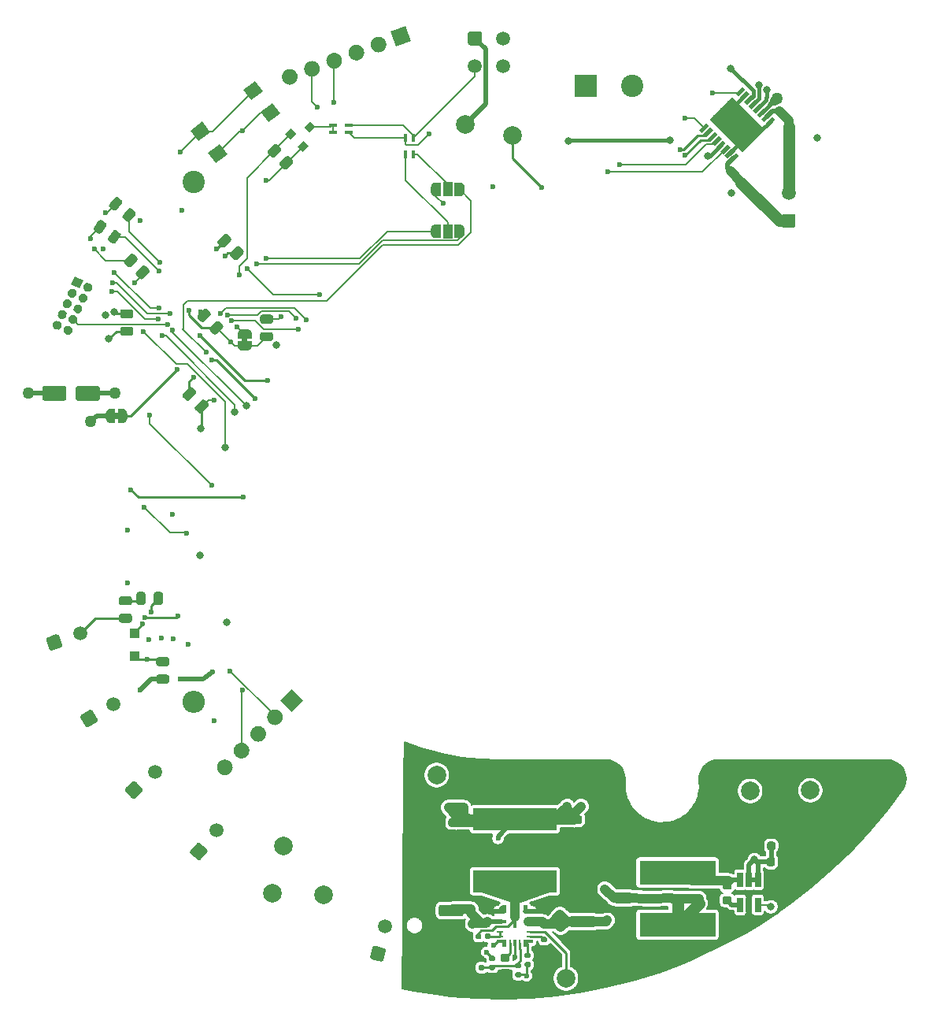
<source format=gbr>
G04 #@! TF.GenerationSoftware,KiCad,Pcbnew,(5.1.7)-1*
G04 #@! TF.CreationDate,2021-03-09T09:38:02-08:00*
G04 #@! TF.ProjectId,LCP_PowerControl,4c43505f-506f-4776-9572-436f6e74726f,rev?*
G04 #@! TF.SameCoordinates,Original*
G04 #@! TF.FileFunction,Copper,L1,Top*
G04 #@! TF.FilePolarity,Positive*
%FSLAX46Y46*%
G04 Gerber Fmt 4.6, Leading zero omitted, Abs format (unit mm)*
G04 Created by KiCad (PCBNEW (5.1.7)-1) date 2021-03-09 09:38:02*
%MOMM*%
%LPD*%
G01*
G04 APERTURE LIST*
G04 #@! TA.AperFunction,EtchedComponent*
%ADD10C,0.100000*%
G04 #@! TD*
G04 #@! TA.AperFunction,SMDPad,CuDef*
%ADD11R,0.900000X0.400000*%
G04 #@! TD*
G04 #@! TA.AperFunction,SMDPad,CuDef*
%ADD12R,0.400000X0.900000*%
G04 #@! TD*
G04 #@! TA.AperFunction,SMDPad,CuDef*
%ADD13C,0.100000*%
G04 #@! TD*
G04 #@! TA.AperFunction,SMDPad,CuDef*
%ADD14R,1.000000X1.500000*%
G04 #@! TD*
G04 #@! TA.AperFunction,ComponentPad*
%ADD15C,0.100000*%
G04 #@! TD*
G04 #@! TA.AperFunction,ComponentPad*
%ADD16C,1.500000*%
G04 #@! TD*
G04 #@! TA.AperFunction,ComponentPad*
%ADD17O,2.400000X2.400000*%
G04 #@! TD*
G04 #@! TA.AperFunction,ComponentPad*
%ADD18C,2.400000*%
G04 #@! TD*
G04 #@! TA.AperFunction,ComponentPad*
%ADD19R,2.400000X2.400000*%
G04 #@! TD*
G04 #@! TA.AperFunction,SMDPad,CuDef*
%ADD20R,9.000000X2.380000*%
G04 #@! TD*
G04 #@! TA.AperFunction,SMDPad,CuDef*
%ADD21R,0.400000X2.400000*%
G04 #@! TD*
G04 #@! TA.AperFunction,SMDPad,CuDef*
%ADD22R,1.000000X0.400000*%
G04 #@! TD*
G04 #@! TA.AperFunction,SMDPad,CuDef*
%ADD23R,0.700000X0.250000*%
G04 #@! TD*
G04 #@! TA.AperFunction,SMDPad,CuDef*
%ADD24R,0.300000X0.700000*%
G04 #@! TD*
G04 #@! TA.AperFunction,SMDPad,CuDef*
%ADD25R,0.250000X0.700000*%
G04 #@! TD*
G04 #@! TA.AperFunction,SMDPad,CuDef*
%ADD26R,0.650000X1.560000*%
G04 #@! TD*
G04 #@! TA.AperFunction,ComponentPad*
%ADD27C,0.600000*%
G04 #@! TD*
G04 #@! TA.AperFunction,ComponentPad*
%ADD28C,2.000000*%
G04 #@! TD*
G04 #@! TA.AperFunction,SMDPad,CuDef*
%ADD29R,8.200000X2.600000*%
G04 #@! TD*
G04 #@! TA.AperFunction,ComponentPad*
%ADD30C,2.010000*%
G04 #@! TD*
G04 #@! TA.AperFunction,SMDPad,CuDef*
%ADD31R,1.000000X1.000000*%
G04 #@! TD*
G04 #@! TA.AperFunction,ViaPad*
%ADD32C,0.600000*%
G04 #@! TD*
G04 #@! TA.AperFunction,ViaPad*
%ADD33C,0.800000*%
G04 #@! TD*
G04 #@! TA.AperFunction,ViaPad*
%ADD34C,1.270000*%
G04 #@! TD*
G04 #@! TA.AperFunction,Conductor*
%ADD35C,0.508000*%
G04 #@! TD*
G04 #@! TA.AperFunction,Conductor*
%ADD36C,0.254000*%
G04 #@! TD*
G04 #@! TA.AperFunction,Conductor*
%ADD37C,1.016000*%
G04 #@! TD*
G04 #@! TA.AperFunction,Conductor*
%ADD38C,0.203200*%
G04 #@! TD*
G04 #@! TA.AperFunction,Conductor*
%ADD39C,0.457200*%
G04 #@! TD*
G04 #@! TA.AperFunction,Conductor*
%ADD40C,1.270000*%
G04 #@! TD*
G04 #@! TA.AperFunction,Conductor*
%ADD41C,0.100000*%
G04 #@! TD*
G04 APERTURE END LIST*
D10*
G36*
X94378500Y-80918000D02*
G01*
X94378500Y-81418000D01*
X94978500Y-81418000D01*
X94978500Y-80918000D01*
X94378500Y-80918000D01*
G37*
G36*
X81134000Y-89044500D02*
G01*
X80634000Y-89044500D01*
X80634000Y-89644500D01*
X81134000Y-89644500D01*
X81134000Y-89044500D01*
G37*
D11*
X104150000Y-58900000D03*
X104150000Y-58100000D03*
X105850000Y-58100000D03*
X105850000Y-58900000D03*
D12*
X112000000Y-59500000D03*
X112800000Y-59500000D03*
X112800000Y-61200000D03*
X112000000Y-61200000D03*
G04 #@! TA.AperFunction,SMDPad,CuDef*
G36*
G01*
X98535356Y-60898958D02*
X97898958Y-61535356D01*
G75*
G02*
X97545406Y-61535356I-176776J176776D01*
G01*
X97174174Y-61164124D01*
G75*
G02*
X97174174Y-60810572I176776J176776D01*
G01*
X97810572Y-60174174D01*
G75*
G02*
X98164124Y-60174174I176776J-176776D01*
G01*
X98535356Y-60545406D01*
G75*
G02*
X98535356Y-60898958I-176776J-176776D01*
G01*
G37*
G04 #@! TD.AperFunction*
G04 #@! TA.AperFunction,SMDPad,CuDef*
G36*
G01*
X99825826Y-62189428D02*
X99189428Y-62825826D01*
G75*
G02*
X98835876Y-62825826I-176776J176776D01*
G01*
X98464644Y-62454594D01*
G75*
G02*
X98464644Y-62101042I176776J176776D01*
G01*
X99101042Y-61464644D01*
G75*
G02*
X99454594Y-61464644I176776J-176776D01*
G01*
X99825826Y-61835876D01*
G75*
G02*
X99825826Y-62189428I-176776J-176776D01*
G01*
G37*
G04 #@! TD.AperFunction*
G04 #@! TA.AperFunction,SMDPad,CuDef*
D13*
G36*
X101671752Y-58893934D02*
G01*
X101106066Y-58328248D01*
X101742462Y-57691852D01*
X102308148Y-58257538D01*
X101671752Y-58893934D01*
G37*
G04 #@! TD.AperFunction*
G04 #@! TA.AperFunction,SMDPad,CuDef*
G36*
X100929290Y-60979899D02*
G01*
X100363604Y-60414213D01*
X101000000Y-59777817D01*
X101565686Y-60343503D01*
X100929290Y-60979899D01*
G37*
G04 #@! TD.AperFunction*
G04 #@! TA.AperFunction,SMDPad,CuDef*
G36*
X99585787Y-59636396D02*
G01*
X99020101Y-59070710D01*
X99656497Y-58434314D01*
X100222183Y-59000000D01*
X99585787Y-59636396D01*
G37*
G04 #@! TD.AperFunction*
D14*
X116500000Y-65000000D03*
G04 #@! TA.AperFunction,SMDPad,CuDef*
D13*
G36*
X117800000Y-64250602D02*
G01*
X117824534Y-64250602D01*
X117873365Y-64255412D01*
X117921490Y-64264984D01*
X117968445Y-64279228D01*
X118013778Y-64298005D01*
X118057051Y-64321136D01*
X118097850Y-64348396D01*
X118135779Y-64379524D01*
X118170476Y-64414221D01*
X118201604Y-64452150D01*
X118228864Y-64492949D01*
X118251995Y-64536222D01*
X118270772Y-64581555D01*
X118285016Y-64628510D01*
X118294588Y-64676635D01*
X118299398Y-64725466D01*
X118299398Y-64750000D01*
X118300000Y-64750000D01*
X118300000Y-65250000D01*
X118299398Y-65250000D01*
X118299398Y-65274534D01*
X118294588Y-65323365D01*
X118285016Y-65371490D01*
X118270772Y-65418445D01*
X118251995Y-65463778D01*
X118228864Y-65507051D01*
X118201604Y-65547850D01*
X118170476Y-65585779D01*
X118135779Y-65620476D01*
X118097850Y-65651604D01*
X118057051Y-65678864D01*
X118013778Y-65701995D01*
X117968445Y-65720772D01*
X117921490Y-65735016D01*
X117873365Y-65744588D01*
X117824534Y-65749398D01*
X117800000Y-65749398D01*
X117800000Y-65750000D01*
X117250000Y-65750000D01*
X117250000Y-64250000D01*
X117800000Y-64250000D01*
X117800000Y-64250602D01*
G37*
G04 #@! TD.AperFunction*
G04 #@! TA.AperFunction,SMDPad,CuDef*
G36*
X115750000Y-65750000D02*
G01*
X115200000Y-65750000D01*
X115200000Y-65749398D01*
X115175466Y-65749398D01*
X115126635Y-65744588D01*
X115078510Y-65735016D01*
X115031555Y-65720772D01*
X114986222Y-65701995D01*
X114942949Y-65678864D01*
X114902150Y-65651604D01*
X114864221Y-65620476D01*
X114829524Y-65585779D01*
X114798396Y-65547850D01*
X114771136Y-65507051D01*
X114748005Y-65463778D01*
X114729228Y-65418445D01*
X114714984Y-65371490D01*
X114705412Y-65323365D01*
X114700602Y-65274534D01*
X114700602Y-65250000D01*
X114700000Y-65250000D01*
X114700000Y-64750000D01*
X114700602Y-64750000D01*
X114700602Y-64725466D01*
X114705412Y-64676635D01*
X114714984Y-64628510D01*
X114729228Y-64581555D01*
X114748005Y-64536222D01*
X114771136Y-64492949D01*
X114798396Y-64452150D01*
X114829524Y-64414221D01*
X114864221Y-64379524D01*
X114902150Y-64348396D01*
X114942949Y-64321136D01*
X114986222Y-64298005D01*
X115031555Y-64279228D01*
X115078510Y-64264984D01*
X115126635Y-64255412D01*
X115175466Y-64250602D01*
X115200000Y-64250602D01*
X115200000Y-64250000D01*
X115750000Y-64250000D01*
X115750000Y-65750000D01*
G37*
G04 #@! TD.AperFunction*
D14*
X116500000Y-69500000D03*
G04 #@! TA.AperFunction,SMDPad,CuDef*
D13*
G36*
X117800000Y-68750602D02*
G01*
X117824534Y-68750602D01*
X117873365Y-68755412D01*
X117921490Y-68764984D01*
X117968445Y-68779228D01*
X118013778Y-68798005D01*
X118057051Y-68821136D01*
X118097850Y-68848396D01*
X118135779Y-68879524D01*
X118170476Y-68914221D01*
X118201604Y-68952150D01*
X118228864Y-68992949D01*
X118251995Y-69036222D01*
X118270772Y-69081555D01*
X118285016Y-69128510D01*
X118294588Y-69176635D01*
X118299398Y-69225466D01*
X118299398Y-69250000D01*
X118300000Y-69250000D01*
X118300000Y-69750000D01*
X118299398Y-69750000D01*
X118299398Y-69774534D01*
X118294588Y-69823365D01*
X118285016Y-69871490D01*
X118270772Y-69918445D01*
X118251995Y-69963778D01*
X118228864Y-70007051D01*
X118201604Y-70047850D01*
X118170476Y-70085779D01*
X118135779Y-70120476D01*
X118097850Y-70151604D01*
X118057051Y-70178864D01*
X118013778Y-70201995D01*
X117968445Y-70220772D01*
X117921490Y-70235016D01*
X117873365Y-70244588D01*
X117824534Y-70249398D01*
X117800000Y-70249398D01*
X117800000Y-70250000D01*
X117250000Y-70250000D01*
X117250000Y-68750000D01*
X117800000Y-68750000D01*
X117800000Y-68750602D01*
G37*
G04 #@! TD.AperFunction*
G04 #@! TA.AperFunction,SMDPad,CuDef*
G36*
X115750000Y-70250000D02*
G01*
X115200000Y-70250000D01*
X115200000Y-70249398D01*
X115175466Y-70249398D01*
X115126635Y-70244588D01*
X115078510Y-70235016D01*
X115031555Y-70220772D01*
X114986222Y-70201995D01*
X114942949Y-70178864D01*
X114902150Y-70151604D01*
X114864221Y-70120476D01*
X114829524Y-70085779D01*
X114798396Y-70047850D01*
X114771136Y-70007051D01*
X114748005Y-69963778D01*
X114729228Y-69918445D01*
X114714984Y-69871490D01*
X114705412Y-69823365D01*
X114700602Y-69774534D01*
X114700602Y-69750000D01*
X114700000Y-69750000D01*
X114700000Y-69250000D01*
X114700602Y-69250000D01*
X114700602Y-69225466D01*
X114705412Y-69176635D01*
X114714984Y-69128510D01*
X114729228Y-69081555D01*
X114748005Y-69036222D01*
X114771136Y-68992949D01*
X114798396Y-68952150D01*
X114829524Y-68914221D01*
X114864221Y-68879524D01*
X114902150Y-68848396D01*
X114942949Y-68821136D01*
X114986222Y-68798005D01*
X115031555Y-68779228D01*
X115078510Y-68764984D01*
X115126635Y-68755412D01*
X115175466Y-68750602D01*
X115200000Y-68750602D01*
X115200000Y-68750000D01*
X115750000Y-68750000D01*
X115750000Y-70250000D01*
G37*
G04 #@! TD.AperFunction*
G04 #@! TA.AperFunction,ComponentPad*
G36*
G01*
X91935154Y-126521964D02*
X91935154Y-126521964D01*
G75*
G02*
X93137236Y-126521964I601041J-601041D01*
G01*
X93137236Y-126521964D01*
G75*
G02*
X93137236Y-127724046I-601041J-601041D01*
G01*
X93137236Y-127724046D01*
G75*
G02*
X91935154Y-127724046I-601041J601041D01*
G01*
X91935154Y-127724046D01*
G75*
G02*
X91935154Y-126521964I601041J601041D01*
G01*
G37*
G04 #@! TD.AperFunction*
G04 #@! TA.AperFunction,ComponentPad*
G36*
G01*
X93731205Y-124725913D02*
X93731205Y-124725913D01*
G75*
G02*
X94933287Y-124725913I601041J-601041D01*
G01*
X94933287Y-124725913D01*
G75*
G02*
X94933287Y-125927995I-601041J-601041D01*
G01*
X94933287Y-125927995D01*
G75*
G02*
X93731205Y-125927995I-601041J601041D01*
G01*
X93731205Y-125927995D01*
G75*
G02*
X93731205Y-124725913I601041J601041D01*
G01*
G37*
G04 #@! TD.AperFunction*
G04 #@! TA.AperFunction,ComponentPad*
G36*
G01*
X95527257Y-122929861D02*
X95527257Y-122929861D01*
G75*
G02*
X96729339Y-122929861I601041J-601041D01*
G01*
X96729339Y-122929861D01*
G75*
G02*
X96729339Y-124131943I-601041J-601041D01*
G01*
X96729339Y-124131943D01*
G75*
G02*
X95527257Y-124131943I-601041J601041D01*
G01*
X95527257Y-124131943D01*
G75*
G02*
X95527257Y-122929861I601041J601041D01*
G01*
G37*
G04 #@! TD.AperFunction*
G04 #@! TA.AperFunction,ComponentPad*
G36*
G01*
X97323308Y-121133810D02*
X97323308Y-121133810D01*
G75*
G02*
X98525390Y-121133810I601041J-601041D01*
G01*
X98525390Y-121133810D01*
G75*
G02*
X98525390Y-122335892I-601041J-601041D01*
G01*
X98525390Y-122335892D01*
G75*
G02*
X97323308Y-122335892I-601041J601041D01*
G01*
X97323308Y-122335892D01*
G75*
G02*
X97323308Y-121133810I601041J601041D01*
G01*
G37*
G04 #@! TD.AperFunction*
G04 #@! TA.AperFunction,ComponentPad*
D15*
G36*
X98518318Y-119938800D02*
G01*
X99720400Y-118736718D01*
X100922482Y-119938800D01*
X99720400Y-121140882D01*
X98518318Y-119938800D01*
G37*
G04 #@! TD.AperFunction*
D16*
X122430800Y-51768000D03*
X119430800Y-51768000D03*
X122430800Y-48768000D03*
G04 #@! TA.AperFunction,ComponentPad*
G36*
G01*
X118680800Y-49268000D02*
X118680800Y-48268000D01*
G75*
G02*
X118930800Y-48018000I250000J0D01*
G01*
X119930800Y-48018000D01*
G75*
G02*
X120180800Y-48268000I0J-250000D01*
G01*
X120180800Y-49268000D01*
G75*
G02*
X119930800Y-49518000I-250000J0D01*
G01*
X118930800Y-49518000D01*
G75*
G02*
X118680800Y-49268000I0J250000D01*
G01*
G37*
G04 #@! TD.AperFunction*
G04 #@! TA.AperFunction,ComponentPad*
G36*
G01*
X75210121Y-79933702D02*
X75210121Y-79933702D01*
G75*
G02*
X75874584Y-79691857I453154J-211309D01*
G01*
X75874584Y-79691857D01*
G75*
G02*
X76116429Y-80356320I-211309J-453154D01*
G01*
X76116429Y-80356320D01*
G75*
G02*
X75451966Y-80598165I-453154J211309D01*
G01*
X75451966Y-80598165D01*
G75*
G02*
X75210121Y-79933702I211309J453154D01*
G01*
G37*
G04 #@! TD.AperFunction*
G04 #@! TA.AperFunction,ComponentPad*
G36*
G01*
X74059110Y-79396977D02*
X74059110Y-79396977D01*
G75*
G02*
X74723573Y-79155132I453154J-211309D01*
G01*
X74723573Y-79155132D01*
G75*
G02*
X74965418Y-79819595I-211309J-453154D01*
G01*
X74965418Y-79819595D01*
G75*
G02*
X74300955Y-80061440I-453154J211309D01*
G01*
X74300955Y-80061440D01*
G75*
G02*
X74059110Y-79396977I211309J453154D01*
G01*
G37*
G04 #@! TD.AperFunction*
G04 #@! TA.AperFunction,ComponentPad*
G36*
G01*
X75746846Y-78782691D02*
X75746846Y-78782691D01*
G75*
G02*
X76411309Y-78540846I453154J-211309D01*
G01*
X76411309Y-78540846D01*
G75*
G02*
X76653154Y-79205309I-211309J-453154D01*
G01*
X76653154Y-79205309D01*
G75*
G02*
X75988691Y-79447154I-453154J211309D01*
G01*
X75988691Y-79447154D01*
G75*
G02*
X75746846Y-78782691I211309J453154D01*
G01*
G37*
G04 #@! TD.AperFunction*
G04 #@! TA.AperFunction,ComponentPad*
G36*
G01*
X74595835Y-78245966D02*
X74595835Y-78245966D01*
G75*
G02*
X75260298Y-78004121I453154J-211309D01*
G01*
X75260298Y-78004121D01*
G75*
G02*
X75502143Y-78668584I-211309J-453154D01*
G01*
X75502143Y-78668584D01*
G75*
G02*
X74837680Y-78910429I-453154J211309D01*
G01*
X74837680Y-78910429D01*
G75*
G02*
X74595835Y-78245966I211309J453154D01*
G01*
G37*
G04 #@! TD.AperFunction*
G04 #@! TA.AperFunction,ComponentPad*
G36*
G01*
X76283572Y-77631680D02*
X76283572Y-77631680D01*
G75*
G02*
X76948035Y-77389835I453154J-211309D01*
G01*
X76948035Y-77389835D01*
G75*
G02*
X77189880Y-78054298I-211309J-453154D01*
G01*
X77189880Y-78054298D01*
G75*
G02*
X76525417Y-78296143I-453154J211309D01*
G01*
X76525417Y-78296143D01*
G75*
G02*
X76283572Y-77631680I211309J453154D01*
G01*
G37*
G04 #@! TD.AperFunction*
G04 #@! TA.AperFunction,ComponentPad*
G36*
G01*
X75132561Y-77094955D02*
X75132561Y-77094955D01*
G75*
G02*
X75797024Y-76853110I453154J-211309D01*
G01*
X75797024Y-76853110D01*
G75*
G02*
X76038869Y-77517573I-211309J-453154D01*
G01*
X76038869Y-77517573D01*
G75*
G02*
X75374406Y-77759418I-453154J211309D01*
G01*
X75374406Y-77759418D01*
G75*
G02*
X75132561Y-77094955I211309J453154D01*
G01*
G37*
G04 #@! TD.AperFunction*
G04 #@! TA.AperFunction,ComponentPad*
G36*
G01*
X76820297Y-76480669D02*
X76820297Y-76480669D01*
G75*
G02*
X77484760Y-76238824I453154J-211309D01*
G01*
X77484760Y-76238824D01*
G75*
G02*
X77726605Y-76903287I-211309J-453154D01*
G01*
X77726605Y-76903287D01*
G75*
G02*
X77062142Y-77145132I-453154J211309D01*
G01*
X77062142Y-77145132D01*
G75*
G02*
X76820297Y-76480669I211309J453154D01*
G01*
G37*
G04 #@! TD.AperFunction*
G04 #@! TA.AperFunction,ComponentPad*
G36*
G01*
X75669286Y-75943944D02*
X75669286Y-75943944D01*
G75*
G02*
X76333749Y-75702099I453154J-211309D01*
G01*
X76333749Y-75702099D01*
G75*
G02*
X76575594Y-76366562I-211309J-453154D01*
G01*
X76575594Y-76366562D01*
G75*
G02*
X75911131Y-76608407I-453154J211309D01*
G01*
X75911131Y-76608407D01*
G75*
G02*
X75669286Y-75943944I211309J453154D01*
G01*
G37*
G04 #@! TD.AperFunction*
G04 #@! TA.AperFunction,ComponentPad*
G36*
G01*
X77357022Y-75329658D02*
X77357022Y-75329658D01*
G75*
G02*
X78021485Y-75087813I453154J-211309D01*
G01*
X78021485Y-75087813D01*
G75*
G02*
X78263330Y-75752276I-211309J-453154D01*
G01*
X78263330Y-75752276D01*
G75*
G02*
X77598867Y-75994121I-453154J211309D01*
G01*
X77598867Y-75994121D01*
G75*
G02*
X77357022Y-75329658I211309J453154D01*
G01*
G37*
G04 #@! TD.AperFunction*
G04 #@! TA.AperFunction,ComponentPad*
D15*
G36*
X75994702Y-75246087D02*
G01*
X76417320Y-74339779D01*
X77323628Y-74762397D01*
X76901010Y-75668705D01*
X75994702Y-75246087D01*
G37*
G04 #@! TD.AperFunction*
G04 #@! TA.AperFunction,SMDPad,CuDef*
G36*
G01*
X89363573Y-88320824D02*
X90035324Y-87649073D01*
G75*
G02*
X90388878Y-87649073I176777J-176777D01*
G01*
X90742431Y-88002626D01*
G75*
G02*
X90742431Y-88356180I-176777J-176777D01*
G01*
X90070680Y-89027931D01*
G75*
G02*
X89717126Y-89027931I-176777J176777D01*
G01*
X89363573Y-88674378D01*
G75*
G02*
X89363573Y-88320824I176777J176777D01*
G01*
G37*
G04 #@! TD.AperFunction*
G04 #@! TA.AperFunction,SMDPad,CuDef*
G36*
G01*
X88020071Y-86977322D02*
X88691822Y-86305571D01*
G75*
G02*
X89045376Y-86305571I176777J-176777D01*
G01*
X89398929Y-86659124D01*
G75*
G02*
X89398929Y-87012678I-176777J-176777D01*
G01*
X88727178Y-87684429D01*
G75*
G02*
X88373624Y-87684429I-176777J176777D01*
G01*
X88020071Y-87330876D01*
G75*
G02*
X88020071Y-86977322I176777J176777D01*
G01*
G37*
G04 #@! TD.AperFunction*
G04 #@! TA.AperFunction,SMDPad,CuDef*
G36*
G01*
X93172178Y-70529427D02*
X92500427Y-71201178D01*
G75*
G02*
X92146873Y-71201178I-176777J176777D01*
G01*
X91793320Y-70847625D01*
G75*
G02*
X91793320Y-70494071I176777J176777D01*
G01*
X92465071Y-69822320D01*
G75*
G02*
X92818625Y-69822320I176777J-176777D01*
G01*
X93172178Y-70175873D01*
G75*
G02*
X93172178Y-70529427I-176777J-176777D01*
G01*
G37*
G04 #@! TD.AperFunction*
G04 #@! TA.AperFunction,SMDPad,CuDef*
G36*
G01*
X94515680Y-71872929D02*
X93843929Y-72544680D01*
G75*
G02*
X93490375Y-72544680I-176777J176777D01*
G01*
X93136822Y-72191127D01*
G75*
G02*
X93136822Y-71837573I176777J176777D01*
G01*
X93808573Y-71165822D01*
G75*
G02*
X94162127Y-71165822I176777J-176777D01*
G01*
X94515680Y-71519375D01*
G75*
G02*
X94515680Y-71872929I-176777J-176777D01*
G01*
G37*
G04 #@! TD.AperFunction*
G04 #@! TA.AperFunction,SMDPad,CuDef*
D13*
G36*
X91523720Y-62183527D02*
G01*
X90671454Y-61072833D01*
X91940820Y-60098815D01*
X92793086Y-61209509D01*
X91523720Y-62183527D01*
G37*
G04 #@! TD.AperFunction*
G04 #@! TA.AperFunction,SMDPad,CuDef*
G36*
X97235864Y-57800445D02*
G01*
X96383598Y-56689751D01*
X97652964Y-55715733D01*
X98505230Y-56826427D01*
X97235864Y-57800445D01*
G37*
G04 #@! TD.AperFunction*
G04 #@! TA.AperFunction,SMDPad,CuDef*
G36*
X89697436Y-59803467D02*
G01*
X88845170Y-58692773D01*
X90114536Y-57718755D01*
X90966802Y-58829449D01*
X89697436Y-59803467D01*
G37*
G04 #@! TD.AperFunction*
G04 #@! TA.AperFunction,SMDPad,CuDef*
G36*
X95409580Y-55420385D02*
G01*
X94557314Y-54309691D01*
X95826680Y-53335673D01*
X96678946Y-54446367D01*
X95409580Y-55420385D01*
G37*
G04 #@! TD.AperFunction*
D17*
X89217500Y-120078500D03*
D18*
X89217500Y-64198500D03*
G04 #@! TA.AperFunction,SMDPad,CuDef*
G36*
G01*
X75506708Y-86378708D02*
X75506708Y-87478708D01*
G75*
G02*
X75256708Y-87728708I-250000J0D01*
G01*
X73156708Y-87728708D01*
G75*
G02*
X72906708Y-87478708I0J250000D01*
G01*
X72906708Y-86378708D01*
G75*
G02*
X73156708Y-86128708I250000J0D01*
G01*
X75256708Y-86128708D01*
G75*
G02*
X75506708Y-86378708I0J-250000D01*
G01*
G37*
G04 #@! TD.AperFunction*
G04 #@! TA.AperFunction,SMDPad,CuDef*
G36*
G01*
X79106708Y-86378708D02*
X79106708Y-87478708D01*
G75*
G02*
X78856708Y-87728708I-250000J0D01*
G01*
X76756708Y-87728708D01*
G75*
G02*
X76506708Y-87478708I0J250000D01*
G01*
X76506708Y-86378708D01*
G75*
G02*
X76756708Y-86128708I250000J0D01*
G01*
X78856708Y-86128708D01*
G75*
G02*
X79106708Y-86378708I0J-250000D01*
G01*
G37*
G04 #@! TD.AperFunction*
G04 #@! TA.AperFunction,SMDPad,CuDef*
G36*
G01*
X83093356Y-72677957D02*
X82456957Y-73314356D01*
G75*
G02*
X82103407Y-73314356I-176775J176775D01*
G01*
X81732174Y-72943123D01*
G75*
G02*
X81732174Y-72589573I176775J176775D01*
G01*
X82368573Y-71953174D01*
G75*
G02*
X82722123Y-71953174I176775J-176775D01*
G01*
X83093356Y-72324407D01*
G75*
G02*
X83093356Y-72677957I-176775J-176775D01*
G01*
G37*
G04 #@! TD.AperFunction*
G04 #@! TA.AperFunction,SMDPad,CuDef*
G36*
G01*
X84383826Y-73968427D02*
X83747427Y-74604826D01*
G75*
G02*
X83393877Y-74604826I-176775J176775D01*
G01*
X83022644Y-74233593D01*
G75*
G02*
X83022644Y-73880043I176775J176775D01*
G01*
X83659043Y-73243644D01*
G75*
G02*
X84012593Y-73243644I176775J-176775D01*
G01*
X84383826Y-73614877D01*
G75*
G02*
X84383826Y-73968427I-176775J-176775D01*
G01*
G37*
G04 #@! TD.AperFunction*
D19*
X131347200Y-53848000D03*
D18*
X136347200Y-53848000D03*
G04 #@! TA.AperFunction,ComponentPad*
G36*
G01*
X99230387Y-52109717D02*
X99230387Y-52109717D01*
G75*
G02*
X100319843Y-52617739I290717J-798739D01*
G01*
X100319843Y-52617739D01*
G75*
G02*
X99811821Y-53707195I-798739J-290717D01*
G01*
X99811821Y-53707195D01*
G75*
G02*
X98722365Y-53199173I-290717J798739D01*
G01*
X98722365Y-53199173D01*
G75*
G02*
X99230387Y-52109717I798739J290717D01*
G01*
G37*
G04 #@! TD.AperFunction*
G04 #@! TA.AperFunction,ComponentPad*
G36*
G01*
X101617206Y-51240986D02*
X101617206Y-51240986D01*
G75*
G02*
X102706662Y-51749008I290717J-798739D01*
G01*
X102706662Y-51749008D01*
G75*
G02*
X102198640Y-52838464I-798739J-290717D01*
G01*
X102198640Y-52838464D01*
G75*
G02*
X101109184Y-52330442I-290717J798739D01*
G01*
X101109184Y-52330442D01*
G75*
G02*
X101617206Y-51240986I798739J290717D01*
G01*
G37*
G04 #@! TD.AperFunction*
G04 #@! TA.AperFunction,ComponentPad*
G36*
G01*
X104004025Y-50372254D02*
X104004025Y-50372254D01*
G75*
G02*
X105093481Y-50880276I290717J-798739D01*
G01*
X105093481Y-50880276D01*
G75*
G02*
X104585459Y-51969732I-798739J-290717D01*
G01*
X104585459Y-51969732D01*
G75*
G02*
X103496003Y-51461710I-290717J798739D01*
G01*
X103496003Y-51461710D01*
G75*
G02*
X104004025Y-50372254I798739J290717D01*
G01*
G37*
G04 #@! TD.AperFunction*
G04 #@! TA.AperFunction,ComponentPad*
G36*
G01*
X106390844Y-49503523D02*
X106390844Y-49503523D01*
G75*
G02*
X107480300Y-50011545I290717J-798739D01*
G01*
X107480300Y-50011545D01*
G75*
G02*
X106972278Y-51101001I-798739J-290717D01*
G01*
X106972278Y-51101001D01*
G75*
G02*
X105882822Y-50592979I-290717J798739D01*
G01*
X105882822Y-50592979D01*
G75*
G02*
X106390844Y-49503523I798739J290717D01*
G01*
G37*
G04 #@! TD.AperFunction*
G04 #@! TA.AperFunction,ComponentPad*
G36*
G01*
X108777664Y-48634792D02*
X108777664Y-48634792D01*
G75*
G02*
X109867120Y-49142814I290717J-798739D01*
G01*
X109867120Y-49142814D01*
G75*
G02*
X109359098Y-50232270I-798739J-290717D01*
G01*
X109359098Y-50232270D01*
G75*
G02*
X108269642Y-49724248I-290717J798739D01*
G01*
X108269642Y-49724248D01*
G75*
G02*
X108777664Y-48634792I798739J290717D01*
G01*
G37*
G04 #@! TD.AperFunction*
G04 #@! TA.AperFunction,ComponentPad*
D15*
G36*
X110365744Y-48056778D02*
G01*
X111963222Y-47475344D01*
X112544656Y-49072822D01*
X110947178Y-49654256D01*
X110365744Y-48056778D01*
G37*
G04 #@! TD.AperFunction*
D16*
X153162000Y-65389500D03*
G04 #@! TA.AperFunction,ComponentPad*
G36*
G01*
X153912000Y-67889500D02*
X153912000Y-68889500D01*
G75*
G02*
X153662000Y-69139500I-250000J0D01*
G01*
X152662000Y-69139500D01*
G75*
G02*
X152412000Y-68889500I0J250000D01*
G01*
X152412000Y-67889500D01*
G75*
G02*
X152662000Y-67639500I250000J0D01*
G01*
X153662000Y-67639500D01*
G75*
G02*
X153912000Y-67889500I0J-250000D01*
G01*
G37*
G04 #@! TD.AperFunction*
G04 #@! TA.AperFunction,SMDPad,CuDef*
G36*
G01*
X90972006Y-78579271D02*
X90326771Y-79224506D01*
G75*
G02*
X89982057Y-79224506I-172357J172357D01*
G01*
X89637342Y-78879791D01*
G75*
G02*
X89637342Y-78535077I172357J172357D01*
G01*
X90282577Y-77889842D01*
G75*
G02*
X90627291Y-77889842I172357J-172357D01*
G01*
X90972006Y-78234557D01*
G75*
G02*
X90972006Y-78579271I-172357J-172357D01*
G01*
G37*
G04 #@! TD.AperFunction*
G04 #@! TA.AperFunction,SMDPad,CuDef*
G36*
G01*
X92297832Y-79905097D02*
X91652597Y-80550332D01*
G75*
G02*
X91307883Y-80550332I-172357J172357D01*
G01*
X90963168Y-80205617D01*
G75*
G02*
X90963168Y-79860903I172357J172357D01*
G01*
X91608403Y-79215668D01*
G75*
G02*
X91953117Y-79215668I172357J-172357D01*
G01*
X92297832Y-79560383D01*
G75*
G02*
X92297832Y-79905097I-172357J-172357D01*
G01*
G37*
G04 #@! TD.AperFunction*
G04 #@! TA.AperFunction,SMDPad,CuDef*
G36*
G01*
X146301750Y-140964500D02*
X146814250Y-140964500D01*
G75*
G02*
X147033000Y-141183250I0J-218750D01*
G01*
X147033000Y-141620750D01*
G75*
G02*
X146814250Y-141839500I-218750J0D01*
G01*
X146301750Y-141839500D01*
G75*
G02*
X146083000Y-141620750I0J218750D01*
G01*
X146083000Y-141183250D01*
G75*
G02*
X146301750Y-140964500I218750J0D01*
G01*
G37*
G04 #@! TD.AperFunction*
G04 #@! TA.AperFunction,SMDPad,CuDef*
G36*
G01*
X146301750Y-139389500D02*
X146814250Y-139389500D01*
G75*
G02*
X147033000Y-139608250I0J-218750D01*
G01*
X147033000Y-140045750D01*
G75*
G02*
X146814250Y-140264500I-218750J0D01*
G01*
X146301750Y-140264500D01*
G75*
G02*
X146083000Y-140045750I0J218750D01*
G01*
X146083000Y-139608250D01*
G75*
G02*
X146301750Y-139389500I218750J0D01*
G01*
G37*
G04 #@! TD.AperFunction*
D20*
X123723400Y-132717400D03*
X123723400Y-139367400D03*
D21*
X123723400Y-143170400D03*
G04 #@! TA.AperFunction,SMDPad,CuDef*
D13*
G36*
X121768496Y-142369425D02*
G01*
X121768781Y-142368487D01*
X121769243Y-142367622D01*
X121769864Y-142366864D01*
X121770622Y-142366243D01*
X121771487Y-142365781D01*
X121772425Y-142365496D01*
X121773400Y-142365400D01*
X122368400Y-142365400D01*
X122368400Y-141970400D01*
X122368496Y-141969425D01*
X122368781Y-141968487D01*
X122369243Y-141967622D01*
X122369864Y-141966864D01*
X122370622Y-141966243D01*
X122371487Y-141965781D01*
X122372425Y-141965496D01*
X122373400Y-141965400D01*
X122773400Y-141965400D01*
X122774375Y-141965496D01*
X122775313Y-141965781D01*
X122776178Y-141966243D01*
X122776936Y-141966864D01*
X122777557Y-141967622D01*
X122778019Y-141968487D01*
X122778304Y-141969425D01*
X122778400Y-141970400D01*
X122778400Y-142770400D01*
X122778304Y-142771375D01*
X122778019Y-142772313D01*
X122777557Y-142773178D01*
X122776936Y-142773936D01*
X122776178Y-142774557D01*
X122775313Y-142775019D01*
X122774375Y-142775304D01*
X122773400Y-142775400D01*
X121773400Y-142775400D01*
X121772425Y-142775304D01*
X121771487Y-142775019D01*
X121770622Y-142774557D01*
X121769864Y-142773936D01*
X121769243Y-142773178D01*
X121768781Y-142772313D01*
X121768496Y-142771375D01*
X121768400Y-142770400D01*
X121768400Y-142370400D01*
X121768496Y-142369425D01*
G37*
G04 #@! TD.AperFunction*
G04 #@! TA.AperFunction,SMDPad,CuDef*
G36*
X125678304Y-142771375D02*
G01*
X125678019Y-142772313D01*
X125677557Y-142773178D01*
X125676936Y-142773936D01*
X125676178Y-142774557D01*
X125675313Y-142775019D01*
X125674375Y-142775304D01*
X125673400Y-142775400D01*
X124673400Y-142775400D01*
X124672425Y-142775304D01*
X124671487Y-142775019D01*
X124670622Y-142774557D01*
X124669864Y-142773936D01*
X124669243Y-142773178D01*
X124668781Y-142772313D01*
X124668496Y-142771375D01*
X124668400Y-142770400D01*
X124668400Y-141970400D01*
X124668496Y-141969425D01*
X124668781Y-141968487D01*
X124669243Y-141967622D01*
X124669864Y-141966864D01*
X124670622Y-141966243D01*
X124671487Y-141965781D01*
X124672425Y-141965496D01*
X124673400Y-141965400D01*
X125073400Y-141965400D01*
X125074375Y-141965496D01*
X125075313Y-141965781D01*
X125076178Y-141966243D01*
X125076936Y-141966864D01*
X125077557Y-141967622D01*
X125078019Y-141968487D01*
X125078304Y-141969425D01*
X125078400Y-141970400D01*
X125078400Y-142365400D01*
X125673400Y-142365400D01*
X125674375Y-142365496D01*
X125675313Y-142365781D01*
X125676178Y-142366243D01*
X125676936Y-142366864D01*
X125677557Y-142367622D01*
X125678019Y-142368487D01*
X125678304Y-142369425D01*
X125678400Y-142370400D01*
X125678400Y-142770400D01*
X125678304Y-142771375D01*
G37*
G04 #@! TD.AperFunction*
D22*
X122273400Y-143720400D03*
X125173400Y-143720400D03*
D23*
X122123400Y-145295400D03*
X122123400Y-144795400D03*
X125323400Y-144795400D03*
X125323400Y-145295400D03*
D24*
X123723400Y-146020400D03*
G04 #@! TA.AperFunction,SMDPad,CuDef*
D13*
G36*
X121768496Y-145669425D02*
G01*
X121768781Y-145668487D01*
X121769243Y-145667622D01*
X121769864Y-145666864D01*
X121770622Y-145666243D01*
X121771487Y-145665781D01*
X121772425Y-145665496D01*
X121773400Y-145665400D01*
X122773400Y-145665400D01*
X122774375Y-145665496D01*
X122775313Y-145665781D01*
X122776178Y-145666243D01*
X122776936Y-145666864D01*
X122777557Y-145667622D01*
X122778019Y-145668487D01*
X122778304Y-145669425D01*
X122778400Y-145670400D01*
X122778400Y-146370400D01*
X122778304Y-146371375D01*
X122778019Y-146372313D01*
X122777557Y-146373178D01*
X122776936Y-146373936D01*
X122776178Y-146374557D01*
X122775313Y-146375019D01*
X122774375Y-146375304D01*
X122773400Y-146375400D01*
X122373400Y-146375400D01*
X122372425Y-146375304D01*
X122371487Y-146375019D01*
X122370622Y-146374557D01*
X122369864Y-146373936D01*
X122369243Y-146373178D01*
X122368781Y-146372313D01*
X122368496Y-146371375D01*
X122368400Y-146370400D01*
X122368400Y-146025400D01*
X121773400Y-146025400D01*
X121772425Y-146025304D01*
X121771487Y-146025019D01*
X121770622Y-146024557D01*
X121769864Y-146023936D01*
X121769243Y-146023178D01*
X121768781Y-146022313D01*
X121768496Y-146021375D01*
X121768400Y-146020400D01*
X121768400Y-145670400D01*
X121768496Y-145669425D01*
G37*
G04 #@! TD.AperFunction*
G04 #@! TA.AperFunction,SMDPad,CuDef*
G36*
X125678304Y-146021375D02*
G01*
X125678019Y-146022313D01*
X125677557Y-146023178D01*
X125676936Y-146023936D01*
X125676178Y-146024557D01*
X125675313Y-146025019D01*
X125674375Y-146025304D01*
X125673400Y-146025400D01*
X125078400Y-146025400D01*
X125078400Y-146370400D01*
X125078304Y-146371375D01*
X125078019Y-146372313D01*
X125077557Y-146373178D01*
X125076936Y-146373936D01*
X125076178Y-146374557D01*
X125075313Y-146375019D01*
X125074375Y-146375304D01*
X125073400Y-146375400D01*
X124673400Y-146375400D01*
X124672425Y-146375304D01*
X124671487Y-146375019D01*
X124670622Y-146374557D01*
X124669864Y-146373936D01*
X124669243Y-146373178D01*
X124668781Y-146372313D01*
X124668496Y-146371375D01*
X124668400Y-146370400D01*
X124668400Y-145670400D01*
X124668496Y-145669425D01*
X124668781Y-145668487D01*
X124669243Y-145667622D01*
X124669864Y-145666864D01*
X124670622Y-145666243D01*
X124671487Y-145665781D01*
X124672425Y-145665496D01*
X124673400Y-145665400D01*
X125673400Y-145665400D01*
X125674375Y-145665496D01*
X125675313Y-145665781D01*
X125676178Y-145666243D01*
X125676936Y-145666864D01*
X125677557Y-145667622D01*
X125678019Y-145668487D01*
X125678304Y-145669425D01*
X125678400Y-145670400D01*
X125678400Y-146020400D01*
X125678304Y-146021375D01*
G37*
G04 #@! TD.AperFunction*
D25*
X124248400Y-146020400D03*
X123198400Y-146020400D03*
D26*
X148910000Y-139192000D03*
X147960000Y-139192000D03*
X149860000Y-139192000D03*
X149860000Y-141892000D03*
X148910000Y-141892000D03*
X147960000Y-141892000D03*
D27*
X145304048Y-57261183D03*
X146081865Y-56483365D03*
X146859683Y-55705548D03*
X146081865Y-58039000D03*
X146859683Y-57261183D03*
X147637500Y-56483365D03*
X146859683Y-58816817D03*
X147637500Y-58039000D03*
X148415317Y-57261183D03*
X147637500Y-59594635D03*
X148415317Y-58816817D03*
X149193135Y-58039000D03*
X149970952Y-58816817D03*
X149193135Y-59594635D03*
X148415317Y-60372452D03*
G04 #@! TA.AperFunction,SMDPad,CuDef*
D13*
G36*
X148203185Y-61008848D02*
G01*
X144667652Y-57473315D01*
X147071815Y-55069152D01*
X150607348Y-58604685D01*
X148203185Y-61008848D01*
G37*
G04 #@! TD.AperFunction*
G04 #@! TA.AperFunction,SMDPad,CuDef*
G36*
X147778921Y-54998441D02*
G01*
X147460723Y-54680243D01*
X148203185Y-53937781D01*
X148521383Y-54255979D01*
X147778921Y-54998441D01*
G37*
G04 #@! TD.AperFunction*
G04 #@! TA.AperFunction,SMDPad,CuDef*
G36*
X148238541Y-55458060D02*
G01*
X147920343Y-55139862D01*
X148662805Y-54397400D01*
X148981003Y-54715598D01*
X148238541Y-55458060D01*
G37*
G04 #@! TD.AperFunction*
G04 #@! TA.AperFunction,SMDPad,CuDef*
G36*
X148698160Y-55917680D02*
G01*
X148379962Y-55599482D01*
X149122424Y-54857020D01*
X149440622Y-55175218D01*
X148698160Y-55917680D01*
G37*
G04 #@! TD.AperFunction*
G04 #@! TA.AperFunction,SMDPad,CuDef*
G36*
X149157780Y-56377299D02*
G01*
X148839582Y-56059101D01*
X149582044Y-55316639D01*
X149900242Y-55634837D01*
X149157780Y-56377299D01*
G37*
G04 #@! TD.AperFunction*
G04 #@! TA.AperFunction,SMDPad,CuDef*
G36*
X149617399Y-56836918D02*
G01*
X149299201Y-56518720D01*
X150041663Y-55776258D01*
X150359861Y-56094456D01*
X149617399Y-56836918D01*
G37*
G04 #@! TD.AperFunction*
G04 #@! TA.AperFunction,SMDPad,CuDef*
G36*
X150077018Y-57296538D02*
G01*
X149758820Y-56978340D01*
X150501282Y-56235878D01*
X150819480Y-56554076D01*
X150077018Y-57296538D01*
G37*
G04 #@! TD.AperFunction*
G04 #@! TA.AperFunction,SMDPad,CuDef*
G36*
X150536638Y-57756157D02*
G01*
X150218440Y-57437959D01*
X150960902Y-56695497D01*
X151279100Y-57013695D01*
X150536638Y-57756157D01*
G37*
G04 #@! TD.AperFunction*
G04 #@! TA.AperFunction,SMDPad,CuDef*
G36*
X150996257Y-58215777D02*
G01*
X150678059Y-57897579D01*
X151420521Y-57155117D01*
X151738719Y-57473315D01*
X150996257Y-58215777D01*
G37*
G04 #@! TD.AperFunction*
G04 #@! TA.AperFunction,SMDPad,CuDef*
G36*
X147071815Y-62140219D02*
G01*
X146753617Y-61822021D01*
X147496079Y-61079559D01*
X147814277Y-61397757D01*
X147071815Y-62140219D01*
G37*
G04 #@! TD.AperFunction*
G04 #@! TA.AperFunction,SMDPad,CuDef*
G36*
X146612195Y-61680600D02*
G01*
X146293997Y-61362402D01*
X147036459Y-60619940D01*
X147354657Y-60938138D01*
X146612195Y-61680600D01*
G37*
G04 #@! TD.AperFunction*
G04 #@! TA.AperFunction,SMDPad,CuDef*
G36*
X146152576Y-61220980D02*
G01*
X145834378Y-60902782D01*
X146576840Y-60160320D01*
X146895038Y-60478518D01*
X146152576Y-61220980D01*
G37*
G04 #@! TD.AperFunction*
G04 #@! TA.AperFunction,SMDPad,CuDef*
G36*
X145692956Y-60761361D02*
G01*
X145374758Y-60443163D01*
X146117220Y-59700701D01*
X146435418Y-60018899D01*
X145692956Y-60761361D01*
G37*
G04 #@! TD.AperFunction*
G04 #@! TA.AperFunction,SMDPad,CuDef*
G36*
X145233337Y-60301742D02*
G01*
X144915139Y-59983544D01*
X145657601Y-59241082D01*
X145975799Y-59559280D01*
X145233337Y-60301742D01*
G37*
G04 #@! TD.AperFunction*
G04 #@! TA.AperFunction,SMDPad,CuDef*
G36*
X144773718Y-59842122D02*
G01*
X144455520Y-59523924D01*
X145197982Y-58781462D01*
X145516180Y-59099660D01*
X144773718Y-59842122D01*
G37*
G04 #@! TD.AperFunction*
G04 #@! TA.AperFunction,SMDPad,CuDef*
G36*
X144314098Y-59382503D02*
G01*
X143995900Y-59064305D01*
X144738362Y-58321843D01*
X145056560Y-58640041D01*
X144314098Y-59382503D01*
G37*
G04 #@! TD.AperFunction*
G04 #@! TA.AperFunction,SMDPad,CuDef*
G36*
X143854479Y-58922883D02*
G01*
X143536281Y-58604685D01*
X144278743Y-57862223D01*
X144596941Y-58180421D01*
X143854479Y-58922883D01*
G37*
G04 #@! TD.AperFunction*
D28*
X103187500Y-140843000D03*
X129222500Y-149796500D03*
X155511500Y-129603500D03*
X149034500Y-129667000D03*
X161480500Y-129413000D03*
X115316000Y-127952500D03*
G04 #@! TA.AperFunction,SMDPad,CuDef*
G36*
G01*
X121457500Y-147955500D02*
X121112500Y-147955500D01*
G75*
G02*
X120965000Y-147808000I0J147500D01*
G01*
X120965000Y-147513000D01*
G75*
G02*
X121112500Y-147365500I147500J0D01*
G01*
X121457500Y-147365500D01*
G75*
G02*
X121605000Y-147513000I0J-147500D01*
G01*
X121605000Y-147808000D01*
G75*
G02*
X121457500Y-147955500I-147500J0D01*
G01*
G37*
G04 #@! TD.AperFunction*
G04 #@! TA.AperFunction,SMDPad,CuDef*
G36*
G01*
X121457500Y-148925500D02*
X121112500Y-148925500D01*
G75*
G02*
X120965000Y-148778000I0J147500D01*
G01*
X120965000Y-148483000D01*
G75*
G02*
X121112500Y-148335500I147500J0D01*
G01*
X121457500Y-148335500D01*
G75*
G02*
X121605000Y-148483000I0J-147500D01*
G01*
X121605000Y-148778000D01*
G75*
G02*
X121457500Y-148925500I-147500J0D01*
G01*
G37*
G04 #@! TD.AperFunction*
G04 #@! TA.AperFunction,SMDPad,CuDef*
G36*
G01*
X119969500Y-148358500D02*
X120314500Y-148358500D01*
G75*
G02*
X120462000Y-148506000I0J-147500D01*
G01*
X120462000Y-148801000D01*
G75*
G02*
X120314500Y-148948500I-147500J0D01*
G01*
X119969500Y-148948500D01*
G75*
G02*
X119822000Y-148801000I0J147500D01*
G01*
X119822000Y-148506000D01*
G75*
G02*
X119969500Y-148358500I147500J0D01*
G01*
G37*
G04 #@! TD.AperFunction*
G04 #@! TA.AperFunction,SMDPad,CuDef*
G36*
G01*
X119969500Y-147388500D02*
X120314500Y-147388500D01*
G75*
G02*
X120462000Y-147536000I0J-147500D01*
G01*
X120462000Y-147831000D01*
G75*
G02*
X120314500Y-147978500I-147500J0D01*
G01*
X119969500Y-147978500D01*
G75*
G02*
X119822000Y-147831000I0J147500D01*
G01*
X119822000Y-147536000D01*
G75*
G02*
X119969500Y-147388500I147500J0D01*
G01*
G37*
G04 #@! TD.AperFunction*
G04 #@! TA.AperFunction,SMDPad,CuDef*
G36*
G01*
X123906500Y-149120500D02*
X124251500Y-149120500D01*
G75*
G02*
X124399000Y-149268000I0J-147500D01*
G01*
X124399000Y-149563000D01*
G75*
G02*
X124251500Y-149710500I-147500J0D01*
G01*
X123906500Y-149710500D01*
G75*
G02*
X123759000Y-149563000I0J147500D01*
G01*
X123759000Y-149268000D01*
G75*
G02*
X123906500Y-149120500I147500J0D01*
G01*
G37*
G04 #@! TD.AperFunction*
G04 #@! TA.AperFunction,SMDPad,CuDef*
G36*
G01*
X123906500Y-148150500D02*
X124251500Y-148150500D01*
G75*
G02*
X124399000Y-148298000I0J-147500D01*
G01*
X124399000Y-148593000D01*
G75*
G02*
X124251500Y-148740500I-147500J0D01*
G01*
X123906500Y-148740500D01*
G75*
G02*
X123759000Y-148593000I0J147500D01*
G01*
X123759000Y-148298000D01*
G75*
G02*
X123906500Y-148150500I147500J0D01*
G01*
G37*
G04 #@! TD.AperFunction*
G04 #@! TA.AperFunction,SMDPad,CuDef*
G36*
G01*
X124922500Y-148018000D02*
X125267500Y-148018000D01*
G75*
G02*
X125415000Y-148165500I0J-147500D01*
G01*
X125415000Y-148460500D01*
G75*
G02*
X125267500Y-148608000I-147500J0D01*
G01*
X124922500Y-148608000D01*
G75*
G02*
X124775000Y-148460500I0J147500D01*
G01*
X124775000Y-148165500D01*
G75*
G02*
X124922500Y-148018000I147500J0D01*
G01*
G37*
G04 #@! TD.AperFunction*
G04 #@! TA.AperFunction,SMDPad,CuDef*
G36*
G01*
X124922500Y-147048000D02*
X125267500Y-147048000D01*
G75*
G02*
X125415000Y-147195500I0J-147500D01*
G01*
X125415000Y-147490500D01*
G75*
G02*
X125267500Y-147638000I-147500J0D01*
G01*
X124922500Y-147638000D01*
G75*
G02*
X124775000Y-147490500I0J147500D01*
G01*
X124775000Y-147195500D01*
G75*
G02*
X124922500Y-147048000I147500J0D01*
G01*
G37*
G04 #@! TD.AperFunction*
G04 #@! TA.AperFunction,SMDPad,CuDef*
G36*
G01*
X126700500Y-146303500D02*
X127045500Y-146303500D01*
G75*
G02*
X127193000Y-146451000I0J-147500D01*
G01*
X127193000Y-146746000D01*
G75*
G02*
X127045500Y-146893500I-147500J0D01*
G01*
X126700500Y-146893500D01*
G75*
G02*
X126553000Y-146746000I0J147500D01*
G01*
X126553000Y-146451000D01*
G75*
G02*
X126700500Y-146303500I147500J0D01*
G01*
G37*
G04 #@! TD.AperFunction*
G04 #@! TA.AperFunction,SMDPad,CuDef*
G36*
G01*
X126700500Y-145333500D02*
X127045500Y-145333500D01*
G75*
G02*
X127193000Y-145481000I0J-147500D01*
G01*
X127193000Y-145776000D01*
G75*
G02*
X127045500Y-145923500I-147500J0D01*
G01*
X126700500Y-145923500D01*
G75*
G02*
X126553000Y-145776000I0J147500D01*
G01*
X126553000Y-145481000D01*
G75*
G02*
X126700500Y-145333500I147500J0D01*
G01*
G37*
G04 #@! TD.AperFunction*
G04 #@! TA.AperFunction,SMDPad,CuDef*
G36*
G01*
X86308250Y-116248000D02*
X85395750Y-116248000D01*
G75*
G02*
X85152000Y-116004250I0J243750D01*
G01*
X85152000Y-115516750D01*
G75*
G02*
X85395750Y-115273000I243750J0D01*
G01*
X86308250Y-115273000D01*
G75*
G02*
X86552000Y-115516750I0J-243750D01*
G01*
X86552000Y-116004250D01*
G75*
G02*
X86308250Y-116248000I-243750J0D01*
G01*
G37*
G04 #@! TD.AperFunction*
G04 #@! TA.AperFunction,SMDPad,CuDef*
G36*
G01*
X86308250Y-118123000D02*
X85395750Y-118123000D01*
G75*
G02*
X85152000Y-117879250I0J243750D01*
G01*
X85152000Y-117391750D01*
G75*
G02*
X85395750Y-117148000I243750J0D01*
G01*
X86308250Y-117148000D01*
G75*
G02*
X86552000Y-117391750I0J-243750D01*
G01*
X86552000Y-117879250D01*
G75*
G02*
X86308250Y-118123000I-243750J0D01*
G01*
G37*
G04 #@! TD.AperFunction*
G04 #@! TA.AperFunction,SMDPad,CuDef*
G36*
G01*
X84905000Y-109422250D02*
X84905000Y-108509750D01*
G75*
G02*
X85148750Y-108266000I243750J0D01*
G01*
X85636250Y-108266000D01*
G75*
G02*
X85880000Y-108509750I0J-243750D01*
G01*
X85880000Y-109422250D01*
G75*
G02*
X85636250Y-109666000I-243750J0D01*
G01*
X85148750Y-109666000D01*
G75*
G02*
X84905000Y-109422250I0J243750D01*
G01*
G37*
G04 #@! TD.AperFunction*
G04 #@! TA.AperFunction,SMDPad,CuDef*
G36*
G01*
X83030000Y-109422250D02*
X83030000Y-108509750D01*
G75*
G02*
X83273750Y-108266000I243750J0D01*
G01*
X83761250Y-108266000D01*
G75*
G02*
X84005000Y-108509750I0J-243750D01*
G01*
X84005000Y-109422250D01*
G75*
G02*
X83761250Y-109666000I-243750J0D01*
G01*
X83273750Y-109666000D01*
G75*
G02*
X83030000Y-109422250I0J243750D01*
G01*
G37*
G04 #@! TD.AperFunction*
G04 #@! TA.AperFunction,SMDPad,CuDef*
G36*
G01*
X82307750Y-109707500D02*
X81395250Y-109707500D01*
G75*
G02*
X81151500Y-109463750I0J243750D01*
G01*
X81151500Y-108976250D01*
G75*
G02*
X81395250Y-108732500I243750J0D01*
G01*
X82307750Y-108732500D01*
G75*
G02*
X82551500Y-108976250I0J-243750D01*
G01*
X82551500Y-109463750D01*
G75*
G02*
X82307750Y-109707500I-243750J0D01*
G01*
G37*
G04 #@! TD.AperFunction*
G04 #@! TA.AperFunction,SMDPad,CuDef*
G36*
G01*
X82307750Y-111582500D02*
X81395250Y-111582500D01*
G75*
G02*
X81151500Y-111338750I0J243750D01*
G01*
X81151500Y-110851250D01*
G75*
G02*
X81395250Y-110607500I243750J0D01*
G01*
X82307750Y-110607500D01*
G75*
G02*
X82551500Y-110851250I0J-243750D01*
G01*
X82551500Y-111338750D01*
G75*
G02*
X82307750Y-111582500I-243750J0D01*
G01*
G37*
G04 #@! TD.AperFunction*
D29*
X141218000Y-144024000D03*
X141218000Y-138424000D03*
G04 #@! TA.AperFunction,SMDPad,CuDef*
D13*
G36*
X95428500Y-81318000D02*
G01*
X95428500Y-81818000D01*
X95427898Y-81818000D01*
X95427898Y-81842534D01*
X95423088Y-81891365D01*
X95413516Y-81939490D01*
X95399272Y-81986445D01*
X95380495Y-82031778D01*
X95357364Y-82075051D01*
X95330104Y-82115850D01*
X95298976Y-82153779D01*
X95264279Y-82188476D01*
X95226350Y-82219604D01*
X95185551Y-82246864D01*
X95142278Y-82269995D01*
X95096945Y-82288772D01*
X95049990Y-82303016D01*
X95001865Y-82312588D01*
X94953034Y-82317398D01*
X94928500Y-82317398D01*
X94928500Y-82318000D01*
X94428500Y-82318000D01*
X94428500Y-82317398D01*
X94403966Y-82317398D01*
X94355135Y-82312588D01*
X94307010Y-82303016D01*
X94260055Y-82288772D01*
X94214722Y-82269995D01*
X94171449Y-82246864D01*
X94130650Y-82219604D01*
X94092721Y-82188476D01*
X94058024Y-82153779D01*
X94026896Y-82115850D01*
X93999636Y-82075051D01*
X93976505Y-82031778D01*
X93957728Y-81986445D01*
X93943484Y-81939490D01*
X93933912Y-81891365D01*
X93929102Y-81842534D01*
X93929102Y-81818000D01*
X93928500Y-81818000D01*
X93928500Y-81318000D01*
X95428500Y-81318000D01*
G37*
G04 #@! TD.AperFunction*
G04 #@! TA.AperFunction,SMDPad,CuDef*
G36*
X93929102Y-80518000D02*
G01*
X93929102Y-80493466D01*
X93933912Y-80444635D01*
X93943484Y-80396510D01*
X93957728Y-80349555D01*
X93976505Y-80304222D01*
X93999636Y-80260949D01*
X94026896Y-80220150D01*
X94058024Y-80182221D01*
X94092721Y-80147524D01*
X94130650Y-80116396D01*
X94171449Y-80089136D01*
X94214722Y-80066005D01*
X94260055Y-80047228D01*
X94307010Y-80032984D01*
X94355135Y-80023412D01*
X94403966Y-80018602D01*
X94428500Y-80018602D01*
X94428500Y-80018000D01*
X94928500Y-80018000D01*
X94928500Y-80018602D01*
X94953034Y-80018602D01*
X95001865Y-80023412D01*
X95049990Y-80032984D01*
X95096945Y-80047228D01*
X95142278Y-80066005D01*
X95185551Y-80089136D01*
X95226350Y-80116396D01*
X95264279Y-80147524D01*
X95298976Y-80182221D01*
X95330104Y-80220150D01*
X95357364Y-80260949D01*
X95380495Y-80304222D01*
X95399272Y-80349555D01*
X95413516Y-80396510D01*
X95423088Y-80444635D01*
X95427898Y-80493466D01*
X95427898Y-80518000D01*
X95428500Y-80518000D01*
X95428500Y-81018000D01*
X93928500Y-81018000D01*
X93928500Y-80518000D01*
X93929102Y-80518000D01*
G37*
G04 #@! TD.AperFunction*
G04 #@! TA.AperFunction,SMDPad,CuDef*
G36*
X80734000Y-90094500D02*
G01*
X80234000Y-90094500D01*
X80234000Y-90093898D01*
X80209466Y-90093898D01*
X80160635Y-90089088D01*
X80112510Y-90079516D01*
X80065555Y-90065272D01*
X80020222Y-90046495D01*
X79976949Y-90023364D01*
X79936150Y-89996104D01*
X79898221Y-89964976D01*
X79863524Y-89930279D01*
X79832396Y-89892350D01*
X79805136Y-89851551D01*
X79782005Y-89808278D01*
X79763228Y-89762945D01*
X79748984Y-89715990D01*
X79739412Y-89667865D01*
X79734602Y-89619034D01*
X79734602Y-89594500D01*
X79734000Y-89594500D01*
X79734000Y-89094500D01*
X79734602Y-89094500D01*
X79734602Y-89069966D01*
X79739412Y-89021135D01*
X79748984Y-88973010D01*
X79763228Y-88926055D01*
X79782005Y-88880722D01*
X79805136Y-88837449D01*
X79832396Y-88796650D01*
X79863524Y-88758721D01*
X79898221Y-88724024D01*
X79936150Y-88692896D01*
X79976949Y-88665636D01*
X80020222Y-88642505D01*
X80065555Y-88623728D01*
X80112510Y-88609484D01*
X80160635Y-88599912D01*
X80209466Y-88595102D01*
X80234000Y-88595102D01*
X80234000Y-88594500D01*
X80734000Y-88594500D01*
X80734000Y-90094500D01*
G37*
G04 #@! TD.AperFunction*
G04 #@! TA.AperFunction,SMDPad,CuDef*
G36*
X81534000Y-88595102D02*
G01*
X81558534Y-88595102D01*
X81607365Y-88599912D01*
X81655490Y-88609484D01*
X81702445Y-88623728D01*
X81747778Y-88642505D01*
X81791051Y-88665636D01*
X81831850Y-88692896D01*
X81869779Y-88724024D01*
X81904476Y-88758721D01*
X81935604Y-88796650D01*
X81962864Y-88837449D01*
X81985995Y-88880722D01*
X82004772Y-88926055D01*
X82019016Y-88973010D01*
X82028588Y-89021135D01*
X82033398Y-89069966D01*
X82033398Y-89094500D01*
X82034000Y-89094500D01*
X82034000Y-89594500D01*
X82033398Y-89594500D01*
X82033398Y-89619034D01*
X82028588Y-89667865D01*
X82019016Y-89715990D01*
X82004772Y-89762945D01*
X81985995Y-89808278D01*
X81962864Y-89851551D01*
X81935604Y-89892350D01*
X81904476Y-89930279D01*
X81869779Y-89964976D01*
X81831850Y-89996104D01*
X81791051Y-90023364D01*
X81747778Y-90046495D01*
X81702445Y-90065272D01*
X81655490Y-90079516D01*
X81607365Y-90089088D01*
X81558534Y-90093898D01*
X81534000Y-90093898D01*
X81534000Y-90094500D01*
X81034000Y-90094500D01*
X81034000Y-88594500D01*
X81534000Y-88594500D01*
X81534000Y-88595102D01*
G37*
G04 #@! TD.AperFunction*
D16*
X109793257Y-144244423D03*
G04 #@! TA.AperFunction,ComponentPad*
G36*
G01*
X109870653Y-146853352D02*
X109611834Y-147819277D01*
G75*
G02*
X109305648Y-147996053I-241481J64705D01*
G01*
X108339723Y-147737234D01*
G75*
G02*
X108162947Y-147431048I64705J241481D01*
G01*
X108421766Y-146465123D01*
G75*
G02*
X108727952Y-146288347I241481J-64705D01*
G01*
X109693877Y-146547166D01*
G75*
G02*
X109870653Y-146853352I-64705J-241481D01*
G01*
G37*
G04 #@! TD.AperFunction*
X91666563Y-133871267D03*
G04 #@! TA.AperFunction,ComponentPad*
G36*
G01*
X90634127Y-136268469D02*
X89991339Y-137034513D01*
G75*
G02*
X89639131Y-137065327I-191511J160697D01*
G01*
X88873087Y-136422539D01*
G75*
G02*
X88842273Y-136070331I160697J191511D01*
G01*
X89485061Y-135304287D01*
G75*
G02*
X89837269Y-135273473I191511J-160697D01*
G01*
X90603313Y-135916261D01*
G75*
G02*
X90634127Y-136268469I-160697J-191511D01*
G01*
G37*
G04 #@! TD.AperFunction*
X77012478Y-112689740D03*
G04 #@! TA.AperFunction,ComponentPad*
G36*
G01*
X74919761Y-114249559D02*
X73980069Y-114591579D01*
G75*
G02*
X73659641Y-114442161I-85505J234923D01*
G01*
X73317621Y-113502469D01*
G75*
G02*
X73467039Y-113182041I234923J85505D01*
G01*
X74406731Y-112840021D01*
G75*
G02*
X74727159Y-112989439I85505J-234923D01*
G01*
X75069179Y-113929131D01*
G75*
G02*
X74919761Y-114249559I-234923J-85505D01*
G01*
G37*
G04 #@! TD.AperFunction*
X85051333Y-127637037D03*
G04 #@! TA.AperFunction,ComponentPad*
G36*
G01*
X83618313Y-129818539D02*
X82852269Y-130461327D01*
G75*
G02*
X82500061Y-130430513I-160697J191511D01*
G01*
X81857273Y-129664469D01*
G75*
G02*
X81888087Y-129312261I191511J160697D01*
G01*
X82654131Y-128669473D01*
G75*
G02*
X83006339Y-128700287I160697J-191511D01*
G01*
X83649127Y-129466331D01*
G75*
G02*
X83618313Y-129818539I-191511J-160697D01*
G01*
G37*
G04 #@! TD.AperFunction*
X80525276Y-120369200D03*
G04 #@! TA.AperFunction,ComponentPad*
G36*
G01*
X78735213Y-122268719D02*
X77869187Y-122768719D01*
G75*
G02*
X77527681Y-122677213I-125000J216506D01*
G01*
X77027681Y-121811187D01*
G75*
G02*
X77119187Y-121469681I216506J125000D01*
G01*
X77985213Y-120969681D01*
G75*
G02*
X78326719Y-121061187I125000J-216506D01*
G01*
X78826719Y-121927213D01*
G75*
G02*
X78735213Y-122268719I-216506J-125000D01*
G01*
G37*
G04 #@! TD.AperFunction*
D30*
X123494800Y-59232800D03*
X118394800Y-58032800D03*
X98863000Y-135552500D03*
X97663000Y-140652500D03*
G04 #@! TA.AperFunction,SMDPad,CuDef*
G36*
G01*
X81462884Y-66513125D02*
X80876340Y-67212140D01*
G75*
G02*
X80532938Y-67242184I-186723J156679D01*
G01*
X80159492Y-66928825D01*
G75*
G02*
X80129448Y-66585423I156679J186723D01*
G01*
X80715992Y-65886408D01*
G75*
G02*
X81059394Y-65856364I186723J-156679D01*
G01*
X81432840Y-66169723D01*
G75*
G02*
X81462884Y-66513125I-156679J-186723D01*
G01*
G37*
G04 #@! TD.AperFunction*
G04 #@! TA.AperFunction,SMDPad,CuDef*
G36*
G01*
X82899218Y-67718351D02*
X82312674Y-68417366D01*
G75*
G02*
X81969272Y-68447410I-186723J156679D01*
G01*
X81595826Y-68134051D01*
G75*
G02*
X81565782Y-67790649I156679J186723D01*
G01*
X82152326Y-67091634D01*
G75*
G02*
X82495728Y-67061590I186723J-156679D01*
G01*
X82869174Y-67374949D01*
G75*
G02*
X82899218Y-67718351I-156679J-186723D01*
G01*
G37*
G04 #@! TD.AperFunction*
G04 #@! TA.AperFunction,SMDPad,CuDef*
G36*
G01*
X79782031Y-68930380D02*
X79258642Y-69677856D01*
G75*
G02*
X78919165Y-69737715I-199668J139809D01*
G01*
X78519828Y-69458097D01*
G75*
G02*
X78459969Y-69118620I139809J199668D01*
G01*
X78983358Y-68371144D01*
G75*
G02*
X79322835Y-68311285I199668J-139809D01*
G01*
X79722172Y-68590903D01*
G75*
G02*
X79782031Y-68930380I-139809J-199668D01*
G01*
G37*
G04 #@! TD.AperFunction*
G04 #@! TA.AperFunction,SMDPad,CuDef*
G36*
G01*
X81317941Y-70005836D02*
X80794552Y-70753312D01*
G75*
G02*
X80455075Y-70813171I-199668J139809D01*
G01*
X80055738Y-70533553D01*
G75*
G02*
X79995879Y-70194076I139809J199668D01*
G01*
X80519268Y-69446600D01*
G75*
G02*
X80858745Y-69386741I199668J-139809D01*
G01*
X81258082Y-69666359D01*
G75*
G02*
X81317941Y-70005836I-139809J-199668D01*
G01*
G37*
G04 #@! TD.AperFunction*
D31*
X82804000Y-112689000D03*
X82804000Y-115189000D03*
G04 #@! TA.AperFunction,SMDPad,CuDef*
G36*
G01*
X116786950Y-134208000D02*
X117299450Y-134208000D01*
G75*
G02*
X117518200Y-134426750I0J-218750D01*
G01*
X117518200Y-134864250D01*
G75*
G02*
X117299450Y-135083000I-218750J0D01*
G01*
X116786950Y-135083000D01*
G75*
G02*
X116568200Y-134864250I0J218750D01*
G01*
X116568200Y-134426750D01*
G75*
G02*
X116786950Y-134208000I218750J0D01*
G01*
G37*
G04 #@! TD.AperFunction*
G04 #@! TA.AperFunction,SMDPad,CuDef*
G36*
G01*
X116786950Y-132633000D02*
X117299450Y-132633000D01*
G75*
G02*
X117518200Y-132851750I0J-218750D01*
G01*
X117518200Y-133289250D01*
G75*
G02*
X117299450Y-133508000I-218750J0D01*
G01*
X116786950Y-133508000D01*
G75*
G02*
X116568200Y-133289250I0J218750D01*
G01*
X116568200Y-132851750D01*
G75*
G02*
X116786950Y-132633000I218750J0D01*
G01*
G37*
G04 #@! TD.AperFunction*
G04 #@! TA.AperFunction,SMDPad,CuDef*
G36*
G01*
X130236250Y-133890500D02*
X130748750Y-133890500D01*
G75*
G02*
X130967500Y-134109250I0J-218750D01*
G01*
X130967500Y-134546750D01*
G75*
G02*
X130748750Y-134765500I-218750J0D01*
G01*
X130236250Y-134765500D01*
G75*
G02*
X130017500Y-134546750I0J218750D01*
G01*
X130017500Y-134109250D01*
G75*
G02*
X130236250Y-133890500I218750J0D01*
G01*
G37*
G04 #@! TD.AperFunction*
G04 #@! TA.AperFunction,SMDPad,CuDef*
G36*
G01*
X130236250Y-132315500D02*
X130748750Y-132315500D01*
G75*
G02*
X130967500Y-132534250I0J-218750D01*
G01*
X130967500Y-132971750D01*
G75*
G02*
X130748750Y-133190500I-218750J0D01*
G01*
X130236250Y-133190500D01*
G75*
G02*
X130017500Y-132971750I0J218750D01*
G01*
X130017500Y-132534250D01*
G75*
G02*
X130236250Y-132315500I218750J0D01*
G01*
G37*
G04 #@! TD.AperFunction*
G04 #@! TA.AperFunction,SMDPad,CuDef*
G36*
G01*
X136007000Y-138991500D02*
X134757000Y-138991500D01*
G75*
G02*
X134507000Y-138741500I0J250000D01*
G01*
X134507000Y-137991500D01*
G75*
G02*
X134757000Y-137741500I250000J0D01*
G01*
X136007000Y-137741500D01*
G75*
G02*
X136257000Y-137991500I0J-250000D01*
G01*
X136257000Y-138741500D01*
G75*
G02*
X136007000Y-138991500I-250000J0D01*
G01*
G37*
G04 #@! TD.AperFunction*
G04 #@! TA.AperFunction,SMDPad,CuDef*
G36*
G01*
X136007000Y-141791500D02*
X134757000Y-141791500D01*
G75*
G02*
X134507000Y-141541500I0J250000D01*
G01*
X134507000Y-140791500D01*
G75*
G02*
X134757000Y-140541500I250000J0D01*
G01*
X136007000Y-140541500D01*
G75*
G02*
X136257000Y-140791500I0J-250000D01*
G01*
X136257000Y-141541500D01*
G75*
G02*
X136007000Y-141791500I-250000J0D01*
G01*
G37*
G04 #@! TD.AperFunction*
G04 #@! TA.AperFunction,SMDPad,CuDef*
G36*
G01*
X120119500Y-145115500D02*
X120119500Y-145460500D01*
G75*
G02*
X119972000Y-145608000I-147500J0D01*
G01*
X119677000Y-145608000D01*
G75*
G02*
X119529500Y-145460500I0J147500D01*
G01*
X119529500Y-145115500D01*
G75*
G02*
X119677000Y-144968000I147500J0D01*
G01*
X119972000Y-144968000D01*
G75*
G02*
X120119500Y-145115500I0J-147500D01*
G01*
G37*
G04 #@! TD.AperFunction*
G04 #@! TA.AperFunction,SMDPad,CuDef*
G36*
G01*
X121089500Y-145115500D02*
X121089500Y-145460500D01*
G75*
G02*
X120942000Y-145608000I-147500J0D01*
G01*
X120647000Y-145608000D01*
G75*
G02*
X120499500Y-145460500I0J147500D01*
G01*
X120499500Y-145115500D01*
G75*
G02*
X120647000Y-144968000I147500J0D01*
G01*
X120942000Y-144968000D01*
G75*
G02*
X121089500Y-145115500I0J-147500D01*
G01*
G37*
G04 #@! TD.AperFunction*
G04 #@! TA.AperFunction,SMDPad,CuDef*
G36*
G01*
X122425750Y-148749500D02*
X122938250Y-148749500D01*
G75*
G02*
X123157000Y-148968250I0J-218750D01*
G01*
X123157000Y-149405750D01*
G75*
G02*
X122938250Y-149624500I-218750J0D01*
G01*
X122425750Y-149624500D01*
G75*
G02*
X122207000Y-149405750I0J218750D01*
G01*
X122207000Y-148968250D01*
G75*
G02*
X122425750Y-148749500I218750J0D01*
G01*
G37*
G04 #@! TD.AperFunction*
G04 #@! TA.AperFunction,SMDPad,CuDef*
G36*
G01*
X122425750Y-147174500D02*
X122938250Y-147174500D01*
G75*
G02*
X123157000Y-147393250I0J-218750D01*
G01*
X123157000Y-147830750D01*
G75*
G02*
X122938250Y-148049500I-218750J0D01*
G01*
X122425750Y-148049500D01*
G75*
G02*
X122207000Y-147830750I0J218750D01*
G01*
X122207000Y-147393250D01*
G75*
G02*
X122425750Y-147174500I218750J0D01*
G01*
G37*
G04 #@! TD.AperFunction*
G04 #@! TA.AperFunction,SMDPad,CuDef*
G36*
G01*
X120842750Y-142741000D02*
X120330250Y-142741000D01*
G75*
G02*
X120111500Y-142522250I0J218750D01*
G01*
X120111500Y-142084750D01*
G75*
G02*
X120330250Y-141866000I218750J0D01*
G01*
X120842750Y-141866000D01*
G75*
G02*
X121061500Y-142084750I0J-218750D01*
G01*
X121061500Y-142522250D01*
G75*
G02*
X120842750Y-142741000I-218750J0D01*
G01*
G37*
G04 #@! TD.AperFunction*
G04 #@! TA.AperFunction,SMDPad,CuDef*
G36*
G01*
X120842750Y-144316000D02*
X120330250Y-144316000D01*
G75*
G02*
X120111500Y-144097250I0J218750D01*
G01*
X120111500Y-143659750D01*
G75*
G02*
X120330250Y-143441000I218750J0D01*
G01*
X120842750Y-143441000D01*
G75*
G02*
X121061500Y-143659750I0J-218750D01*
G01*
X121061500Y-144097250D01*
G75*
G02*
X120842750Y-144316000I-218750J0D01*
G01*
G37*
G04 #@! TD.AperFunction*
G04 #@! TA.AperFunction,SMDPad,CuDef*
G36*
G01*
X152394500Y-137543250D02*
X152394500Y-137030750D01*
G75*
G02*
X152613250Y-136812000I218750J0D01*
G01*
X153050750Y-136812000D01*
G75*
G02*
X153269500Y-137030750I0J-218750D01*
G01*
X153269500Y-137543250D01*
G75*
G02*
X153050750Y-137762000I-218750J0D01*
G01*
X152613250Y-137762000D01*
G75*
G02*
X152394500Y-137543250I0J218750D01*
G01*
G37*
G04 #@! TD.AperFunction*
G04 #@! TA.AperFunction,SMDPad,CuDef*
G36*
G01*
X150819500Y-137543250D02*
X150819500Y-137030750D01*
G75*
G02*
X151038250Y-136812000I218750J0D01*
G01*
X151475750Y-136812000D01*
G75*
G02*
X151694500Y-137030750I0J-218750D01*
G01*
X151694500Y-137543250D01*
G75*
G02*
X151475750Y-137762000I-218750J0D01*
G01*
X151038250Y-137762000D01*
G75*
G02*
X150819500Y-137543250I0J218750D01*
G01*
G37*
G04 #@! TD.AperFunction*
G04 #@! TA.AperFunction,SMDPad,CuDef*
G36*
G01*
X127154650Y-142778900D02*
X126642150Y-142778900D01*
G75*
G02*
X126423400Y-142560150I0J218750D01*
G01*
X126423400Y-142122650D01*
G75*
G02*
X126642150Y-141903900I218750J0D01*
G01*
X127154650Y-141903900D01*
G75*
G02*
X127373400Y-142122650I0J-218750D01*
G01*
X127373400Y-142560150D01*
G75*
G02*
X127154650Y-142778900I-218750J0D01*
G01*
G37*
G04 #@! TD.AperFunction*
G04 #@! TA.AperFunction,SMDPad,CuDef*
G36*
G01*
X127154650Y-144353900D02*
X126642150Y-144353900D01*
G75*
G02*
X126423400Y-144135150I0J218750D01*
G01*
X126423400Y-143697650D01*
G75*
G02*
X126642150Y-143478900I218750J0D01*
G01*
X127154650Y-143478900D01*
G75*
G02*
X127373400Y-143697650I0J-218750D01*
G01*
X127373400Y-144135150D01*
G75*
G02*
X127154650Y-144353900I-218750J0D01*
G01*
G37*
G04 #@! TD.AperFunction*
G04 #@! TA.AperFunction,SMDPad,CuDef*
G36*
G01*
X152432500Y-135828750D02*
X152432500Y-135316250D01*
G75*
G02*
X152651250Y-135097500I218750J0D01*
G01*
X153088750Y-135097500D01*
G75*
G02*
X153307500Y-135316250I0J-218750D01*
G01*
X153307500Y-135828750D01*
G75*
G02*
X153088750Y-136047500I-218750J0D01*
G01*
X152651250Y-136047500D01*
G75*
G02*
X152432500Y-135828750I0J218750D01*
G01*
G37*
G04 #@! TD.AperFunction*
G04 #@! TA.AperFunction,SMDPad,CuDef*
G36*
G01*
X150857500Y-135828750D02*
X150857500Y-135316250D01*
G75*
G02*
X151076250Y-135097500I218750J0D01*
G01*
X151513750Y-135097500D01*
G75*
G02*
X151732500Y-135316250I0J-218750D01*
G01*
X151732500Y-135828750D01*
G75*
G02*
X151513750Y-136047500I-218750J0D01*
G01*
X151076250Y-136047500D01*
G75*
G02*
X150857500Y-135828750I0J218750D01*
G01*
G37*
G04 #@! TD.AperFunction*
G04 #@! TA.AperFunction,SMDPad,CuDef*
G36*
G01*
X129925500Y-145882200D02*
X132075500Y-145882200D01*
G75*
G02*
X132325500Y-146132200I0J-250000D01*
G01*
X132325500Y-146882200D01*
G75*
G02*
X132075500Y-147132200I-250000J0D01*
G01*
X129925500Y-147132200D01*
G75*
G02*
X129675500Y-146882200I0J250000D01*
G01*
X129675500Y-146132200D01*
G75*
G02*
X129925500Y-145882200I250000J0D01*
G01*
G37*
G04 #@! TD.AperFunction*
G04 #@! TA.AperFunction,SMDPad,CuDef*
G36*
G01*
X129925500Y-143082200D02*
X132075500Y-143082200D01*
G75*
G02*
X132325500Y-143332200I0J-250000D01*
G01*
X132325500Y-144082200D01*
G75*
G02*
X132075500Y-144332200I-250000J0D01*
G01*
X129925500Y-144332200D01*
G75*
G02*
X129675500Y-144082200I0J250000D01*
G01*
X129675500Y-143332200D01*
G75*
G02*
X129925500Y-143082200I250000J0D01*
G01*
G37*
G04 #@! TD.AperFunction*
G04 #@! TA.AperFunction,SMDPad,CuDef*
G36*
G01*
X115790400Y-144691400D02*
X117940400Y-144691400D01*
G75*
G02*
X118190400Y-144941400I0J-250000D01*
G01*
X118190400Y-145691400D01*
G75*
G02*
X117940400Y-145941400I-250000J0D01*
G01*
X115790400Y-145941400D01*
G75*
G02*
X115540400Y-145691400I0J250000D01*
G01*
X115540400Y-144941400D01*
G75*
G02*
X115790400Y-144691400I250000J0D01*
G01*
G37*
G04 #@! TD.AperFunction*
G04 #@! TA.AperFunction,SMDPad,CuDef*
G36*
G01*
X115790400Y-141891400D02*
X117940400Y-141891400D01*
G75*
G02*
X118190400Y-142141400I0J-250000D01*
G01*
X118190400Y-142891400D01*
G75*
G02*
X117940400Y-143141400I-250000J0D01*
G01*
X115790400Y-143141400D01*
G75*
G02*
X115540400Y-142891400I0J250000D01*
G01*
X115540400Y-142141400D01*
G75*
G02*
X115790400Y-141891400I250000J0D01*
G01*
G37*
G04 #@! TD.AperFunction*
G04 #@! TA.AperFunction,SMDPad,CuDef*
G36*
G01*
X97484250Y-79433000D02*
X96571750Y-79433000D01*
G75*
G02*
X96328000Y-79189250I0J243750D01*
G01*
X96328000Y-78701750D01*
G75*
G02*
X96571750Y-78458000I243750J0D01*
G01*
X97484250Y-78458000D01*
G75*
G02*
X97728000Y-78701750I0J-243750D01*
G01*
X97728000Y-79189250D01*
G75*
G02*
X97484250Y-79433000I-243750J0D01*
G01*
G37*
G04 #@! TD.AperFunction*
G04 #@! TA.AperFunction,SMDPad,CuDef*
G36*
G01*
X97484250Y-81308000D02*
X96571750Y-81308000D01*
G75*
G02*
X96328000Y-81064250I0J243750D01*
G01*
X96328000Y-80576750D01*
G75*
G02*
X96571750Y-80333000I243750J0D01*
G01*
X97484250Y-80333000D01*
G75*
G02*
X97728000Y-80576750I0J-243750D01*
G01*
X97728000Y-81064250D01*
G75*
G02*
X97484250Y-81308000I-243750J0D01*
G01*
G37*
G04 #@! TD.AperFunction*
G04 #@! TA.AperFunction,SMDPad,CuDef*
G36*
G01*
X81522250Y-79761500D02*
X82434750Y-79761500D01*
G75*
G02*
X82678500Y-80005250I0J-243750D01*
G01*
X82678500Y-80492750D01*
G75*
G02*
X82434750Y-80736500I-243750J0D01*
G01*
X81522250Y-80736500D01*
G75*
G02*
X81278500Y-80492750I0J243750D01*
G01*
X81278500Y-80005250D01*
G75*
G02*
X81522250Y-79761500I243750J0D01*
G01*
G37*
G04 #@! TD.AperFunction*
G04 #@! TA.AperFunction,SMDPad,CuDef*
G36*
G01*
X81522250Y-77886500D02*
X82434750Y-77886500D01*
G75*
G02*
X82678500Y-78130250I0J-243750D01*
G01*
X82678500Y-78617750D01*
G75*
G02*
X82434750Y-78861500I-243750J0D01*
G01*
X81522250Y-78861500D01*
G75*
G02*
X81278500Y-78617750I0J243750D01*
G01*
X81278500Y-78130250D01*
G75*
G02*
X81522250Y-77886500I243750J0D01*
G01*
G37*
G04 #@! TD.AperFunction*
D32*
X84391500Y-113411000D03*
X88582500Y-113919000D03*
X91186000Y-116903500D03*
X87757000Y-117665500D03*
X86995000Y-113284000D03*
X85725000Y-113220500D03*
X119888000Y-141287500D03*
X128270000Y-141541500D03*
X123761500Y-147510500D03*
X122682000Y-150558500D03*
X119253000Y-148272500D03*
D33*
X131254500Y-148209000D03*
X116903500Y-147002500D03*
X115620800Y-134620000D03*
X153098500Y-133858000D03*
X133159500Y-136779000D03*
X155575000Y-138493500D03*
X130048000Y-135953500D03*
X148907500Y-143764000D03*
D34*
X71374000Y-86931500D03*
X78105000Y-89979500D03*
D33*
X80010000Y-81089500D03*
D32*
X79438500Y-71374000D03*
D33*
X89979500Y-90678000D03*
X89890590Y-104300068D03*
X156210000Y-59436000D03*
X147002500Y-65405000D03*
X98042039Y-81718130D03*
D32*
X89923910Y-78134148D03*
D33*
X92741757Y-111537422D03*
D32*
X82042000Y-107315000D03*
X83711894Y-111712737D03*
X82105500Y-101600000D03*
X91376500Y-87630000D03*
X91634483Y-71400320D03*
D33*
X79673333Y-78497869D03*
D32*
X94437200Y-58674000D03*
X121361200Y-64719200D03*
X98602800Y-78689200D03*
X121412000Y-146240500D03*
X124968000Y-149542500D03*
X116586000Y-131445000D03*
X118237000Y-131445000D03*
X130873500Y-131318000D03*
X129349500Y-131318000D03*
X121920000Y-134747000D03*
D34*
X151901981Y-55255394D03*
X125727600Y-132717400D03*
X121663600Y-132717400D03*
D33*
X150812500Y-54292500D03*
X146963312Y-52016574D03*
X149987000Y-53784500D03*
X143510000Y-141224000D03*
X140652500Y-141224000D03*
X138557000Y-141224000D03*
X133413500Y-140208000D03*
D34*
X80708500Y-86931500D03*
D32*
X83439000Y-68326000D03*
X93154500Y-81407000D03*
X86868000Y-99949000D03*
D33*
X80649784Y-78144724D03*
D32*
X82867500Y-75057000D03*
X87934800Y-67259200D03*
X126644400Y-64820800D03*
D33*
X140411200Y-59740800D03*
X129489200Y-59791600D03*
D32*
X91389200Y-122072400D03*
X92571445Y-72145066D03*
X89151819Y-85206422D03*
X88642298Y-77978000D03*
X97000000Y-64000000D03*
X87782400Y-61010800D03*
X83439000Y-118808500D03*
X128651000Y-144335500D03*
X128587500Y-142938500D03*
X133667500Y-143573500D03*
X118999000Y-142367000D03*
X119189500Y-143954500D03*
D33*
X149479000Y-137033000D03*
D34*
X125349000Y-139319000D03*
X122047000Y-139382500D03*
D32*
X120713500Y-147002500D03*
X84188661Y-115518839D03*
X78105000Y-70294500D03*
X85478457Y-73779543D03*
X79692500Y-67500500D03*
X85548855Y-72856776D03*
X102514400Y-56184800D03*
X104241600Y-55676800D03*
D33*
X94869000Y-88265000D03*
D32*
X86934544Y-80076545D03*
X94425114Y-118830604D03*
D33*
X93628888Y-88939703D03*
D32*
X85762340Y-80745840D03*
D33*
X92563990Y-92710000D03*
D32*
X83753750Y-80246510D03*
X93116400Y-116738400D03*
X100482400Y-80060800D03*
X142036800Y-57353200D03*
X93228678Y-79112235D03*
X86423500Y-79502000D03*
X85383733Y-78947990D03*
X80412005Y-75967005D03*
X80454500Y-75057000D03*
X86677500Y-78359000D03*
X94100051Y-74186347D03*
X94488000Y-98107500D03*
X82433445Y-97295025D03*
X91122500Y-96837500D03*
X84437510Y-89257589D03*
X83883500Y-99187000D03*
X88455500Y-101981000D03*
X144983200Y-54610000D03*
X92073799Y-78338440D03*
X101287934Y-78989210D03*
X135020261Y-62316250D03*
X92811600Y-78486000D03*
X100228400Y-78841600D03*
X87377987Y-84338523D03*
X93853000Y-79819500D03*
X133698956Y-63134647D03*
X102743090Y-76309991D03*
X94945200Y-73554010D03*
X95821500Y-87503000D03*
X142049500Y-61307679D03*
X91118586Y-83357925D03*
D33*
X144466666Y-61408666D03*
X151257000Y-142113000D03*
D32*
X96000000Y-73000000D03*
X141541500Y-60706000D03*
X97155000Y-85534500D03*
X89850545Y-80706545D03*
X90500000Y-82500000D03*
X84582485Y-110418590D03*
X87531705Y-110836205D03*
X83947000Y-110998000D03*
X80645000Y-73914000D03*
X85475142Y-77770152D03*
X78549500Y-71437500D03*
X114500000Y-59000000D03*
X97000000Y-72445990D03*
X116000000Y-66500000D03*
D35*
X90233500Y-117665500D02*
X91186000Y-116903500D01*
X87757000Y-117665500D02*
X90233500Y-117665500D01*
X120853400Y-142570400D02*
X120586500Y-142303500D01*
X122573400Y-142570400D02*
X120853400Y-142570400D01*
X126669400Y-142570400D02*
X126898400Y-142341400D01*
X124873400Y-142570400D02*
X126669400Y-142570400D01*
X120586500Y-142303500D02*
X120586500Y-141986000D01*
X120586500Y-141986000D02*
X119888000Y-141287500D01*
X126898400Y-142341400D02*
X127470100Y-142341400D01*
X127470100Y-142341400D02*
X128270000Y-141541500D01*
D36*
X123723400Y-146020400D02*
X123723400Y-147472400D01*
X123723400Y-147472400D02*
X123761500Y-147510500D01*
X122682000Y-149187000D02*
X122682000Y-150558500D01*
X120142000Y-147683500D02*
X119842000Y-147683500D01*
X119842000Y-147683500D02*
X119253000Y-148272500D01*
D35*
X152870000Y-135572500D02*
X152870000Y-134086500D01*
X152870000Y-134086500D02*
X153098500Y-133858000D01*
D37*
X135382000Y-138366500D02*
X134747000Y-138366500D01*
X134747000Y-138366500D02*
X133159500Y-136779000D01*
D35*
X122573400Y-142570400D02*
X122301000Y-142298000D01*
X130111500Y-134328000D02*
X130111500Y-135890000D01*
X130111500Y-135890000D02*
X130048000Y-135953500D01*
D38*
X148910000Y-141892000D02*
X148910000Y-143761500D01*
X148910000Y-143761500D02*
X148907500Y-143764000D01*
D35*
X71376792Y-86928708D02*
X71374000Y-86931500D01*
X74206708Y-86928708D02*
X71376792Y-86928708D01*
X78740000Y-89344500D02*
X78105000Y-89979500D01*
X80234000Y-89344500D02*
X78740000Y-89344500D01*
D36*
X80850500Y-80249000D02*
X80010000Y-81089500D01*
X81978500Y-80249000D02*
X80850500Y-80249000D01*
X90053002Y-90604498D02*
X89979500Y-90678000D01*
X90053002Y-88338502D02*
X90053002Y-90604498D01*
D39*
X150077019Y-58816817D02*
X149970952Y-58816817D01*
X151208389Y-57685447D02*
X150077019Y-58816817D01*
X147637500Y-55740903D02*
X147637500Y-58039000D01*
X148450673Y-54927730D02*
X147637500Y-55740903D01*
X147637500Y-60337097D02*
X147637500Y-58039000D01*
X146824327Y-61150270D02*
X147637500Y-60337097D01*
D38*
X90304674Y-78557174D02*
X89923910Y-78176410D01*
X89923910Y-78176410D02*
X89923910Y-78134148D01*
D36*
X82804000Y-112689000D02*
X82804000Y-112620631D01*
X82804000Y-112620631D02*
X83711894Y-111712737D01*
D38*
X90761504Y-87630000D02*
X90053002Y-88338502D01*
X91376500Y-87630000D02*
X90761504Y-87630000D01*
D36*
X91634483Y-71360015D02*
X91634483Y-71400320D01*
X92482749Y-70511749D02*
X91634483Y-71360015D01*
D38*
X94199441Y-58674000D02*
X94437200Y-58674000D01*
X91732270Y-61141171D02*
X94199441Y-58674000D01*
X96353111Y-56758089D02*
X94437200Y-58674000D01*
X97444414Y-56758089D02*
X96353111Y-56758089D01*
X98346500Y-78945500D02*
X98602800Y-78689200D01*
X97028000Y-78945500D02*
X98346500Y-78945500D01*
D35*
X123725900Y-132714900D02*
X123723400Y-132717400D01*
D36*
X124968000Y-148440000D02*
X125095000Y-148313000D01*
X124968000Y-149542500D02*
X124968000Y-148440000D01*
X124841000Y-149415500D02*
X124968000Y-149542500D01*
X124079000Y-149415500D02*
X124841000Y-149415500D01*
X122573400Y-145820400D02*
X121832100Y-145820400D01*
X121832100Y-145820400D02*
X121412000Y-146240500D01*
D37*
X123759000Y-132753000D02*
X123723400Y-132717400D01*
X130111500Y-132753000D02*
X123759000Y-132753000D01*
X123433800Y-133007000D02*
X123723400Y-132717400D01*
X117411500Y-133007000D02*
X123433800Y-133007000D01*
X117411500Y-132270500D02*
X116586000Y-131445000D01*
X118237000Y-131445000D02*
X116586000Y-131445000D01*
X117411500Y-132270500D02*
X118237000Y-131445000D01*
X117411500Y-133007000D02*
X117411500Y-132270500D01*
X118237000Y-131445000D02*
X118237000Y-132016500D01*
X118046500Y-132847000D02*
X118046500Y-132397500D01*
X117411500Y-133007000D02*
X117886500Y-133007000D01*
X117886500Y-133007000D02*
X118046500Y-132847000D01*
X118237000Y-132016500D02*
X118046500Y-132397500D01*
X118046500Y-132397500D02*
X118937900Y-132717400D01*
X130111500Y-132753000D02*
X130111500Y-132080000D01*
X130111500Y-132080000D02*
X130873500Y-131318000D01*
X129349500Y-131991000D02*
X130111500Y-132753000D01*
X129349500Y-131318000D02*
X129349500Y-131991000D01*
X129413000Y-131699000D02*
X129349500Y-131318000D01*
X128968500Y-131699000D02*
X129413000Y-131699000D01*
X127950100Y-132717400D02*
X128968500Y-131699000D01*
D35*
X121920000Y-134520800D02*
X123723400Y-132717400D01*
X121920000Y-134747000D02*
X121920000Y-134520800D01*
D39*
X151133067Y-55943492D02*
X151193508Y-55943492D01*
X150310351Y-56766208D02*
X151133067Y-55943492D01*
X150289150Y-56766208D02*
X150310351Y-56766208D01*
D35*
X151193508Y-55943492D02*
X151447500Y-55689500D01*
X151447500Y-55689500D02*
X151638000Y-55499000D01*
D37*
X151658375Y-55499000D02*
X151901981Y-55255394D01*
X151638000Y-55499000D02*
X151658375Y-55499000D01*
D35*
X123723400Y-132717400D02*
X125727600Y-132717400D01*
D37*
X125727600Y-132717400D02*
X127950100Y-132717400D01*
D35*
X123723400Y-132717400D02*
X121663600Y-132717400D01*
D37*
X118937900Y-132717400D02*
X121663600Y-132717400D01*
D39*
X150748990Y-55387129D02*
X149829531Y-56306588D01*
X150748990Y-55130761D02*
X150748990Y-55387129D01*
X150812500Y-55067251D02*
X150748990Y-55130761D01*
X150812500Y-54292500D02*
X150812500Y-55067251D01*
X149362013Y-54935629D02*
X149362013Y-54415275D01*
X148910292Y-55387350D02*
X149362013Y-54935629D01*
X149362013Y-54415275D02*
X146963312Y-52016574D01*
X149987000Y-53784500D02*
X149987000Y-55229881D01*
X149987000Y-55229881D02*
X149369912Y-55846969D01*
D40*
X143510000Y-141732000D02*
X141218000Y-144024000D01*
D35*
X143510000Y-141224000D02*
X143510000Y-141732000D01*
D40*
X141218000Y-144024000D02*
X141218000Y-141789500D01*
D35*
X141218000Y-141789500D02*
X140652500Y-141224000D01*
D37*
X140595000Y-141166500D02*
X140652500Y-141224000D01*
X140652500Y-141224000D02*
X143510000Y-141224000D01*
X135382000Y-141166500D02*
X138557000Y-141224000D01*
X138557000Y-141224000D02*
X140595000Y-141166500D01*
X135382000Y-141166500D02*
X134372000Y-141166500D01*
X134372000Y-141166500D02*
X133413500Y-140208000D01*
D35*
X80705708Y-86928708D02*
X80708500Y-86931500D01*
X77806708Y-86928708D02*
X80705708Y-86928708D01*
D38*
X96030500Y-81818000D02*
X94678500Y-81818000D01*
X97028000Y-80820500D02*
X96030500Y-81818000D01*
X91630500Y-79883000D02*
X93154500Y-81407000D01*
X94678500Y-81818000D02*
X93565500Y-81818000D01*
X93565500Y-81818000D02*
X93154500Y-81407000D01*
D36*
X80879060Y-78374000D02*
X80649784Y-78144724D01*
X81978500Y-78374000D02*
X80879060Y-78374000D01*
D38*
X83703235Y-74221265D02*
X82867500Y-75057000D01*
X83703235Y-73924235D02*
X83703235Y-74221265D01*
D36*
X123494800Y-61671200D02*
X126644400Y-64820800D01*
X123494800Y-59232800D02*
X123494800Y-61671200D01*
D39*
X129540000Y-59740800D02*
X129489200Y-59791600D01*
X140411200Y-59740800D02*
X129540000Y-59740800D01*
D38*
X99198268Y-62145235D02*
X99145235Y-62145235D01*
X100964645Y-60378858D02*
X99198268Y-62145235D01*
D36*
X92861260Y-71855251D02*
X92571445Y-72145066D01*
X93826251Y-71855251D02*
X92861260Y-71855251D01*
X88709500Y-85648741D02*
X89151819Y-85206422D01*
X88709500Y-86995000D02*
X88709500Y-85648741D01*
X90043000Y-79883000D02*
X88642298Y-78482298D01*
X91630500Y-79883000D02*
X90043000Y-79883000D01*
X88642298Y-78482298D02*
X88642298Y-77978000D01*
D38*
X97290470Y-64000000D02*
X97000000Y-64000000D01*
X99145235Y-62145235D02*
X97290470Y-64000000D01*
X89905986Y-58887214D02*
X89905986Y-58761111D01*
X87782400Y-61010800D02*
X89905986Y-58887214D01*
X91235048Y-58761111D02*
X95618130Y-54378029D01*
X89905986Y-58761111D02*
X91235048Y-58761111D01*
D35*
X85852000Y-117635500D02*
X84612000Y-117635500D01*
X84612000Y-117635500D02*
X83439000Y-118808500D01*
D37*
X131000500Y-143707200D02*
X129279300Y-143707200D01*
X129279300Y-143707200D02*
X128651000Y-144335500D01*
X128231900Y-143916400D02*
X128651000Y-144335500D01*
X126898400Y-143916400D02*
X128231900Y-143916400D01*
X131000500Y-143707200D02*
X129356200Y-143707200D01*
X129356200Y-143707200D02*
X128587500Y-142938500D01*
X127609600Y-143916400D02*
X126898400Y-143916400D01*
X128587500Y-142938500D02*
X127609600Y-143916400D01*
X126702400Y-143720400D02*
X126898400Y-143916400D01*
X125173400Y-143720400D02*
X126702400Y-143720400D01*
X117014800Y-142367000D02*
X116865400Y-142516400D01*
X118999000Y-142367000D02*
X117014800Y-142367000D01*
X120111500Y-143878500D02*
X120586500Y-143878500D01*
X120086236Y-143878500D02*
X120111500Y-143878500D01*
X118999000Y-142791264D02*
X120086236Y-143878500D01*
X118999000Y-142367000D02*
X118999000Y-142791264D01*
X120586500Y-143878500D02*
X119265500Y-143878500D01*
X119265500Y-143878500D02*
X119189500Y-143954500D01*
X120744600Y-143720400D02*
X120586500Y-143878500D01*
D35*
X122273400Y-143720400D02*
X120744600Y-143720400D01*
X148910000Y-139192000D02*
X149860000Y-139192000D01*
X148910000Y-139192000D02*
X148910000Y-137602000D01*
X148910000Y-137602000D02*
X149479000Y-137033000D01*
X149860000Y-137414000D02*
X149479000Y-137033000D01*
X149860000Y-139192000D02*
X149860000Y-137414000D01*
X149733000Y-137287000D02*
X149479000Y-137033000D01*
X151257000Y-137287000D02*
X149733000Y-137287000D01*
X151295000Y-137249000D02*
X151257000Y-137287000D01*
X151295000Y-135572500D02*
X151295000Y-137249000D01*
D37*
X133533800Y-143707200D02*
X133667500Y-143573500D01*
X131000500Y-143707200D02*
X133533800Y-143707200D01*
D36*
X78607218Y-111095000D02*
X77012478Y-112689740D01*
X81851500Y-111095000D02*
X78607218Y-111095000D01*
X123198400Y-147095600D02*
X123198400Y-146020400D01*
X122682000Y-147612000D02*
X123198400Y-147095600D01*
D35*
X147048000Y-141892000D02*
X146558000Y-141402000D01*
X147960000Y-141892000D02*
X147048000Y-141892000D01*
D37*
X146685000Y-139319000D02*
X142748000Y-139319000D01*
D35*
X146628500Y-139319000D02*
X146685000Y-139319000D01*
X146558000Y-139389500D02*
X146628500Y-139319000D01*
X146558000Y-139827000D02*
X146558000Y-139389500D01*
X146755500Y-139192000D02*
X147960000Y-139192000D01*
X146558000Y-139389500D02*
X146755500Y-139192000D01*
X147193000Y-139192000D02*
X146558000Y-139827000D01*
X147960000Y-139192000D02*
X147193000Y-139192000D01*
D37*
X123723400Y-139367400D02*
X123723400Y-143170400D01*
D36*
X123723400Y-143473322D02*
X123723400Y-143170400D01*
X122942912Y-144253810D02*
X123723400Y-143473322D01*
X121687068Y-144253810D02*
X122942912Y-144253810D01*
X121274968Y-144665910D02*
X121687068Y-144253810D01*
X120126590Y-144665910D02*
X121274968Y-144665910D01*
X119824500Y-144968000D02*
X120126590Y-144665910D01*
X119824500Y-145288000D02*
X119824500Y-144968000D01*
D35*
X125300600Y-139367400D02*
X125349000Y-139319000D01*
X123723400Y-139367400D02*
X125300600Y-139367400D01*
X122062100Y-139367400D02*
X122047000Y-139382500D01*
X123723400Y-139367400D02*
X122062100Y-139367400D01*
D36*
X122116000Y-145288000D02*
X122123400Y-145295400D01*
X120794500Y-145288000D02*
X122116000Y-145288000D01*
X122123400Y-144795400D02*
X122123400Y-145295400D01*
X121285000Y-147660500D02*
X121285000Y-147574000D01*
X121285000Y-147574000D02*
X120713500Y-147002500D01*
X83133839Y-115518839D02*
X82804000Y-115189000D01*
X84188661Y-115518839D02*
X83133839Y-115518839D01*
X85610339Y-115518839D02*
X85852000Y-115760500D01*
X84188661Y-115518839D02*
X85610339Y-115518839D01*
D38*
X78105000Y-70040500D02*
X79121000Y-69024500D01*
X78105000Y-70294500D02*
X78105000Y-70040500D01*
D36*
X80708500Y-70151546D02*
X80656910Y-70099956D01*
D38*
X81798870Y-70099956D02*
X85478457Y-73779543D01*
X80656910Y-70099956D02*
X81798870Y-70099956D01*
X79844940Y-67500500D02*
X80796166Y-66549274D01*
X79692500Y-67500500D02*
X79844940Y-67500500D01*
X82232500Y-67754500D02*
X82232500Y-69540421D01*
X82232500Y-69540421D02*
X85548855Y-72856776D01*
D35*
X120587201Y-49924401D02*
X119430800Y-48768000D01*
X120587201Y-55840399D02*
X120587201Y-49924401D01*
X118394800Y-58032800D02*
X120587201Y-55840399D01*
D38*
X101907923Y-55578323D02*
X101907923Y-52039725D01*
X102514400Y-56184800D02*
X101907923Y-55578323D01*
X104241600Y-51224135D02*
X104294742Y-51170993D01*
X104241600Y-55676800D02*
X104241600Y-51224135D01*
X94869000Y-88265000D02*
X86934544Y-80330544D01*
X86934544Y-80330544D02*
X86934544Y-80076545D01*
X94332246Y-125326954D02*
X94332246Y-118923472D01*
X94332246Y-118923472D02*
X94425114Y-118830604D01*
X93628888Y-88188124D02*
X86186604Y-80745840D01*
X86186604Y-80745840D02*
X85762340Y-80745840D01*
X93628888Y-88939703D02*
X93628888Y-88188124D01*
X97924349Y-121546349D02*
X97924349Y-121734851D01*
X93116400Y-116738400D02*
X97924349Y-121546349D01*
X92563990Y-92710000D02*
X92563990Y-87798671D01*
X92563990Y-87798671D02*
X88549840Y-83784521D01*
X88549840Y-83784521D02*
X87291761Y-83784521D01*
X87291761Y-83784521D02*
X83753750Y-80246510D01*
X143027258Y-57353200D02*
X144066611Y-58392553D01*
X142036800Y-57353200D02*
X143027258Y-57353200D01*
X96739360Y-80060800D02*
X95790795Y-79112235D01*
X100482400Y-80060800D02*
X96739360Y-80060800D01*
X95790795Y-79112235D02*
X93228678Y-79112235D01*
X76708000Y-79502000D02*
X76200000Y-78994000D01*
X86423500Y-79502000D02*
X76708000Y-79502000D01*
X83956430Y-78947990D02*
X80975445Y-75967005D01*
X80975445Y-75967005D02*
X80412005Y-75967005D01*
X85383733Y-78947990D02*
X83956430Y-78947990D01*
X80878764Y-75057000D02*
X84180764Y-78359000D01*
X84180764Y-78359000D02*
X86677500Y-78359000D01*
X80454500Y-75057000D02*
X80878764Y-75057000D01*
X97854765Y-60801732D02*
X97854765Y-60854765D01*
X99621142Y-59035355D02*
X97854765Y-60801732D01*
X97854765Y-60854765D02*
X94945999Y-63763531D01*
X94100051Y-73262084D02*
X94100051Y-74186347D01*
X94945999Y-72416136D02*
X94100051Y-73262084D01*
X94945999Y-63763531D02*
X94945999Y-72416136D01*
D36*
X129222500Y-148382287D02*
X129222500Y-149796500D01*
X129222500Y-147054258D02*
X129222500Y-148382287D01*
X126963642Y-144795400D02*
X129222500Y-147054258D01*
X125323400Y-144795400D02*
X126963642Y-144795400D01*
X94488000Y-98107500D02*
X83245920Y-98107500D01*
X83245920Y-98107500D02*
X82433445Y-97295025D01*
D38*
X91122500Y-96837500D02*
X84437510Y-90152510D01*
X84437510Y-90152510D02*
X84437510Y-89257589D01*
X83883500Y-99187000D02*
X86614000Y-101917500D01*
X88392000Y-101917500D02*
X88455500Y-101981000D01*
X86614000Y-101917500D02*
X88392000Y-101917500D01*
X147849164Y-54610000D02*
X147991053Y-54468111D01*
X144983200Y-54610000D02*
X147849164Y-54610000D01*
X92688250Y-77723989D02*
X100022713Y-77723989D01*
X100022713Y-77723989D02*
X101287934Y-78989210D01*
X92073799Y-78338440D02*
X92688250Y-77723989D01*
X142102950Y-62316250D02*
X135020261Y-62316250D01*
X145074238Y-60142643D02*
X144276557Y-60142643D01*
X144276557Y-60142643D02*
X142102950Y-62316250D01*
X145445469Y-59771412D02*
X145074238Y-60142643D01*
X96083560Y-78486000D02*
X96489960Y-78079600D01*
X92811600Y-78486000D02*
X96083560Y-78486000D01*
X99466400Y-78079600D02*
X100228400Y-78841600D01*
X96489960Y-78079600D02*
X99466400Y-78079600D01*
D40*
X153162000Y-65389500D02*
X153162000Y-58293000D01*
D37*
X153162000Y-58293000D02*
X153162000Y-57594500D01*
X153162000Y-57594500D02*
X152146000Y-56578500D01*
D35*
X151396097Y-56578500D02*
X150748770Y-57225827D01*
X152146000Y-56578500D02*
X151396097Y-56578500D01*
D40*
X152196646Y-68389500D02*
X148069146Y-64262000D01*
X153162000Y-68389500D02*
X152196646Y-68389500D01*
D37*
X148069146Y-64262000D02*
X148069146Y-64185646D01*
X148069146Y-64185646D02*
X146939000Y-63055500D01*
D35*
X146939000Y-63055500D02*
X146621500Y-62738000D01*
X146621500Y-62272336D02*
X147283947Y-61609889D01*
X146621500Y-62738000D02*
X146621500Y-62272336D01*
D36*
X81534000Y-89344500D02*
X82372010Y-89344500D01*
X82372010Y-89344500D02*
X87377987Y-84338523D01*
D38*
X94551500Y-80518000D02*
X93853000Y-79819500D01*
X94678500Y-80518000D02*
X94551500Y-80518000D01*
X83327000Y-108775500D02*
X83517500Y-108966000D01*
D36*
X83263500Y-109220000D02*
X83517500Y-108966000D01*
X81851500Y-109220000D02*
X83263500Y-109220000D01*
D38*
X143920711Y-63134647D02*
X133698956Y-63134647D01*
X146364708Y-60690650D02*
X143920711Y-63134647D01*
X97701181Y-76309991D02*
X94945200Y-73554010D01*
X102743090Y-76309991D02*
X97701181Y-76309991D01*
D36*
X143674156Y-59683023D02*
X142049500Y-61307679D01*
X144614619Y-59683023D02*
X143674156Y-59683023D01*
X144985850Y-59311792D02*
X144614619Y-59683023D01*
X95821500Y-87503000D02*
X91676425Y-83357925D01*
X91676425Y-83357925D02*
X91118586Y-83357925D01*
D39*
X144727453Y-61408666D02*
X144466666Y-61408666D01*
X145905088Y-60231031D02*
X144727453Y-61408666D01*
D36*
X126539900Y-145295400D02*
X125323400Y-145295400D01*
X126873000Y-145628500D02*
X126539900Y-145295400D01*
X125095000Y-146042000D02*
X124873400Y-145820400D01*
X125095000Y-147343000D02*
X125095000Y-146042000D01*
D38*
X149860000Y-141892000D02*
X151036000Y-141892000D01*
X151036000Y-141892000D02*
X151257000Y-142113000D01*
D36*
X124248400Y-146624400D02*
X124248400Y-146020400D01*
X124340901Y-147888599D02*
X124340901Y-146716901D01*
X124340901Y-146716901D02*
X124248400Y-146624400D01*
X124079000Y-148150500D02*
X124340901Y-147888599D01*
X124079000Y-148445500D02*
X124079000Y-148150500D01*
X121470000Y-148445500D02*
X121285000Y-148630500D01*
X124079000Y-148445500D02*
X121470000Y-148445500D01*
X121262000Y-148653500D02*
X121285000Y-148630500D01*
X120142000Y-148653500D02*
X121262000Y-148653500D01*
D38*
X117543591Y-70504001D02*
X117800000Y-70247592D01*
X96000000Y-73000000D02*
X106997092Y-73000000D01*
X117800000Y-70247592D02*
X117800000Y-69500000D01*
X106997092Y-73000000D02*
X109493091Y-70504001D01*
X109493091Y-70504001D02*
X117543591Y-70504001D01*
D36*
X144154999Y-59223404D02*
X143341596Y-59223404D01*
X144526230Y-58852173D02*
X144154999Y-59223404D01*
X141859000Y-60706000D02*
X141541500Y-60706000D01*
X143341596Y-59223404D02*
X141859000Y-60706000D01*
X97155000Y-85534500D02*
X94678500Y-85534500D01*
X94678500Y-85534500D02*
X89850545Y-80706545D01*
D38*
X90500000Y-82500000D02*
X88000000Y-80000000D01*
X88088288Y-79911712D02*
X88088288Y-77411712D01*
X88000000Y-80000000D02*
X88088288Y-79911712D01*
X88088288Y-77411712D02*
X88500000Y-77000000D01*
X88500000Y-77000000D02*
X103500000Y-77000000D01*
X103500000Y-77000000D02*
X109500000Y-71000000D01*
X117612928Y-71000000D02*
X119000000Y-69612928D01*
X109500000Y-71000000D02*
X117612928Y-71000000D01*
X119000000Y-66200000D02*
X117800000Y-65000000D01*
X119000000Y-69612928D02*
X119000000Y-66200000D01*
D36*
X85392500Y-108966000D02*
X84582485Y-109776015D01*
X84582485Y-109776015D02*
X84582485Y-110418590D01*
D38*
X87474295Y-110836205D02*
X87531705Y-110836205D01*
D36*
X87369910Y-110998000D02*
X87531705Y-110836205D01*
X83947000Y-110998000D02*
X87369910Y-110998000D01*
D38*
X84501152Y-77770152D02*
X85475142Y-77770152D01*
X80645000Y-73914000D02*
X84501152Y-77770152D01*
X79745765Y-72633765D02*
X78549500Y-71437500D01*
X82412765Y-72633765D02*
X79745765Y-72633765D01*
X112800000Y-59192798D02*
X112800000Y-59500000D01*
X111707202Y-58100000D02*
X112800000Y-59192798D01*
X105850000Y-58100000D02*
X111707202Y-58100000D01*
X119430800Y-52869200D02*
X112800000Y-59500000D01*
X119430800Y-51768000D02*
X119430800Y-52869200D01*
X106450000Y-59500000D02*
X105850000Y-58900000D01*
X112000000Y-59500000D02*
X106450000Y-59500000D01*
X113295999Y-60204001D02*
X114500000Y-59000000D01*
X112050801Y-60204001D02*
X113295999Y-60204001D01*
X112000000Y-60153200D02*
X112050801Y-60204001D01*
X112000000Y-59500000D02*
X112000000Y-60153200D01*
X112000000Y-64046800D02*
X112000000Y-61200000D01*
X116500000Y-68546800D02*
X112000000Y-64046800D01*
X116500000Y-69500000D02*
X116500000Y-68546800D01*
X115200000Y-69500000D02*
X109994182Y-69500000D01*
X109994182Y-69500000D02*
X107048192Y-72445990D01*
X107048192Y-72445990D02*
X97000000Y-72445990D01*
X116500000Y-64496800D02*
X116500000Y-65000000D01*
X113203200Y-61200000D02*
X116500000Y-64496800D01*
X112800000Y-61200000D02*
X113203200Y-61200000D01*
X115200000Y-65700000D02*
X116000000Y-66500000D01*
X115200000Y-65000000D02*
X115200000Y-65700000D01*
X103957107Y-58292893D02*
X104150000Y-58100000D01*
X101707107Y-58292893D02*
X103957107Y-58292893D01*
X104150000Y-58900000D02*
X104150000Y-58100000D01*
D36*
X127889000Y-140244407D02*
X124101160Y-141548417D01*
X124078527Y-141558789D01*
X124058353Y-141573378D01*
X124041412Y-141591622D01*
X124032884Y-141605468D01*
X123998089Y-141594913D01*
X123923400Y-141587557D01*
X123523400Y-141587557D01*
X123448711Y-141594913D01*
X123443172Y-141596593D01*
X123441560Y-141580224D01*
X123434333Y-141556399D01*
X123422597Y-141534443D01*
X123406803Y-141515197D01*
X123387557Y-141499403D01*
X123356567Y-141484321D01*
X119570500Y-140242988D01*
X119570500Y-138557000D01*
X127889000Y-138557000D01*
X127889000Y-140244407D01*
G04 #@! TA.AperFunction,Conductor*
D41*
G36*
X127889000Y-140244407D02*
G01*
X124101160Y-141548417D01*
X124078527Y-141558789D01*
X124058353Y-141573378D01*
X124041412Y-141591622D01*
X124032884Y-141605468D01*
X123998089Y-141594913D01*
X123923400Y-141587557D01*
X123523400Y-141587557D01*
X123448711Y-141594913D01*
X123443172Y-141596593D01*
X123441560Y-141580224D01*
X123434333Y-141556399D01*
X123422597Y-141534443D01*
X123406803Y-141515197D01*
X123387557Y-141499403D01*
X123356567Y-141484321D01*
X119570500Y-140242988D01*
X119570500Y-138557000D01*
X127889000Y-138557000D01*
X127889000Y-140244407D01*
G37*
G04 #@! TD.AperFunction*
D38*
X111997730Y-124444303D02*
X112000314Y-124445321D01*
X112002839Y-124446509D01*
X112034827Y-124458916D01*
X113947028Y-125130434D01*
X113949697Y-125131260D01*
X113952289Y-125132250D01*
X113985117Y-125142225D01*
X115942285Y-125668477D01*
X115945008Y-125669101D01*
X115947666Y-125669893D01*
X115981150Y-125677378D01*
X117972267Y-126055404D01*
X117975026Y-126055821D01*
X117977740Y-126056413D01*
X118011691Y-126061366D01*
X120025545Y-126289035D01*
X120028326Y-126289244D01*
X120031079Y-126289631D01*
X120065305Y-126292025D01*
X122075016Y-126367474D01*
X122085489Y-126368484D01*
X133550421Y-126344890D01*
X133965523Y-126385592D01*
X134340328Y-126498752D01*
X134686011Y-126682555D01*
X134989411Y-126930002D01*
X135238970Y-127231667D01*
X135425182Y-127576061D01*
X135540957Y-127950066D01*
X135582851Y-128348661D01*
X135567794Y-128616653D01*
X135550415Y-128808303D01*
X135550633Y-128838215D01*
X135548373Y-128868061D01*
X135548589Y-128875478D01*
X135573247Y-129558112D01*
X135579677Y-129605868D01*
X135585435Y-129653662D01*
X135587087Y-129660896D01*
X135743866Y-130325741D01*
X135759437Y-130371302D01*
X135774380Y-130417103D01*
X135777406Y-130423878D01*
X136060335Y-131045611D01*
X136084466Y-131087292D01*
X136108014Y-131129307D01*
X136112293Y-131135357D01*
X136112298Y-131135365D01*
X136112303Y-131135371D01*
X136510602Y-131690302D01*
X136542370Y-131726502D01*
X136573628Y-131763142D01*
X136579003Y-131768247D01*
X136579008Y-131768253D01*
X136579014Y-131768258D01*
X137077512Y-132235257D01*
X137115725Y-132264612D01*
X137153488Y-132294469D01*
X137159752Y-132298433D01*
X137159757Y-132298437D01*
X137159762Y-132298439D01*
X137739477Y-132659719D01*
X137782658Y-132681090D01*
X137825506Y-132703046D01*
X137832418Y-132705717D01*
X137832427Y-132705722D01*
X137832436Y-132705725D01*
X138471278Y-132947522D01*
X138517749Y-132960088D01*
X138564084Y-132973314D01*
X138571393Y-132974594D01*
X139245045Y-133087703D01*
X139293079Y-133091004D01*
X139341093Y-133094978D01*
X139348511Y-133094814D01*
X140031302Y-133074923D01*
X140079085Y-133068828D01*
X140126935Y-133063403D01*
X140134180Y-133061801D01*
X140800103Y-132909667D01*
X140845802Y-132894404D01*
X140891677Y-132879791D01*
X140898473Y-132876813D01*
X141522165Y-132598231D01*
X141564081Y-132574353D01*
X141606191Y-132551137D01*
X141612267Y-132546904D01*
X141612280Y-132546896D01*
X141612291Y-132546887D01*
X142169982Y-132152477D01*
X142206420Y-132120949D01*
X142243261Y-132089960D01*
X142248410Y-132084617D01*
X142718883Y-131589384D01*
X142748480Y-131551408D01*
X142778624Y-131513824D01*
X142782632Y-131507588D01*
X142782636Y-131507583D01*
X142782638Y-131507578D01*
X143147957Y-130930400D01*
X143169627Y-130887373D01*
X143191883Y-130844675D01*
X143194607Y-130837773D01*
X143440862Y-130200625D01*
X143453768Y-130154186D01*
X143467301Y-130108001D01*
X143468630Y-130100711D01*
X143468633Y-130100701D01*
X143468634Y-130100691D01*
X143568822Y-129528482D01*
X147628100Y-129528482D01*
X147628100Y-129805518D01*
X147682147Y-130077232D01*
X147788164Y-130333180D01*
X147942078Y-130563528D01*
X148137972Y-130759422D01*
X148368320Y-130913336D01*
X148624268Y-131019353D01*
X148895982Y-131073400D01*
X149173018Y-131073400D01*
X149444732Y-131019353D01*
X149700680Y-130913336D01*
X149931028Y-130759422D01*
X150126922Y-130563528D01*
X150280836Y-130333180D01*
X150386853Y-130077232D01*
X150440900Y-129805518D01*
X150440900Y-129528482D01*
X150428270Y-129464982D01*
X154105100Y-129464982D01*
X154105100Y-129742018D01*
X154159147Y-130013732D01*
X154265164Y-130269680D01*
X154419078Y-130500028D01*
X154614972Y-130695922D01*
X154845320Y-130849836D01*
X155101268Y-130955853D01*
X155372982Y-131009900D01*
X155650018Y-131009900D01*
X155921732Y-130955853D01*
X156177680Y-130849836D01*
X156408028Y-130695922D01*
X156603922Y-130500028D01*
X156757836Y-130269680D01*
X156863853Y-130013732D01*
X156917900Y-129742018D01*
X156917900Y-129464982D01*
X156863853Y-129193268D01*
X156757836Y-128937320D01*
X156603922Y-128706972D01*
X156408028Y-128511078D01*
X156177680Y-128357164D01*
X155921732Y-128251147D01*
X155650018Y-128197100D01*
X155372982Y-128197100D01*
X155101268Y-128251147D01*
X154845320Y-128357164D01*
X154614972Y-128511078D01*
X154419078Y-128706972D01*
X154265164Y-128937320D01*
X154159147Y-129193268D01*
X154105100Y-129464982D01*
X150428270Y-129464982D01*
X150386853Y-129256768D01*
X150280836Y-129000820D01*
X150126922Y-128770472D01*
X149931028Y-128574578D01*
X149700680Y-128420664D01*
X149444732Y-128314647D01*
X149173018Y-128260600D01*
X148895982Y-128260600D01*
X148624268Y-128314647D01*
X148368320Y-128420664D01*
X148137972Y-128574578D01*
X147942078Y-128770472D01*
X147788164Y-129000820D01*
X147682147Y-129256768D01*
X147628100Y-129528482D01*
X143568822Y-129528482D01*
X143586441Y-129427856D01*
X143590078Y-129379834D01*
X143594386Y-129331860D01*
X143594274Y-129324441D01*
X143579404Y-128652998D01*
X143579534Y-128651561D01*
X143579426Y-128644142D01*
X143569894Y-128200627D01*
X143637668Y-127815029D01*
X143779052Y-127449928D01*
X143988650Y-127119254D01*
X144258494Y-126835581D01*
X144578292Y-126609725D01*
X144935868Y-126450288D01*
X145326652Y-126361280D01*
X145586871Y-126344837D01*
X163767851Y-126344837D01*
X164180542Y-126385301D01*
X164555406Y-126498480D01*
X164901137Y-126682309D01*
X165204584Y-126929793D01*
X165454182Y-127231504D01*
X165640419Y-127575944D01*
X165756211Y-127950006D01*
X165797141Y-128339430D01*
X165761652Y-128729390D01*
X165651097Y-129105024D01*
X165460823Y-129468984D01*
X165409522Y-129543062D01*
X163682337Y-131842864D01*
X161835980Y-134042715D01*
X159873377Y-136139476D01*
X157800245Y-138127046D01*
X155622665Y-139999593D01*
X153344075Y-141753894D01*
X152199541Y-142563910D01*
X152176534Y-142581146D01*
X152154491Y-142599601D01*
X152133479Y-142619221D01*
X152113559Y-142639948D01*
X152094789Y-142661723D01*
X152077224Y-142684481D01*
X152060915Y-142708155D01*
X152045910Y-142732677D01*
X152032254Y-142757975D01*
X152029941Y-142762878D01*
X149835187Y-144187249D01*
X148353755Y-145038530D01*
X143343882Y-147543467D01*
X142140216Y-148071417D01*
X139447758Y-149082542D01*
X136704572Y-149946577D01*
X133918670Y-150661003D01*
X131098211Y-151223722D01*
X128251451Y-151633092D01*
X125386724Y-151887912D01*
X122512382Y-151987440D01*
X119636892Y-151931382D01*
X116764671Y-151719609D01*
X115754668Y-151607769D01*
X112905680Y-151186019D01*
X111608936Y-150921707D01*
X111672366Y-144023636D01*
X112027925Y-144023636D01*
X112027925Y-144202182D01*
X112062757Y-144377296D01*
X112131083Y-144542251D01*
X112230278Y-144690706D01*
X112356528Y-144816956D01*
X112504983Y-144916151D01*
X112669938Y-144984477D01*
X112845052Y-145019309D01*
X113023598Y-145019309D01*
X113198712Y-144984477D01*
X113363667Y-144916151D01*
X113512122Y-144816956D01*
X113638372Y-144690706D01*
X113737567Y-144542251D01*
X113805893Y-144377296D01*
X113840725Y-144202182D01*
X113840725Y-144023636D01*
X113805893Y-143848522D01*
X113737567Y-143683567D01*
X113638372Y-143535112D01*
X113512122Y-143408862D01*
X113363667Y-143309667D01*
X113198712Y-143241341D01*
X113023598Y-143206509D01*
X112845052Y-143206509D01*
X112669938Y-143241341D01*
X112504983Y-143309667D01*
X112356528Y-143408862D01*
X112230278Y-143535112D01*
X112131083Y-143683567D01*
X112062757Y-143848522D01*
X112027925Y-144023636D01*
X111672366Y-144023636D01*
X111689673Y-142141400D01*
X115132034Y-142141400D01*
X115132034Y-142891400D01*
X115144684Y-143019841D01*
X115182149Y-143143346D01*
X115242989Y-143257169D01*
X115324865Y-143356935D01*
X115424631Y-143438811D01*
X115538454Y-143499651D01*
X115661959Y-143537116D01*
X115790400Y-143549766D01*
X117940400Y-143549766D01*
X118068841Y-143537116D01*
X118192346Y-143499651D01*
X118306169Y-143438811D01*
X118330879Y-143418532D01*
X118349294Y-143440971D01*
X118384185Y-143469605D01*
X118402217Y-143487637D01*
X118340617Y-143602882D01*
X118288332Y-143775247D01*
X118270676Y-143954500D01*
X118288332Y-144133753D01*
X118340617Y-144306118D01*
X118425526Y-144464970D01*
X118539794Y-144604206D01*
X118679030Y-144718474D01*
X118837882Y-144803383D01*
X119010247Y-144855668D01*
X119179706Y-144872359D01*
X119163447Y-144902779D01*
X119131815Y-145007056D01*
X119121134Y-145115500D01*
X119121134Y-145460500D01*
X119131815Y-145568944D01*
X119163447Y-145673221D01*
X119214814Y-145769323D01*
X119283943Y-145853557D01*
X119368177Y-145922686D01*
X119464279Y-145974053D01*
X119568556Y-146005685D01*
X119677000Y-146016366D01*
X119972000Y-146016366D01*
X120080444Y-146005685D01*
X120184721Y-145974053D01*
X120280823Y-145922686D01*
X120309500Y-145899151D01*
X120338177Y-145922686D01*
X120434279Y-145974053D01*
X120538556Y-146005685D01*
X120647000Y-146016366D01*
X120740238Y-146016366D01*
X120732747Y-146034451D01*
X120705600Y-146170926D01*
X120705600Y-146296100D01*
X120643926Y-146296100D01*
X120507451Y-146323247D01*
X120378894Y-146376496D01*
X120263196Y-146453803D01*
X120164803Y-146552196D01*
X120087496Y-146667894D01*
X120034247Y-146796451D01*
X120007100Y-146932926D01*
X120007100Y-147072074D01*
X120034247Y-147208549D01*
X120087496Y-147337106D01*
X120164803Y-147452804D01*
X120263196Y-147551197D01*
X120378894Y-147628504D01*
X120507451Y-147681753D01*
X120556634Y-147691536D01*
X120556634Y-147808000D01*
X120567315Y-147916444D01*
X120598947Y-148020721D01*
X120606478Y-148034810D01*
X120527221Y-147992447D01*
X120422944Y-147960815D01*
X120314500Y-147950134D01*
X119969500Y-147950134D01*
X119861056Y-147960815D01*
X119756779Y-147992447D01*
X119660677Y-148043814D01*
X119576443Y-148112943D01*
X119507314Y-148197177D01*
X119455947Y-148293279D01*
X119424315Y-148397556D01*
X119413634Y-148506000D01*
X119413634Y-148801000D01*
X119424315Y-148909444D01*
X119455947Y-149013721D01*
X119507314Y-149109823D01*
X119576443Y-149194057D01*
X119660677Y-149263186D01*
X119756779Y-149314553D01*
X119861056Y-149346185D01*
X119969500Y-149356866D01*
X120314500Y-149356866D01*
X120422944Y-149346185D01*
X120527221Y-149314553D01*
X120623323Y-149263186D01*
X120707557Y-149194057D01*
X120713431Y-149186900D01*
X120738748Y-149186900D01*
X120803677Y-149240186D01*
X120899779Y-149291553D01*
X121004056Y-149323185D01*
X121112500Y-149333866D01*
X121457500Y-149333866D01*
X121565944Y-149323185D01*
X121670221Y-149291553D01*
X121766323Y-149240186D01*
X121850557Y-149171057D01*
X121919686Y-149086823D01*
X121971053Y-148990721D01*
X121974639Y-148978900D01*
X123433772Y-148978900D01*
X123392947Y-149055279D01*
X123361315Y-149159556D01*
X123350634Y-149268000D01*
X123350634Y-149563000D01*
X123361315Y-149671444D01*
X123392947Y-149775721D01*
X123444314Y-149871823D01*
X123513443Y-149956057D01*
X123597677Y-150025186D01*
X123693779Y-150076553D01*
X123798056Y-150108185D01*
X123906500Y-150118866D01*
X124251500Y-150118866D01*
X124359944Y-150108185D01*
X124464221Y-150076553D01*
X124489526Y-150063027D01*
X124517696Y-150091197D01*
X124633394Y-150168504D01*
X124761951Y-150221753D01*
X124898426Y-150248900D01*
X125037574Y-150248900D01*
X125174049Y-150221753D01*
X125302606Y-150168504D01*
X125418304Y-150091197D01*
X125516697Y-149992804D01*
X125594004Y-149877106D01*
X125647253Y-149748549D01*
X125674400Y-149612074D01*
X125674400Y-149472926D01*
X125647253Y-149336451D01*
X125594004Y-149207894D01*
X125516697Y-149092196D01*
X125501400Y-149076899D01*
X125501400Y-148962733D01*
X125576323Y-148922686D01*
X125660557Y-148853557D01*
X125729686Y-148769323D01*
X125781053Y-148673221D01*
X125812685Y-148568944D01*
X125823366Y-148460500D01*
X125823366Y-148165500D01*
X125812685Y-148057056D01*
X125781053Y-147952779D01*
X125729686Y-147856677D01*
X125706151Y-147828000D01*
X125729686Y-147799323D01*
X125781053Y-147703221D01*
X125812685Y-147598944D01*
X125823366Y-147490500D01*
X125823366Y-147195500D01*
X125812685Y-147087056D01*
X125781053Y-146982779D01*
X125729686Y-146886677D01*
X125660557Y-146802443D01*
X125628400Y-146776052D01*
X125628400Y-146433766D01*
X125673400Y-146433766D01*
X125713415Y-146431801D01*
X125714390Y-146431705D01*
X125793093Y-146416033D01*
X125794031Y-146415748D01*
X125867701Y-146385227D01*
X125868566Y-146384765D01*
X125934975Y-146340448D01*
X125935733Y-146339827D01*
X125992827Y-146282733D01*
X125993448Y-146281975D01*
X126037765Y-146215566D01*
X126038227Y-146214701D01*
X126068748Y-146141031D01*
X126069033Y-146140093D01*
X126084705Y-146061390D01*
X126084801Y-146060415D01*
X126086766Y-146020400D01*
X126086766Y-145828800D01*
X126149834Y-145828800D01*
X126155315Y-145884444D01*
X126186947Y-145988721D01*
X126238314Y-146084823D01*
X126307443Y-146169057D01*
X126391677Y-146238186D01*
X126487779Y-146289553D01*
X126592056Y-146321185D01*
X126700500Y-146331866D01*
X127045500Y-146331866D01*
X127153944Y-146321185D01*
X127258221Y-146289553D01*
X127354323Y-146238186D01*
X127438557Y-146169057D01*
X127503646Y-146089745D01*
X128689100Y-147275199D01*
X128689101Y-148356083D01*
X128689100Y-148356093D01*
X128689100Y-148495165D01*
X128556320Y-148550164D01*
X128325972Y-148704078D01*
X128130078Y-148899972D01*
X127976164Y-149130320D01*
X127870147Y-149386268D01*
X127816100Y-149657982D01*
X127816100Y-149935018D01*
X127870147Y-150206732D01*
X127976164Y-150462680D01*
X128130078Y-150693028D01*
X128325972Y-150888922D01*
X128556320Y-151042836D01*
X128812268Y-151148853D01*
X129083982Y-151202900D01*
X129361018Y-151202900D01*
X129632732Y-151148853D01*
X129888680Y-151042836D01*
X130119028Y-150888922D01*
X130314922Y-150693028D01*
X130468836Y-150462680D01*
X130574853Y-150206732D01*
X130628900Y-149935018D01*
X130628900Y-149657982D01*
X130574853Y-149386268D01*
X130468836Y-149130320D01*
X130314922Y-148899972D01*
X130119028Y-148704078D01*
X129888680Y-148550164D01*
X129755900Y-148495165D01*
X129755900Y-147080452D01*
X129758480Y-147054258D01*
X129749229Y-146960332D01*
X129748181Y-146949693D01*
X129717681Y-146849147D01*
X129668151Y-146756483D01*
X129601495Y-146675263D01*
X129581145Y-146658562D01*
X127753383Y-144830800D01*
X127853144Y-144830800D01*
X127972663Y-144950319D01*
X128001294Y-144985206D01*
X128036181Y-145013837D01*
X128036184Y-145013840D01*
X128140530Y-145099474D01*
X128299381Y-145184383D01*
X128471746Y-145236668D01*
X128651000Y-145254324D01*
X128830253Y-145236668D01*
X129002618Y-145184383D01*
X129161471Y-145099474D01*
X129259152Y-145019309D01*
X129265816Y-145013840D01*
X129265818Y-145013838D01*
X129300706Y-144985206D01*
X129329338Y-144950318D01*
X129618586Y-144661070D01*
X129673554Y-144690451D01*
X129797059Y-144727916D01*
X129925500Y-144740566D01*
X132075500Y-144740566D01*
X132203941Y-144727916D01*
X132327446Y-144690451D01*
X132441269Y-144629611D01*
X132451030Y-144621600D01*
X133488885Y-144621600D01*
X133533800Y-144626024D01*
X133578715Y-144621600D01*
X133578718Y-144621600D01*
X133713054Y-144608369D01*
X133885419Y-144556083D01*
X134044271Y-144471174D01*
X134183507Y-144356907D01*
X134212146Y-144322010D01*
X134345840Y-144188316D01*
X134431474Y-144083971D01*
X134516382Y-143925118D01*
X134568668Y-143752753D01*
X134586324Y-143573501D01*
X134568668Y-143394247D01*
X134516382Y-143221882D01*
X134431474Y-143063030D01*
X134317206Y-142923794D01*
X134177970Y-142809526D01*
X134019118Y-142724618D01*
X133846753Y-142672332D01*
X133667499Y-142654676D01*
X133488247Y-142672332D01*
X133315882Y-142724618D01*
X133188321Y-142792800D01*
X132451030Y-142792800D01*
X132441269Y-142784789D01*
X132327446Y-142723949D01*
X132203941Y-142686484D01*
X132075500Y-142673834D01*
X129925500Y-142673834D01*
X129797059Y-142686484D01*
X129673554Y-142723949D01*
X129668700Y-142726543D01*
X129265837Y-142323681D01*
X129237206Y-142288794D01*
X129202317Y-142260161D01*
X129202316Y-142260160D01*
X129097970Y-142174526D01*
X128939118Y-142089617D01*
X128766753Y-142037332D01*
X128587500Y-142019676D01*
X128587499Y-142019676D01*
X128408245Y-142037332D01*
X128308240Y-142067668D01*
X128235882Y-142089617D01*
X128235880Y-142089618D01*
X128077028Y-142174526D01*
X127972683Y-142260161D01*
X127937794Y-142288794D01*
X127909163Y-142323681D01*
X127247774Y-142985070D01*
X127212871Y-142956426D01*
X127054019Y-142871517D01*
X126881654Y-142819231D01*
X126747318Y-142806000D01*
X126747315Y-142806000D01*
X126702400Y-142801576D01*
X126657485Y-142806000D01*
X126085018Y-142806000D01*
X126086766Y-142770400D01*
X126086766Y-142370400D01*
X126084801Y-142330385D01*
X126084705Y-142329410D01*
X126069033Y-142250707D01*
X126068748Y-142249769D01*
X126038227Y-142176099D01*
X126037765Y-142175234D01*
X125993448Y-142108825D01*
X125992827Y-142108067D01*
X125935733Y-142050973D01*
X125934975Y-142050352D01*
X125868566Y-142006035D01*
X125867701Y-142005573D01*
X125794031Y-141975052D01*
X125793093Y-141974767D01*
X125714390Y-141959095D01*
X125713415Y-141958999D01*
X125673400Y-141957034D01*
X125486110Y-141957034D01*
X125484801Y-141930385D01*
X125484705Y-141929410D01*
X125469033Y-141850707D01*
X125468748Y-141849769D01*
X125438227Y-141776099D01*
X125437765Y-141775234D01*
X125393448Y-141708825D01*
X125392827Y-141708067D01*
X125362923Y-141678163D01*
X127432264Y-140965766D01*
X128223400Y-140965766D01*
X128303068Y-140957919D01*
X128379675Y-140934681D01*
X128450276Y-140896944D01*
X128512158Y-140846158D01*
X128562944Y-140784276D01*
X128600681Y-140713675D01*
X128623919Y-140637068D01*
X128631766Y-140557400D01*
X128631766Y-140208000D01*
X132494676Y-140208000D01*
X132512332Y-140387253D01*
X132564617Y-140559618D01*
X132649526Y-140718470D01*
X132735160Y-140822816D01*
X133693658Y-141781315D01*
X133722293Y-141816207D01*
X133861529Y-141930474D01*
X134020381Y-142015383D01*
X134192746Y-142067669D01*
X134327082Y-142080900D01*
X134327085Y-142080900D01*
X134372000Y-142085324D01*
X134385268Y-142084017D01*
X134391231Y-142088911D01*
X134505054Y-142149751D01*
X134628559Y-142187216D01*
X134757000Y-142199866D01*
X136007000Y-142199866D01*
X136135441Y-142187216D01*
X136258946Y-142149751D01*
X136354526Y-142098662D01*
X138516735Y-142137820D01*
X138537889Y-142139303D01*
X138561626Y-142138633D01*
X138585353Y-142139063D01*
X138606482Y-142137368D01*
X140176601Y-142093068D01*
X140176601Y-142315634D01*
X137118000Y-142315634D01*
X137038332Y-142323481D01*
X136961725Y-142346719D01*
X136891124Y-142384456D01*
X136829242Y-142435242D01*
X136778456Y-142497124D01*
X136740719Y-142567725D01*
X136717481Y-142644332D01*
X136709634Y-142724000D01*
X136709634Y-145324000D01*
X136717481Y-145403668D01*
X136740719Y-145480275D01*
X136778456Y-145550876D01*
X136829242Y-145612758D01*
X136891124Y-145663544D01*
X136961725Y-145701281D01*
X137038332Y-145724519D01*
X137118000Y-145732366D01*
X145318000Y-145732366D01*
X145397668Y-145724519D01*
X145474275Y-145701281D01*
X145544876Y-145663544D01*
X145606758Y-145612758D01*
X145657544Y-145550876D01*
X145695281Y-145480275D01*
X145718519Y-145403668D01*
X145726366Y-145324000D01*
X145726366Y-142724000D01*
X145718519Y-142644332D01*
X145695281Y-142567725D01*
X145657544Y-142497124D01*
X145606758Y-142435242D01*
X145544876Y-142384456D01*
X145474275Y-142346719D01*
X145397668Y-142323481D01*
X145318000Y-142315634D01*
X144378224Y-142315634D01*
X144380081Y-142313371D01*
X144476782Y-142132456D01*
X144536330Y-141936150D01*
X144556437Y-141732001D01*
X144536330Y-141527851D01*
X144476782Y-141331546D01*
X144427342Y-141239050D01*
X144428824Y-141224000D01*
X144411169Y-141044746D01*
X144358883Y-140872381D01*
X144273974Y-140713529D01*
X144159707Y-140574293D01*
X144020471Y-140460026D01*
X143861619Y-140375117D01*
X143689254Y-140322831D01*
X143554918Y-140309600D01*
X140925668Y-140309600D01*
X140922538Y-140308039D01*
X140848099Y-140287732D01*
X140774253Y-140265332D01*
X140761313Y-140264057D01*
X140748767Y-140260635D01*
X140671792Y-140255240D01*
X140595000Y-140247676D01*
X140537231Y-140253366D01*
X138552376Y-140309367D01*
X136404922Y-140270476D01*
X136372769Y-140244089D01*
X136258946Y-140183249D01*
X136135441Y-140145784D01*
X136007000Y-140133134D01*
X134757000Y-140133134D01*
X134643017Y-140144360D01*
X134028316Y-139529660D01*
X133923970Y-139444026D01*
X133765118Y-139359117D01*
X133592753Y-139306832D01*
X133413500Y-139289176D01*
X133234247Y-139306832D01*
X133061882Y-139359117D01*
X132903030Y-139444026D01*
X132763794Y-139558294D01*
X132649526Y-139697530D01*
X132564617Y-139856382D01*
X132512332Y-140028747D01*
X132494676Y-140208000D01*
X128631766Y-140208000D01*
X128631766Y-138177400D01*
X128623919Y-138097732D01*
X128600681Y-138021125D01*
X128562944Y-137950524D01*
X128512158Y-137888642D01*
X128450276Y-137837856D01*
X128379675Y-137800119D01*
X128303068Y-137776881D01*
X128223400Y-137769034D01*
X119223400Y-137769034D01*
X119143732Y-137776881D01*
X119067125Y-137800119D01*
X118996524Y-137837856D01*
X118934642Y-137888642D01*
X118883856Y-137950524D01*
X118846119Y-138021125D01*
X118822881Y-138097732D01*
X118815034Y-138177400D01*
X118815034Y-140557400D01*
X118822881Y-140637068D01*
X118846119Y-140713675D01*
X118883856Y-140784276D01*
X118934642Y-140846158D01*
X118996524Y-140896944D01*
X119067125Y-140934681D01*
X119143732Y-140957919D01*
X119223400Y-140965766D01*
X120062895Y-140965766D01*
X122124692Y-141641765D01*
X122111825Y-141650352D01*
X122111067Y-141650973D01*
X122053973Y-141708067D01*
X122053352Y-141708825D01*
X122009035Y-141775234D01*
X122008573Y-141776099D01*
X121978052Y-141849769D01*
X121977767Y-141850707D01*
X121962095Y-141929410D01*
X121961999Y-141930385D01*
X121960690Y-141957034D01*
X121773400Y-141957034D01*
X121733385Y-141958999D01*
X121732410Y-141959095D01*
X121653707Y-141974767D01*
X121652769Y-141975052D01*
X121579099Y-142005573D01*
X121578234Y-142006035D01*
X121511825Y-142050352D01*
X121511067Y-142050973D01*
X121453973Y-142108067D01*
X121453352Y-142108825D01*
X121409035Y-142175234D01*
X121408573Y-142176099D01*
X121378052Y-142249769D01*
X121377767Y-142250707D01*
X121362095Y-142329410D01*
X121361999Y-142330385D01*
X121360034Y-142370400D01*
X121360034Y-142770400D01*
X121361999Y-142810415D01*
X121362095Y-142811390D01*
X121377767Y-142890093D01*
X121378052Y-142891031D01*
X121408573Y-142964701D01*
X121409035Y-142965566D01*
X121453352Y-143031975D01*
X121453973Y-143032733D01*
X121481240Y-143060000D01*
X121381275Y-143060000D01*
X121255070Y-142956426D01*
X121096218Y-142871518D01*
X120923853Y-142819232D01*
X120744599Y-142801576D01*
X120565347Y-142819232D01*
X120392982Y-142871518D01*
X120379576Y-142878684D01*
X119913400Y-142412508D01*
X119913400Y-142411918D01*
X119917824Y-142367000D01*
X119904904Y-142235816D01*
X119900169Y-142187746D01*
X119847883Y-142015381D01*
X119762974Y-141856529D01*
X119648707Y-141717293D01*
X119608658Y-141684426D01*
X119509471Y-141603026D01*
X119350619Y-141518117D01*
X119178254Y-141465831D01*
X119043918Y-141452600D01*
X119043917Y-141452600D01*
X118999000Y-141448176D01*
X118954082Y-141452600D01*
X117059718Y-141452600D01*
X117014800Y-141448176D01*
X116969883Y-141452600D01*
X116969882Y-141452600D01*
X116835546Y-141465831D01*
X116778835Y-141483034D01*
X115790400Y-141483034D01*
X115661959Y-141495684D01*
X115538454Y-141533149D01*
X115424631Y-141593989D01*
X115324865Y-141675865D01*
X115242989Y-141775631D01*
X115182149Y-141889454D01*
X115144684Y-142012959D01*
X115132034Y-142141400D01*
X111689673Y-142141400D01*
X111735810Y-137124000D01*
X136709634Y-137124000D01*
X136709634Y-139724000D01*
X136717481Y-139803668D01*
X136740719Y-139880275D01*
X136778456Y-139950876D01*
X136829242Y-140012758D01*
X136891124Y-140063544D01*
X136961725Y-140101281D01*
X137038332Y-140124519D01*
X137118000Y-140132366D01*
X142329934Y-140132366D01*
X142396381Y-140167883D01*
X142568746Y-140220169D01*
X142703082Y-140233400D01*
X145706494Y-140233400D01*
X145722370Y-140285737D01*
X145780322Y-140394157D01*
X145858312Y-140489188D01*
X145953343Y-140567178D01*
X146041876Y-140614500D01*
X145953343Y-140661822D01*
X145858312Y-140739812D01*
X145780322Y-140834843D01*
X145722370Y-140943263D01*
X145686684Y-141060906D01*
X145674634Y-141183250D01*
X145674634Y-141620750D01*
X145686684Y-141743094D01*
X145722370Y-141860737D01*
X145780322Y-141969157D01*
X145858312Y-142064188D01*
X145953343Y-142142178D01*
X146061763Y-142200130D01*
X146179406Y-142235816D01*
X146301750Y-142247866D01*
X146469919Y-142247866D01*
X146558086Y-142336033D01*
X146578767Y-142361233D01*
X146679326Y-142443759D01*
X146794053Y-142505082D01*
X146918539Y-142542844D01*
X146988981Y-142549782D01*
X147048000Y-142555595D01*
X147080439Y-142552400D01*
X147226634Y-142552400D01*
X147226634Y-142672000D01*
X147234481Y-142751668D01*
X147257719Y-142828275D01*
X147295456Y-142898876D01*
X147346242Y-142960758D01*
X147408124Y-143011544D01*
X147478725Y-143049281D01*
X147555332Y-143072519D01*
X147635000Y-143080366D01*
X148285000Y-143080366D01*
X148364668Y-143072519D01*
X148441275Y-143049281D01*
X148511876Y-143011544D01*
X148573758Y-142960758D01*
X148624544Y-142898876D01*
X148662281Y-142828275D01*
X148685519Y-142751668D01*
X148693366Y-142672000D01*
X148693366Y-141112000D01*
X149126634Y-141112000D01*
X149126634Y-142672000D01*
X149134481Y-142751668D01*
X149157719Y-142828275D01*
X149195456Y-142898876D01*
X149246242Y-142960758D01*
X149308124Y-143011544D01*
X149378725Y-143049281D01*
X149455332Y-143072519D01*
X149535000Y-143080366D01*
X150185000Y-143080366D01*
X150264668Y-143072519D01*
X150341275Y-143049281D01*
X150411876Y-143011544D01*
X150473758Y-142960758D01*
X150524544Y-142898876D01*
X150562281Y-142828275D01*
X150585519Y-142751668D01*
X150593366Y-142672000D01*
X150593366Y-142571284D01*
X150630628Y-142627050D01*
X150742950Y-142739372D01*
X150875026Y-142827623D01*
X151021782Y-142888411D01*
X151177577Y-142919400D01*
X151336423Y-142919400D01*
X151492218Y-142888411D01*
X151638974Y-142827623D01*
X151771050Y-142739372D01*
X151883372Y-142627050D01*
X151971623Y-142494974D01*
X152032411Y-142348218D01*
X152063400Y-142192423D01*
X152063400Y-142033577D01*
X152032411Y-141877782D01*
X151971623Y-141731026D01*
X151883372Y-141598950D01*
X151771050Y-141486628D01*
X151638974Y-141398377D01*
X151492218Y-141337589D01*
X151336423Y-141306600D01*
X151177577Y-141306600D01*
X151021782Y-141337589D01*
X150909735Y-141384000D01*
X150593366Y-141384000D01*
X150593366Y-141112000D01*
X150585519Y-141032332D01*
X150562281Y-140955725D01*
X150524544Y-140885124D01*
X150473758Y-140823242D01*
X150411876Y-140772456D01*
X150341275Y-140734719D01*
X150264668Y-140711481D01*
X150185000Y-140703634D01*
X149535000Y-140703634D01*
X149455332Y-140711481D01*
X149378725Y-140734719D01*
X149308124Y-140772456D01*
X149246242Y-140823242D01*
X149195456Y-140885124D01*
X149157719Y-140955725D01*
X149134481Y-141032332D01*
X149126634Y-141112000D01*
X148693366Y-141112000D01*
X148685519Y-141032332D01*
X148662281Y-140955725D01*
X148624544Y-140885124D01*
X148573758Y-140823242D01*
X148511876Y-140772456D01*
X148441275Y-140734719D01*
X148364668Y-140711481D01*
X148285000Y-140703634D01*
X147635000Y-140703634D01*
X147555332Y-140711481D01*
X147478725Y-140734719D01*
X147408124Y-140772456D01*
X147346242Y-140823242D01*
X147336089Y-140835613D01*
X147335678Y-140834843D01*
X147257688Y-140739812D01*
X147162657Y-140661822D01*
X147074124Y-140614500D01*
X147162657Y-140567178D01*
X147257688Y-140489188D01*
X147335678Y-140394157D01*
X147388461Y-140295407D01*
X147408124Y-140311544D01*
X147478725Y-140349281D01*
X147555332Y-140372519D01*
X147635000Y-140380366D01*
X148285000Y-140380366D01*
X148364668Y-140372519D01*
X148435000Y-140351184D01*
X148505332Y-140372519D01*
X148585000Y-140380366D01*
X149235000Y-140380366D01*
X149314668Y-140372519D01*
X149385000Y-140351184D01*
X149455332Y-140372519D01*
X149535000Y-140380366D01*
X150185000Y-140380366D01*
X150264668Y-140372519D01*
X150341275Y-140349281D01*
X150411876Y-140311544D01*
X150473758Y-140260758D01*
X150524544Y-140198876D01*
X150562281Y-140128275D01*
X150585519Y-140051668D01*
X150593366Y-139972000D01*
X150593366Y-138412000D01*
X150585519Y-138332332D01*
X150562281Y-138255725D01*
X150524544Y-138185124D01*
X150520400Y-138180075D01*
X150520400Y-137947400D01*
X150562569Y-137947400D01*
X150594812Y-137986688D01*
X150689843Y-138064678D01*
X150798263Y-138122630D01*
X150915906Y-138158316D01*
X151038250Y-138170366D01*
X151475750Y-138170366D01*
X151598094Y-138158316D01*
X151715737Y-138122630D01*
X151824157Y-138064678D01*
X151919188Y-137986688D01*
X151997178Y-137891657D01*
X152055130Y-137783237D01*
X152090816Y-137665594D01*
X152102866Y-137543250D01*
X152102866Y-137030750D01*
X152090816Y-136908406D01*
X152055130Y-136790763D01*
X151997178Y-136682343D01*
X151955400Y-136631436D01*
X151955400Y-136273655D01*
X151957188Y-136272188D01*
X152035178Y-136177157D01*
X152093130Y-136068737D01*
X152128816Y-135951094D01*
X152140866Y-135828750D01*
X152140866Y-135316250D01*
X152128816Y-135193906D01*
X152093130Y-135076263D01*
X152035178Y-134967843D01*
X151957188Y-134872812D01*
X151862157Y-134794822D01*
X151753737Y-134736870D01*
X151636094Y-134701184D01*
X151513750Y-134689134D01*
X151076250Y-134689134D01*
X150953906Y-134701184D01*
X150836263Y-134736870D01*
X150727843Y-134794822D01*
X150632812Y-134872812D01*
X150554822Y-134967843D01*
X150496870Y-135076263D01*
X150461184Y-135193906D01*
X150449134Y-135316250D01*
X150449134Y-135828750D01*
X150461184Y-135951094D01*
X150496870Y-136068737D01*
X150554822Y-136177157D01*
X150632812Y-136272188D01*
X150634600Y-136273656D01*
X150634601Y-136554658D01*
X150594812Y-136587312D01*
X150562569Y-136626600D01*
X150177302Y-136626600D01*
X150105372Y-136518950D01*
X149993050Y-136406628D01*
X149860974Y-136318377D01*
X149714218Y-136257589D01*
X149558423Y-136226600D01*
X149399577Y-136226600D01*
X149243782Y-136257589D01*
X149097026Y-136318377D01*
X148964950Y-136406628D01*
X148852628Y-136518950D01*
X148764377Y-136651026D01*
X148703589Y-136797782D01*
X148684549Y-136893505D01*
X148465967Y-137112087D01*
X148440768Y-137132767D01*
X148358242Y-137233326D01*
X148329581Y-137286947D01*
X148296918Y-137348054D01*
X148259156Y-137472540D01*
X148246405Y-137602000D01*
X148249601Y-137634448D01*
X148249601Y-138003634D01*
X147635000Y-138003634D01*
X147555332Y-138011481D01*
X147478725Y-138034719D01*
X147408124Y-138072456D01*
X147346242Y-138123242D01*
X147295456Y-138185124D01*
X147257719Y-138255725D01*
X147234481Y-138332332D01*
X147226634Y-138412000D01*
X147226634Y-138531600D01*
X147225439Y-138531600D01*
X147193000Y-138528405D01*
X147160561Y-138531600D01*
X147151644Y-138531600D01*
X147036619Y-138470117D01*
X146864254Y-138417831D01*
X146729918Y-138404600D01*
X145726366Y-138404600D01*
X145726366Y-137124000D01*
X145718519Y-137044332D01*
X145695281Y-136967725D01*
X145657544Y-136897124D01*
X145606758Y-136835242D01*
X145544876Y-136784456D01*
X145474275Y-136746719D01*
X145397668Y-136723481D01*
X145318000Y-136715634D01*
X137118000Y-136715634D01*
X137038332Y-136723481D01*
X136961725Y-136746719D01*
X136891124Y-136784456D01*
X136829242Y-136835242D01*
X136778456Y-136897124D01*
X136740719Y-136967725D01*
X136717481Y-137044332D01*
X136709634Y-137124000D01*
X111735810Y-137124000D01*
X111788031Y-131445000D01*
X115667176Y-131445000D01*
X115684831Y-131624254D01*
X115737117Y-131796619D01*
X115822026Y-131955471D01*
X115936293Y-132094707D01*
X115971189Y-132123346D01*
X116304136Y-132456292D01*
X116265522Y-132503343D01*
X116207570Y-132611763D01*
X116171884Y-132729406D01*
X116159834Y-132851750D01*
X116159834Y-133289250D01*
X116171884Y-133411594D01*
X116207570Y-133529237D01*
X116265522Y-133637657D01*
X116343512Y-133732688D01*
X116438543Y-133810678D01*
X116546963Y-133868630D01*
X116664606Y-133904316D01*
X116786950Y-133916366D01*
X117299450Y-133916366D01*
X117307461Y-133915577D01*
X117411500Y-133925824D01*
X117456417Y-133921400D01*
X117841585Y-133921400D01*
X117886500Y-133925824D01*
X117931415Y-133921400D01*
X118816413Y-133921400D01*
X118822881Y-133987068D01*
X118846119Y-134063675D01*
X118883856Y-134134276D01*
X118934642Y-134196158D01*
X118996524Y-134246944D01*
X119067125Y-134284681D01*
X119143732Y-134307919D01*
X119223400Y-134315766D01*
X121292081Y-134315766D01*
X121269156Y-134391340D01*
X121258686Y-134497642D01*
X121240747Y-134540951D01*
X121213600Y-134677426D01*
X121213600Y-134816574D01*
X121240747Y-134953049D01*
X121293996Y-135081606D01*
X121371303Y-135197304D01*
X121469696Y-135295697D01*
X121585394Y-135373004D01*
X121713951Y-135426253D01*
X121850426Y-135453400D01*
X121989574Y-135453400D01*
X122126049Y-135426253D01*
X122254606Y-135373004D01*
X122370304Y-135295697D01*
X122468697Y-135197304D01*
X122546004Y-135081606D01*
X122599253Y-134953049D01*
X122626400Y-134816574D01*
X122626400Y-134748346D01*
X123058980Y-134315766D01*
X128223400Y-134315766D01*
X128303068Y-134307919D01*
X128379675Y-134284681D01*
X128450276Y-134246944D01*
X128512158Y-134196158D01*
X128562944Y-134134276D01*
X128600681Y-134063675D01*
X128623919Y-133987068D01*
X128631766Y-133907400D01*
X128631766Y-133667400D01*
X130066582Y-133667400D01*
X130111500Y-133671824D01*
X130156417Y-133667400D01*
X130156418Y-133667400D01*
X130290754Y-133654169D01*
X130463119Y-133601883D01*
X130468763Y-133598866D01*
X130748750Y-133598866D01*
X130871094Y-133586816D01*
X130988737Y-133551130D01*
X131097157Y-133493178D01*
X131192188Y-133415188D01*
X131270178Y-133320157D01*
X131328130Y-133211737D01*
X131363816Y-133094094D01*
X131375866Y-132971750D01*
X131375866Y-132534250D01*
X131363816Y-132411906D01*
X131328130Y-132294263D01*
X131280153Y-132204504D01*
X131551840Y-131932817D01*
X131637474Y-131828471D01*
X131722383Y-131669619D01*
X131774668Y-131497254D01*
X131792324Y-131318000D01*
X131774668Y-131138747D01*
X131722383Y-130966382D01*
X131637474Y-130807529D01*
X131523206Y-130668294D01*
X131383971Y-130554026D01*
X131225118Y-130469117D01*
X131052753Y-130416832D01*
X130873500Y-130399176D01*
X130694246Y-130416832D01*
X130521881Y-130469117D01*
X130363029Y-130554026D01*
X130258683Y-130639660D01*
X130103260Y-130795083D01*
X130065383Y-130748930D01*
X130019158Y-130688878D01*
X130008335Y-130679416D01*
X129999207Y-130668293D01*
X129940610Y-130620204D01*
X129883555Y-130570322D01*
X129871086Y-130563148D01*
X129859970Y-130554026D01*
X129793122Y-130518295D01*
X129727428Y-130480500D01*
X129713807Y-130475899D01*
X129701118Y-130469117D01*
X129628570Y-130447110D01*
X129556779Y-130422862D01*
X129542519Y-130421007D01*
X129528753Y-130416831D01*
X129453304Y-130409400D01*
X129378163Y-130399624D01*
X129363818Y-130400586D01*
X129349500Y-130399176D01*
X129274052Y-130406607D01*
X129198447Y-130411678D01*
X129184563Y-130415421D01*
X129170246Y-130416831D01*
X129097693Y-130438840D01*
X129024534Y-130458562D01*
X129011649Y-130464941D01*
X128997881Y-130469117D01*
X128931028Y-130504851D01*
X128863110Y-130538473D01*
X128851712Y-130547247D01*
X128839029Y-130554026D01*
X128780430Y-130602117D01*
X128720378Y-130648342D01*
X128710916Y-130659165D01*
X128699793Y-130668293D01*
X128651704Y-130726890D01*
X128601822Y-130783945D01*
X128594648Y-130796414D01*
X128585526Y-130807530D01*
X128549795Y-130874378D01*
X128540160Y-130891126D01*
X128458028Y-130935026D01*
X128387833Y-130992634D01*
X128318793Y-131049293D01*
X128290158Y-131084185D01*
X128252448Y-131121895D01*
X128223400Y-131119034D01*
X119223400Y-131119034D01*
X119143732Y-131126881D01*
X119100063Y-131140127D01*
X119085883Y-131093381D01*
X119000974Y-130934529D01*
X118886707Y-130795293D01*
X118747471Y-130681026D01*
X118588619Y-130596117D01*
X118416254Y-130543831D01*
X118281918Y-130530600D01*
X118281917Y-130530600D01*
X118237000Y-130526176D01*
X118236999Y-130526176D01*
X118220927Y-130527759D01*
X118192082Y-130530600D01*
X116630915Y-130530600D01*
X116586000Y-130526176D01*
X116541085Y-130530600D01*
X116541082Y-130530600D01*
X116406746Y-130543831D01*
X116234381Y-130596117D01*
X116075529Y-130681026D01*
X115936293Y-130795293D01*
X115822026Y-130934529D01*
X115737117Y-131093381D01*
X115684831Y-131265746D01*
X115667176Y-131445000D01*
X111788031Y-131445000D01*
X111821420Y-127813982D01*
X113909600Y-127813982D01*
X113909600Y-128091018D01*
X113963647Y-128362732D01*
X114069664Y-128618680D01*
X114223578Y-128849028D01*
X114419472Y-129044922D01*
X114649820Y-129198836D01*
X114905768Y-129304853D01*
X115177482Y-129358900D01*
X115454518Y-129358900D01*
X115726232Y-129304853D01*
X115982180Y-129198836D01*
X116212528Y-129044922D01*
X116408422Y-128849028D01*
X116562336Y-128618680D01*
X116668353Y-128362732D01*
X116722400Y-128091018D01*
X116722400Y-127813982D01*
X116668353Y-127542268D01*
X116562336Y-127286320D01*
X116408422Y-127055972D01*
X116212528Y-126860078D01*
X115982180Y-126706164D01*
X115726232Y-126600147D01*
X115454518Y-126546100D01*
X115177482Y-126546100D01*
X114905768Y-126600147D01*
X114649820Y-126706164D01*
X114419472Y-126860078D01*
X114223578Y-127055972D01*
X114069664Y-127286320D01*
X113963647Y-127542268D01*
X113909600Y-127813982D01*
X111821420Y-127813982D01*
X111852989Y-124380917D01*
X111997730Y-124444303D01*
G04 #@! TA.AperFunction,Conductor*
D41*
G36*
X111997730Y-124444303D02*
G01*
X112000314Y-124445321D01*
X112002839Y-124446509D01*
X112034827Y-124458916D01*
X113947028Y-125130434D01*
X113949697Y-125131260D01*
X113952289Y-125132250D01*
X113985117Y-125142225D01*
X115942285Y-125668477D01*
X115945008Y-125669101D01*
X115947666Y-125669893D01*
X115981150Y-125677378D01*
X117972267Y-126055404D01*
X117975026Y-126055821D01*
X117977740Y-126056413D01*
X118011691Y-126061366D01*
X120025545Y-126289035D01*
X120028326Y-126289244D01*
X120031079Y-126289631D01*
X120065305Y-126292025D01*
X122075016Y-126367474D01*
X122085489Y-126368484D01*
X133550421Y-126344890D01*
X133965523Y-126385592D01*
X134340328Y-126498752D01*
X134686011Y-126682555D01*
X134989411Y-126930002D01*
X135238970Y-127231667D01*
X135425182Y-127576061D01*
X135540957Y-127950066D01*
X135582851Y-128348661D01*
X135567794Y-128616653D01*
X135550415Y-128808303D01*
X135550633Y-128838215D01*
X135548373Y-128868061D01*
X135548589Y-128875478D01*
X135573247Y-129558112D01*
X135579677Y-129605868D01*
X135585435Y-129653662D01*
X135587087Y-129660896D01*
X135743866Y-130325741D01*
X135759437Y-130371302D01*
X135774380Y-130417103D01*
X135777406Y-130423878D01*
X136060335Y-131045611D01*
X136084466Y-131087292D01*
X136108014Y-131129307D01*
X136112293Y-131135357D01*
X136112298Y-131135365D01*
X136112303Y-131135371D01*
X136510602Y-131690302D01*
X136542370Y-131726502D01*
X136573628Y-131763142D01*
X136579003Y-131768247D01*
X136579008Y-131768253D01*
X136579014Y-131768258D01*
X137077512Y-132235257D01*
X137115725Y-132264612D01*
X137153488Y-132294469D01*
X137159752Y-132298433D01*
X137159757Y-132298437D01*
X137159762Y-132298439D01*
X137739477Y-132659719D01*
X137782658Y-132681090D01*
X137825506Y-132703046D01*
X137832418Y-132705717D01*
X137832427Y-132705722D01*
X137832436Y-132705725D01*
X138471278Y-132947522D01*
X138517749Y-132960088D01*
X138564084Y-132973314D01*
X138571393Y-132974594D01*
X139245045Y-133087703D01*
X139293079Y-133091004D01*
X139341093Y-133094978D01*
X139348511Y-133094814D01*
X140031302Y-133074923D01*
X140079085Y-133068828D01*
X140126935Y-133063403D01*
X140134180Y-133061801D01*
X140800103Y-132909667D01*
X140845802Y-132894404D01*
X140891677Y-132879791D01*
X140898473Y-132876813D01*
X141522165Y-132598231D01*
X141564081Y-132574353D01*
X141606191Y-132551137D01*
X141612267Y-132546904D01*
X141612280Y-132546896D01*
X141612291Y-132546887D01*
X142169982Y-132152477D01*
X142206420Y-132120949D01*
X142243261Y-132089960D01*
X142248410Y-132084617D01*
X142718883Y-131589384D01*
X142748480Y-131551408D01*
X142778624Y-131513824D01*
X142782632Y-131507588D01*
X142782636Y-131507583D01*
X142782638Y-131507578D01*
X143147957Y-130930400D01*
X143169627Y-130887373D01*
X143191883Y-130844675D01*
X143194607Y-130837773D01*
X143440862Y-130200625D01*
X143453768Y-130154186D01*
X143467301Y-130108001D01*
X143468630Y-130100711D01*
X143468633Y-130100701D01*
X143468634Y-130100691D01*
X143568822Y-129528482D01*
X147628100Y-129528482D01*
X147628100Y-129805518D01*
X147682147Y-130077232D01*
X147788164Y-130333180D01*
X147942078Y-130563528D01*
X148137972Y-130759422D01*
X148368320Y-130913336D01*
X148624268Y-131019353D01*
X148895982Y-131073400D01*
X149173018Y-131073400D01*
X149444732Y-131019353D01*
X149700680Y-130913336D01*
X149931028Y-130759422D01*
X150126922Y-130563528D01*
X150280836Y-130333180D01*
X150386853Y-130077232D01*
X150440900Y-129805518D01*
X150440900Y-129528482D01*
X150428270Y-129464982D01*
X154105100Y-129464982D01*
X154105100Y-129742018D01*
X154159147Y-130013732D01*
X154265164Y-130269680D01*
X154419078Y-130500028D01*
X154614972Y-130695922D01*
X154845320Y-130849836D01*
X155101268Y-130955853D01*
X155372982Y-131009900D01*
X155650018Y-131009900D01*
X155921732Y-130955853D01*
X156177680Y-130849836D01*
X156408028Y-130695922D01*
X156603922Y-130500028D01*
X156757836Y-130269680D01*
X156863853Y-130013732D01*
X156917900Y-129742018D01*
X156917900Y-129464982D01*
X156863853Y-129193268D01*
X156757836Y-128937320D01*
X156603922Y-128706972D01*
X156408028Y-128511078D01*
X156177680Y-128357164D01*
X155921732Y-128251147D01*
X155650018Y-128197100D01*
X155372982Y-128197100D01*
X155101268Y-128251147D01*
X154845320Y-128357164D01*
X154614972Y-128511078D01*
X154419078Y-128706972D01*
X154265164Y-128937320D01*
X154159147Y-129193268D01*
X154105100Y-129464982D01*
X150428270Y-129464982D01*
X150386853Y-129256768D01*
X150280836Y-129000820D01*
X150126922Y-128770472D01*
X149931028Y-128574578D01*
X149700680Y-128420664D01*
X149444732Y-128314647D01*
X149173018Y-128260600D01*
X148895982Y-128260600D01*
X148624268Y-128314647D01*
X148368320Y-128420664D01*
X148137972Y-128574578D01*
X147942078Y-128770472D01*
X147788164Y-129000820D01*
X147682147Y-129256768D01*
X147628100Y-129528482D01*
X143568822Y-129528482D01*
X143586441Y-129427856D01*
X143590078Y-129379834D01*
X143594386Y-129331860D01*
X143594274Y-129324441D01*
X143579404Y-128652998D01*
X143579534Y-128651561D01*
X143579426Y-128644142D01*
X143569894Y-128200627D01*
X143637668Y-127815029D01*
X143779052Y-127449928D01*
X143988650Y-127119254D01*
X144258494Y-126835581D01*
X144578292Y-126609725D01*
X144935868Y-126450288D01*
X145326652Y-126361280D01*
X145586871Y-126344837D01*
X163767851Y-126344837D01*
X164180542Y-126385301D01*
X164555406Y-126498480D01*
X164901137Y-126682309D01*
X165204584Y-126929793D01*
X165454182Y-127231504D01*
X165640419Y-127575944D01*
X165756211Y-127950006D01*
X165797141Y-128339430D01*
X165761652Y-128729390D01*
X165651097Y-129105024D01*
X165460823Y-129468984D01*
X165409522Y-129543062D01*
X163682337Y-131842864D01*
X161835980Y-134042715D01*
X159873377Y-136139476D01*
X157800245Y-138127046D01*
X155622665Y-139999593D01*
X153344075Y-141753894D01*
X152199541Y-142563910D01*
X152176534Y-142581146D01*
X152154491Y-142599601D01*
X152133479Y-142619221D01*
X152113559Y-142639948D01*
X152094789Y-142661723D01*
X152077224Y-142684481D01*
X152060915Y-142708155D01*
X152045910Y-142732677D01*
X152032254Y-142757975D01*
X152029941Y-142762878D01*
X149835187Y-144187249D01*
X148353755Y-145038530D01*
X143343882Y-147543467D01*
X142140216Y-148071417D01*
X139447758Y-149082542D01*
X136704572Y-149946577D01*
X133918670Y-150661003D01*
X131098211Y-151223722D01*
X128251451Y-151633092D01*
X125386724Y-151887912D01*
X122512382Y-151987440D01*
X119636892Y-151931382D01*
X116764671Y-151719609D01*
X115754668Y-151607769D01*
X112905680Y-151186019D01*
X111608936Y-150921707D01*
X111672366Y-144023636D01*
X112027925Y-144023636D01*
X112027925Y-144202182D01*
X112062757Y-144377296D01*
X112131083Y-144542251D01*
X112230278Y-144690706D01*
X112356528Y-144816956D01*
X112504983Y-144916151D01*
X112669938Y-144984477D01*
X112845052Y-145019309D01*
X113023598Y-145019309D01*
X113198712Y-144984477D01*
X113363667Y-144916151D01*
X113512122Y-144816956D01*
X113638372Y-144690706D01*
X113737567Y-144542251D01*
X113805893Y-144377296D01*
X113840725Y-144202182D01*
X113840725Y-144023636D01*
X113805893Y-143848522D01*
X113737567Y-143683567D01*
X113638372Y-143535112D01*
X113512122Y-143408862D01*
X113363667Y-143309667D01*
X113198712Y-143241341D01*
X113023598Y-143206509D01*
X112845052Y-143206509D01*
X112669938Y-143241341D01*
X112504983Y-143309667D01*
X112356528Y-143408862D01*
X112230278Y-143535112D01*
X112131083Y-143683567D01*
X112062757Y-143848522D01*
X112027925Y-144023636D01*
X111672366Y-144023636D01*
X111689673Y-142141400D01*
X115132034Y-142141400D01*
X115132034Y-142891400D01*
X115144684Y-143019841D01*
X115182149Y-143143346D01*
X115242989Y-143257169D01*
X115324865Y-143356935D01*
X115424631Y-143438811D01*
X115538454Y-143499651D01*
X115661959Y-143537116D01*
X115790400Y-143549766D01*
X117940400Y-143549766D01*
X118068841Y-143537116D01*
X118192346Y-143499651D01*
X118306169Y-143438811D01*
X118330879Y-143418532D01*
X118349294Y-143440971D01*
X118384185Y-143469605D01*
X118402217Y-143487637D01*
X118340617Y-143602882D01*
X118288332Y-143775247D01*
X118270676Y-143954500D01*
X118288332Y-144133753D01*
X118340617Y-144306118D01*
X118425526Y-144464970D01*
X118539794Y-144604206D01*
X118679030Y-144718474D01*
X118837882Y-144803383D01*
X119010247Y-144855668D01*
X119179706Y-144872359D01*
X119163447Y-144902779D01*
X119131815Y-145007056D01*
X119121134Y-145115500D01*
X119121134Y-145460500D01*
X119131815Y-145568944D01*
X119163447Y-145673221D01*
X119214814Y-145769323D01*
X119283943Y-145853557D01*
X119368177Y-145922686D01*
X119464279Y-145974053D01*
X119568556Y-146005685D01*
X119677000Y-146016366D01*
X119972000Y-146016366D01*
X120080444Y-146005685D01*
X120184721Y-145974053D01*
X120280823Y-145922686D01*
X120309500Y-145899151D01*
X120338177Y-145922686D01*
X120434279Y-145974053D01*
X120538556Y-146005685D01*
X120647000Y-146016366D01*
X120740238Y-146016366D01*
X120732747Y-146034451D01*
X120705600Y-146170926D01*
X120705600Y-146296100D01*
X120643926Y-146296100D01*
X120507451Y-146323247D01*
X120378894Y-146376496D01*
X120263196Y-146453803D01*
X120164803Y-146552196D01*
X120087496Y-146667894D01*
X120034247Y-146796451D01*
X120007100Y-146932926D01*
X120007100Y-147072074D01*
X120034247Y-147208549D01*
X120087496Y-147337106D01*
X120164803Y-147452804D01*
X120263196Y-147551197D01*
X120378894Y-147628504D01*
X120507451Y-147681753D01*
X120556634Y-147691536D01*
X120556634Y-147808000D01*
X120567315Y-147916444D01*
X120598947Y-148020721D01*
X120606478Y-148034810D01*
X120527221Y-147992447D01*
X120422944Y-147960815D01*
X120314500Y-147950134D01*
X119969500Y-147950134D01*
X119861056Y-147960815D01*
X119756779Y-147992447D01*
X119660677Y-148043814D01*
X119576443Y-148112943D01*
X119507314Y-148197177D01*
X119455947Y-148293279D01*
X119424315Y-148397556D01*
X119413634Y-148506000D01*
X119413634Y-148801000D01*
X119424315Y-148909444D01*
X119455947Y-149013721D01*
X119507314Y-149109823D01*
X119576443Y-149194057D01*
X119660677Y-149263186D01*
X119756779Y-149314553D01*
X119861056Y-149346185D01*
X119969500Y-149356866D01*
X120314500Y-149356866D01*
X120422944Y-149346185D01*
X120527221Y-149314553D01*
X120623323Y-149263186D01*
X120707557Y-149194057D01*
X120713431Y-149186900D01*
X120738748Y-149186900D01*
X120803677Y-149240186D01*
X120899779Y-149291553D01*
X121004056Y-149323185D01*
X121112500Y-149333866D01*
X121457500Y-149333866D01*
X121565944Y-149323185D01*
X121670221Y-149291553D01*
X121766323Y-149240186D01*
X121850557Y-149171057D01*
X121919686Y-149086823D01*
X121971053Y-148990721D01*
X121974639Y-148978900D01*
X123433772Y-148978900D01*
X123392947Y-149055279D01*
X123361315Y-149159556D01*
X123350634Y-149268000D01*
X123350634Y-149563000D01*
X123361315Y-149671444D01*
X123392947Y-149775721D01*
X123444314Y-149871823D01*
X123513443Y-149956057D01*
X123597677Y-150025186D01*
X123693779Y-150076553D01*
X123798056Y-150108185D01*
X123906500Y-150118866D01*
X124251500Y-150118866D01*
X124359944Y-150108185D01*
X124464221Y-150076553D01*
X124489526Y-150063027D01*
X124517696Y-150091197D01*
X124633394Y-150168504D01*
X124761951Y-150221753D01*
X124898426Y-150248900D01*
X125037574Y-150248900D01*
X125174049Y-150221753D01*
X125302606Y-150168504D01*
X125418304Y-150091197D01*
X125516697Y-149992804D01*
X125594004Y-149877106D01*
X125647253Y-149748549D01*
X125674400Y-149612074D01*
X125674400Y-149472926D01*
X125647253Y-149336451D01*
X125594004Y-149207894D01*
X125516697Y-149092196D01*
X125501400Y-149076899D01*
X125501400Y-148962733D01*
X125576323Y-148922686D01*
X125660557Y-148853557D01*
X125729686Y-148769323D01*
X125781053Y-148673221D01*
X125812685Y-148568944D01*
X125823366Y-148460500D01*
X125823366Y-148165500D01*
X125812685Y-148057056D01*
X125781053Y-147952779D01*
X125729686Y-147856677D01*
X125706151Y-147828000D01*
X125729686Y-147799323D01*
X125781053Y-147703221D01*
X125812685Y-147598944D01*
X125823366Y-147490500D01*
X125823366Y-147195500D01*
X125812685Y-147087056D01*
X125781053Y-146982779D01*
X125729686Y-146886677D01*
X125660557Y-146802443D01*
X125628400Y-146776052D01*
X125628400Y-146433766D01*
X125673400Y-146433766D01*
X125713415Y-146431801D01*
X125714390Y-146431705D01*
X125793093Y-146416033D01*
X125794031Y-146415748D01*
X125867701Y-146385227D01*
X125868566Y-146384765D01*
X125934975Y-146340448D01*
X125935733Y-146339827D01*
X125992827Y-146282733D01*
X125993448Y-146281975D01*
X126037765Y-146215566D01*
X126038227Y-146214701D01*
X126068748Y-146141031D01*
X126069033Y-146140093D01*
X126084705Y-146061390D01*
X126084801Y-146060415D01*
X126086766Y-146020400D01*
X126086766Y-145828800D01*
X126149834Y-145828800D01*
X126155315Y-145884444D01*
X126186947Y-145988721D01*
X126238314Y-146084823D01*
X126307443Y-146169057D01*
X126391677Y-146238186D01*
X126487779Y-146289553D01*
X126592056Y-146321185D01*
X126700500Y-146331866D01*
X127045500Y-146331866D01*
X127153944Y-146321185D01*
X127258221Y-146289553D01*
X127354323Y-146238186D01*
X127438557Y-146169057D01*
X127503646Y-146089745D01*
X128689100Y-147275199D01*
X128689101Y-148356083D01*
X128689100Y-148356093D01*
X128689100Y-148495165D01*
X128556320Y-148550164D01*
X128325972Y-148704078D01*
X128130078Y-148899972D01*
X127976164Y-149130320D01*
X127870147Y-149386268D01*
X127816100Y-149657982D01*
X127816100Y-149935018D01*
X127870147Y-150206732D01*
X127976164Y-150462680D01*
X128130078Y-150693028D01*
X128325972Y-150888922D01*
X128556320Y-151042836D01*
X128812268Y-151148853D01*
X129083982Y-151202900D01*
X129361018Y-151202900D01*
X129632732Y-151148853D01*
X129888680Y-151042836D01*
X130119028Y-150888922D01*
X130314922Y-150693028D01*
X130468836Y-150462680D01*
X130574853Y-150206732D01*
X130628900Y-149935018D01*
X130628900Y-149657982D01*
X130574853Y-149386268D01*
X130468836Y-149130320D01*
X130314922Y-148899972D01*
X130119028Y-148704078D01*
X129888680Y-148550164D01*
X129755900Y-148495165D01*
X129755900Y-147080452D01*
X129758480Y-147054258D01*
X129749229Y-146960332D01*
X129748181Y-146949693D01*
X129717681Y-146849147D01*
X129668151Y-146756483D01*
X129601495Y-146675263D01*
X129581145Y-146658562D01*
X127753383Y-144830800D01*
X127853144Y-144830800D01*
X127972663Y-144950319D01*
X128001294Y-144985206D01*
X128036181Y-145013837D01*
X128036184Y-145013840D01*
X128140530Y-145099474D01*
X128299381Y-145184383D01*
X128471746Y-145236668D01*
X128651000Y-145254324D01*
X128830253Y-145236668D01*
X129002618Y-145184383D01*
X129161471Y-145099474D01*
X129259152Y-145019309D01*
X129265816Y-145013840D01*
X129265818Y-145013838D01*
X129300706Y-144985206D01*
X129329338Y-144950318D01*
X129618586Y-144661070D01*
X129673554Y-144690451D01*
X129797059Y-144727916D01*
X129925500Y-144740566D01*
X132075500Y-144740566D01*
X132203941Y-144727916D01*
X132327446Y-144690451D01*
X132441269Y-144629611D01*
X132451030Y-144621600D01*
X133488885Y-144621600D01*
X133533800Y-144626024D01*
X133578715Y-144621600D01*
X133578718Y-144621600D01*
X133713054Y-144608369D01*
X133885419Y-144556083D01*
X134044271Y-144471174D01*
X134183507Y-144356907D01*
X134212146Y-144322010D01*
X134345840Y-144188316D01*
X134431474Y-144083971D01*
X134516382Y-143925118D01*
X134568668Y-143752753D01*
X134586324Y-143573501D01*
X134568668Y-143394247D01*
X134516382Y-143221882D01*
X134431474Y-143063030D01*
X134317206Y-142923794D01*
X134177970Y-142809526D01*
X134019118Y-142724618D01*
X133846753Y-142672332D01*
X133667499Y-142654676D01*
X133488247Y-142672332D01*
X133315882Y-142724618D01*
X133188321Y-142792800D01*
X132451030Y-142792800D01*
X132441269Y-142784789D01*
X132327446Y-142723949D01*
X132203941Y-142686484D01*
X132075500Y-142673834D01*
X129925500Y-142673834D01*
X129797059Y-142686484D01*
X129673554Y-142723949D01*
X129668700Y-142726543D01*
X129265837Y-142323681D01*
X129237206Y-142288794D01*
X129202317Y-142260161D01*
X129202316Y-142260160D01*
X129097970Y-142174526D01*
X128939118Y-142089617D01*
X128766753Y-142037332D01*
X128587500Y-142019676D01*
X128587499Y-142019676D01*
X128408245Y-142037332D01*
X128308240Y-142067668D01*
X128235882Y-142089617D01*
X128235880Y-142089618D01*
X128077028Y-142174526D01*
X127972683Y-142260161D01*
X127937794Y-142288794D01*
X127909163Y-142323681D01*
X127247774Y-142985070D01*
X127212871Y-142956426D01*
X127054019Y-142871517D01*
X126881654Y-142819231D01*
X126747318Y-142806000D01*
X126747315Y-142806000D01*
X126702400Y-142801576D01*
X126657485Y-142806000D01*
X126085018Y-142806000D01*
X126086766Y-142770400D01*
X126086766Y-142370400D01*
X126084801Y-142330385D01*
X126084705Y-142329410D01*
X126069033Y-142250707D01*
X126068748Y-142249769D01*
X126038227Y-142176099D01*
X126037765Y-142175234D01*
X125993448Y-142108825D01*
X125992827Y-142108067D01*
X125935733Y-142050973D01*
X125934975Y-142050352D01*
X125868566Y-142006035D01*
X125867701Y-142005573D01*
X125794031Y-141975052D01*
X125793093Y-141974767D01*
X125714390Y-141959095D01*
X125713415Y-141958999D01*
X125673400Y-141957034D01*
X125486110Y-141957034D01*
X125484801Y-141930385D01*
X125484705Y-141929410D01*
X125469033Y-141850707D01*
X125468748Y-141849769D01*
X125438227Y-141776099D01*
X125437765Y-141775234D01*
X125393448Y-141708825D01*
X125392827Y-141708067D01*
X125362923Y-141678163D01*
X127432264Y-140965766D01*
X128223400Y-140965766D01*
X128303068Y-140957919D01*
X128379675Y-140934681D01*
X128450276Y-140896944D01*
X128512158Y-140846158D01*
X128562944Y-140784276D01*
X128600681Y-140713675D01*
X128623919Y-140637068D01*
X128631766Y-140557400D01*
X128631766Y-140208000D01*
X132494676Y-140208000D01*
X132512332Y-140387253D01*
X132564617Y-140559618D01*
X132649526Y-140718470D01*
X132735160Y-140822816D01*
X133693658Y-141781315D01*
X133722293Y-141816207D01*
X133861529Y-141930474D01*
X134020381Y-142015383D01*
X134192746Y-142067669D01*
X134327082Y-142080900D01*
X134327085Y-142080900D01*
X134372000Y-142085324D01*
X134385268Y-142084017D01*
X134391231Y-142088911D01*
X134505054Y-142149751D01*
X134628559Y-142187216D01*
X134757000Y-142199866D01*
X136007000Y-142199866D01*
X136135441Y-142187216D01*
X136258946Y-142149751D01*
X136354526Y-142098662D01*
X138516735Y-142137820D01*
X138537889Y-142139303D01*
X138561626Y-142138633D01*
X138585353Y-142139063D01*
X138606482Y-142137368D01*
X140176601Y-142093068D01*
X140176601Y-142315634D01*
X137118000Y-142315634D01*
X137038332Y-142323481D01*
X136961725Y-142346719D01*
X136891124Y-142384456D01*
X136829242Y-142435242D01*
X136778456Y-142497124D01*
X136740719Y-142567725D01*
X136717481Y-142644332D01*
X136709634Y-142724000D01*
X136709634Y-145324000D01*
X136717481Y-145403668D01*
X136740719Y-145480275D01*
X136778456Y-145550876D01*
X136829242Y-145612758D01*
X136891124Y-145663544D01*
X136961725Y-145701281D01*
X137038332Y-145724519D01*
X137118000Y-145732366D01*
X145318000Y-145732366D01*
X145397668Y-145724519D01*
X145474275Y-145701281D01*
X145544876Y-145663544D01*
X145606758Y-145612758D01*
X145657544Y-145550876D01*
X145695281Y-145480275D01*
X145718519Y-145403668D01*
X145726366Y-145324000D01*
X145726366Y-142724000D01*
X145718519Y-142644332D01*
X145695281Y-142567725D01*
X145657544Y-142497124D01*
X145606758Y-142435242D01*
X145544876Y-142384456D01*
X145474275Y-142346719D01*
X145397668Y-142323481D01*
X145318000Y-142315634D01*
X144378224Y-142315634D01*
X144380081Y-142313371D01*
X144476782Y-142132456D01*
X144536330Y-141936150D01*
X144556437Y-141732001D01*
X144536330Y-141527851D01*
X144476782Y-141331546D01*
X144427342Y-141239050D01*
X144428824Y-141224000D01*
X144411169Y-141044746D01*
X144358883Y-140872381D01*
X144273974Y-140713529D01*
X144159707Y-140574293D01*
X144020471Y-140460026D01*
X143861619Y-140375117D01*
X143689254Y-140322831D01*
X143554918Y-140309600D01*
X140925668Y-140309600D01*
X140922538Y-140308039D01*
X140848099Y-140287732D01*
X140774253Y-140265332D01*
X140761313Y-140264057D01*
X140748767Y-140260635D01*
X140671792Y-140255240D01*
X140595000Y-140247676D01*
X140537231Y-140253366D01*
X138552376Y-140309367D01*
X136404922Y-140270476D01*
X136372769Y-140244089D01*
X136258946Y-140183249D01*
X136135441Y-140145784D01*
X136007000Y-140133134D01*
X134757000Y-140133134D01*
X134643017Y-140144360D01*
X134028316Y-139529660D01*
X133923970Y-139444026D01*
X133765118Y-139359117D01*
X133592753Y-139306832D01*
X133413500Y-139289176D01*
X133234247Y-139306832D01*
X133061882Y-139359117D01*
X132903030Y-139444026D01*
X132763794Y-139558294D01*
X132649526Y-139697530D01*
X132564617Y-139856382D01*
X132512332Y-140028747D01*
X132494676Y-140208000D01*
X128631766Y-140208000D01*
X128631766Y-138177400D01*
X128623919Y-138097732D01*
X128600681Y-138021125D01*
X128562944Y-137950524D01*
X128512158Y-137888642D01*
X128450276Y-137837856D01*
X128379675Y-137800119D01*
X128303068Y-137776881D01*
X128223400Y-137769034D01*
X119223400Y-137769034D01*
X119143732Y-137776881D01*
X119067125Y-137800119D01*
X118996524Y-137837856D01*
X118934642Y-137888642D01*
X118883856Y-137950524D01*
X118846119Y-138021125D01*
X118822881Y-138097732D01*
X118815034Y-138177400D01*
X118815034Y-140557400D01*
X118822881Y-140637068D01*
X118846119Y-140713675D01*
X118883856Y-140784276D01*
X118934642Y-140846158D01*
X118996524Y-140896944D01*
X119067125Y-140934681D01*
X119143732Y-140957919D01*
X119223400Y-140965766D01*
X120062895Y-140965766D01*
X122124692Y-141641765D01*
X122111825Y-141650352D01*
X122111067Y-141650973D01*
X122053973Y-141708067D01*
X122053352Y-141708825D01*
X122009035Y-141775234D01*
X122008573Y-141776099D01*
X121978052Y-141849769D01*
X121977767Y-141850707D01*
X121962095Y-141929410D01*
X121961999Y-141930385D01*
X121960690Y-141957034D01*
X121773400Y-141957034D01*
X121733385Y-141958999D01*
X121732410Y-141959095D01*
X121653707Y-141974767D01*
X121652769Y-141975052D01*
X121579099Y-142005573D01*
X121578234Y-142006035D01*
X121511825Y-142050352D01*
X121511067Y-142050973D01*
X121453973Y-142108067D01*
X121453352Y-142108825D01*
X121409035Y-142175234D01*
X121408573Y-142176099D01*
X121378052Y-142249769D01*
X121377767Y-142250707D01*
X121362095Y-142329410D01*
X121361999Y-142330385D01*
X121360034Y-142370400D01*
X121360034Y-142770400D01*
X121361999Y-142810415D01*
X121362095Y-142811390D01*
X121377767Y-142890093D01*
X121378052Y-142891031D01*
X121408573Y-142964701D01*
X121409035Y-142965566D01*
X121453352Y-143031975D01*
X121453973Y-143032733D01*
X121481240Y-143060000D01*
X121381275Y-143060000D01*
X121255070Y-142956426D01*
X121096218Y-142871518D01*
X120923853Y-142819232D01*
X120744599Y-142801576D01*
X120565347Y-142819232D01*
X120392982Y-142871518D01*
X120379576Y-142878684D01*
X119913400Y-142412508D01*
X119913400Y-142411918D01*
X119917824Y-142367000D01*
X119904904Y-142235816D01*
X119900169Y-142187746D01*
X119847883Y-142015381D01*
X119762974Y-141856529D01*
X119648707Y-141717293D01*
X119608658Y-141684426D01*
X119509471Y-141603026D01*
X119350619Y-141518117D01*
X119178254Y-141465831D01*
X119043918Y-141452600D01*
X119043917Y-141452600D01*
X118999000Y-141448176D01*
X118954082Y-141452600D01*
X117059718Y-141452600D01*
X117014800Y-141448176D01*
X116969883Y-141452600D01*
X116969882Y-141452600D01*
X116835546Y-141465831D01*
X116778835Y-141483034D01*
X115790400Y-141483034D01*
X115661959Y-141495684D01*
X115538454Y-141533149D01*
X115424631Y-141593989D01*
X115324865Y-141675865D01*
X115242989Y-141775631D01*
X115182149Y-141889454D01*
X115144684Y-142012959D01*
X115132034Y-142141400D01*
X111689673Y-142141400D01*
X111735810Y-137124000D01*
X136709634Y-137124000D01*
X136709634Y-139724000D01*
X136717481Y-139803668D01*
X136740719Y-139880275D01*
X136778456Y-139950876D01*
X136829242Y-140012758D01*
X136891124Y-140063544D01*
X136961725Y-140101281D01*
X137038332Y-140124519D01*
X137118000Y-140132366D01*
X142329934Y-140132366D01*
X142396381Y-140167883D01*
X142568746Y-140220169D01*
X142703082Y-140233400D01*
X145706494Y-140233400D01*
X145722370Y-140285737D01*
X145780322Y-140394157D01*
X145858312Y-140489188D01*
X145953343Y-140567178D01*
X146041876Y-140614500D01*
X145953343Y-140661822D01*
X145858312Y-140739812D01*
X145780322Y-140834843D01*
X145722370Y-140943263D01*
X145686684Y-141060906D01*
X145674634Y-141183250D01*
X145674634Y-141620750D01*
X145686684Y-141743094D01*
X145722370Y-141860737D01*
X145780322Y-141969157D01*
X145858312Y-142064188D01*
X145953343Y-142142178D01*
X146061763Y-142200130D01*
X146179406Y-142235816D01*
X146301750Y-142247866D01*
X146469919Y-142247866D01*
X146558086Y-142336033D01*
X146578767Y-142361233D01*
X146679326Y-142443759D01*
X146794053Y-142505082D01*
X146918539Y-142542844D01*
X146988981Y-142549782D01*
X147048000Y-142555595D01*
X147080439Y-142552400D01*
X147226634Y-142552400D01*
X147226634Y-142672000D01*
X147234481Y-142751668D01*
X147257719Y-142828275D01*
X147295456Y-142898876D01*
X147346242Y-142960758D01*
X147408124Y-143011544D01*
X147478725Y-143049281D01*
X147555332Y-143072519D01*
X147635000Y-143080366D01*
X148285000Y-143080366D01*
X148364668Y-143072519D01*
X148441275Y-143049281D01*
X148511876Y-143011544D01*
X148573758Y-142960758D01*
X148624544Y-142898876D01*
X148662281Y-142828275D01*
X148685519Y-142751668D01*
X148693366Y-142672000D01*
X148693366Y-141112000D01*
X149126634Y-141112000D01*
X149126634Y-142672000D01*
X149134481Y-142751668D01*
X149157719Y-142828275D01*
X149195456Y-142898876D01*
X149246242Y-142960758D01*
X149308124Y-143011544D01*
X149378725Y-143049281D01*
X149455332Y-143072519D01*
X149535000Y-143080366D01*
X150185000Y-143080366D01*
X150264668Y-143072519D01*
X150341275Y-143049281D01*
X150411876Y-143011544D01*
X150473758Y-142960758D01*
X150524544Y-142898876D01*
X150562281Y-142828275D01*
X150585519Y-142751668D01*
X150593366Y-142672000D01*
X150593366Y-142571284D01*
X150630628Y-142627050D01*
X150742950Y-142739372D01*
X150875026Y-142827623D01*
X151021782Y-142888411D01*
X151177577Y-142919400D01*
X151336423Y-142919400D01*
X151492218Y-142888411D01*
X151638974Y-142827623D01*
X151771050Y-142739372D01*
X151883372Y-142627050D01*
X151971623Y-142494974D01*
X152032411Y-142348218D01*
X152063400Y-142192423D01*
X152063400Y-142033577D01*
X152032411Y-141877782D01*
X151971623Y-141731026D01*
X151883372Y-141598950D01*
X151771050Y-141486628D01*
X151638974Y-141398377D01*
X151492218Y-141337589D01*
X151336423Y-141306600D01*
X151177577Y-141306600D01*
X151021782Y-141337589D01*
X150909735Y-141384000D01*
X150593366Y-141384000D01*
X150593366Y-141112000D01*
X150585519Y-141032332D01*
X150562281Y-140955725D01*
X150524544Y-140885124D01*
X150473758Y-140823242D01*
X150411876Y-140772456D01*
X150341275Y-140734719D01*
X150264668Y-140711481D01*
X150185000Y-140703634D01*
X149535000Y-140703634D01*
X149455332Y-140711481D01*
X149378725Y-140734719D01*
X149308124Y-140772456D01*
X149246242Y-140823242D01*
X149195456Y-140885124D01*
X149157719Y-140955725D01*
X149134481Y-141032332D01*
X149126634Y-141112000D01*
X148693366Y-141112000D01*
X148685519Y-141032332D01*
X148662281Y-140955725D01*
X148624544Y-140885124D01*
X148573758Y-140823242D01*
X148511876Y-140772456D01*
X148441275Y-140734719D01*
X148364668Y-140711481D01*
X148285000Y-140703634D01*
X147635000Y-140703634D01*
X147555332Y-140711481D01*
X147478725Y-140734719D01*
X147408124Y-140772456D01*
X147346242Y-140823242D01*
X147336089Y-140835613D01*
X147335678Y-140834843D01*
X147257688Y-140739812D01*
X147162657Y-140661822D01*
X147074124Y-140614500D01*
X147162657Y-140567178D01*
X147257688Y-140489188D01*
X147335678Y-140394157D01*
X147388461Y-140295407D01*
X147408124Y-140311544D01*
X147478725Y-140349281D01*
X147555332Y-140372519D01*
X147635000Y-140380366D01*
X148285000Y-140380366D01*
X148364668Y-140372519D01*
X148435000Y-140351184D01*
X148505332Y-140372519D01*
X148585000Y-140380366D01*
X149235000Y-140380366D01*
X149314668Y-140372519D01*
X149385000Y-140351184D01*
X149455332Y-140372519D01*
X149535000Y-140380366D01*
X150185000Y-140380366D01*
X150264668Y-140372519D01*
X150341275Y-140349281D01*
X150411876Y-140311544D01*
X150473758Y-140260758D01*
X150524544Y-140198876D01*
X150562281Y-140128275D01*
X150585519Y-140051668D01*
X150593366Y-139972000D01*
X150593366Y-138412000D01*
X150585519Y-138332332D01*
X150562281Y-138255725D01*
X150524544Y-138185124D01*
X150520400Y-138180075D01*
X150520400Y-137947400D01*
X150562569Y-137947400D01*
X150594812Y-137986688D01*
X150689843Y-138064678D01*
X150798263Y-138122630D01*
X150915906Y-138158316D01*
X151038250Y-138170366D01*
X151475750Y-138170366D01*
X151598094Y-138158316D01*
X151715737Y-138122630D01*
X151824157Y-138064678D01*
X151919188Y-137986688D01*
X151997178Y-137891657D01*
X152055130Y-137783237D01*
X152090816Y-137665594D01*
X152102866Y-137543250D01*
X152102866Y-137030750D01*
X152090816Y-136908406D01*
X152055130Y-136790763D01*
X151997178Y-136682343D01*
X151955400Y-136631436D01*
X151955400Y-136273655D01*
X151957188Y-136272188D01*
X152035178Y-136177157D01*
X152093130Y-136068737D01*
X152128816Y-135951094D01*
X152140866Y-135828750D01*
X152140866Y-135316250D01*
X152128816Y-135193906D01*
X152093130Y-135076263D01*
X152035178Y-134967843D01*
X151957188Y-134872812D01*
X151862157Y-134794822D01*
X151753737Y-134736870D01*
X151636094Y-134701184D01*
X151513750Y-134689134D01*
X151076250Y-134689134D01*
X150953906Y-134701184D01*
X150836263Y-134736870D01*
X150727843Y-134794822D01*
X150632812Y-134872812D01*
X150554822Y-134967843D01*
X150496870Y-135076263D01*
X150461184Y-135193906D01*
X150449134Y-135316250D01*
X150449134Y-135828750D01*
X150461184Y-135951094D01*
X150496870Y-136068737D01*
X150554822Y-136177157D01*
X150632812Y-136272188D01*
X150634600Y-136273656D01*
X150634601Y-136554658D01*
X150594812Y-136587312D01*
X150562569Y-136626600D01*
X150177302Y-136626600D01*
X150105372Y-136518950D01*
X149993050Y-136406628D01*
X149860974Y-136318377D01*
X149714218Y-136257589D01*
X149558423Y-136226600D01*
X149399577Y-136226600D01*
X149243782Y-136257589D01*
X149097026Y-136318377D01*
X148964950Y-136406628D01*
X148852628Y-136518950D01*
X148764377Y-136651026D01*
X148703589Y-136797782D01*
X148684549Y-136893505D01*
X148465967Y-137112087D01*
X148440768Y-137132767D01*
X148358242Y-137233326D01*
X148329581Y-137286947D01*
X148296918Y-137348054D01*
X148259156Y-137472540D01*
X148246405Y-137602000D01*
X148249601Y-137634448D01*
X148249601Y-138003634D01*
X147635000Y-138003634D01*
X147555332Y-138011481D01*
X147478725Y-138034719D01*
X147408124Y-138072456D01*
X147346242Y-138123242D01*
X147295456Y-138185124D01*
X147257719Y-138255725D01*
X147234481Y-138332332D01*
X147226634Y-138412000D01*
X147226634Y-138531600D01*
X147225439Y-138531600D01*
X147193000Y-138528405D01*
X147160561Y-138531600D01*
X147151644Y-138531600D01*
X147036619Y-138470117D01*
X146864254Y-138417831D01*
X146729918Y-138404600D01*
X145726366Y-138404600D01*
X145726366Y-137124000D01*
X145718519Y-137044332D01*
X145695281Y-136967725D01*
X145657544Y-136897124D01*
X145606758Y-136835242D01*
X145544876Y-136784456D01*
X145474275Y-136746719D01*
X145397668Y-136723481D01*
X145318000Y-136715634D01*
X137118000Y-136715634D01*
X137038332Y-136723481D01*
X136961725Y-136746719D01*
X136891124Y-136784456D01*
X136829242Y-136835242D01*
X136778456Y-136897124D01*
X136740719Y-136967725D01*
X136717481Y-137044332D01*
X136709634Y-137124000D01*
X111735810Y-137124000D01*
X111788031Y-131445000D01*
X115667176Y-131445000D01*
X115684831Y-131624254D01*
X115737117Y-131796619D01*
X115822026Y-131955471D01*
X115936293Y-132094707D01*
X115971189Y-132123346D01*
X116304136Y-132456292D01*
X116265522Y-132503343D01*
X116207570Y-132611763D01*
X116171884Y-132729406D01*
X116159834Y-132851750D01*
X116159834Y-133289250D01*
X116171884Y-133411594D01*
X116207570Y-133529237D01*
X116265522Y-133637657D01*
X116343512Y-133732688D01*
X116438543Y-133810678D01*
X116546963Y-133868630D01*
X116664606Y-133904316D01*
X116786950Y-133916366D01*
X117299450Y-133916366D01*
X117307461Y-133915577D01*
X117411500Y-133925824D01*
X117456417Y-133921400D01*
X117841585Y-133921400D01*
X117886500Y-133925824D01*
X117931415Y-133921400D01*
X118816413Y-133921400D01*
X118822881Y-133987068D01*
X118846119Y-134063675D01*
X118883856Y-134134276D01*
X118934642Y-134196158D01*
X118996524Y-134246944D01*
X119067125Y-134284681D01*
X119143732Y-134307919D01*
X119223400Y-134315766D01*
X121292081Y-134315766D01*
X121269156Y-134391340D01*
X121258686Y-134497642D01*
X121240747Y-134540951D01*
X121213600Y-134677426D01*
X121213600Y-134816574D01*
X121240747Y-134953049D01*
X121293996Y-135081606D01*
X121371303Y-135197304D01*
X121469696Y-135295697D01*
X121585394Y-135373004D01*
X121713951Y-135426253D01*
X121850426Y-135453400D01*
X121989574Y-135453400D01*
X122126049Y-135426253D01*
X122254606Y-135373004D01*
X122370304Y-135295697D01*
X122468697Y-135197304D01*
X122546004Y-135081606D01*
X122599253Y-134953049D01*
X122626400Y-134816574D01*
X122626400Y-134748346D01*
X123058980Y-134315766D01*
X128223400Y-134315766D01*
X128303068Y-134307919D01*
X128379675Y-134284681D01*
X128450276Y-134246944D01*
X128512158Y-134196158D01*
X128562944Y-134134276D01*
X128600681Y-134063675D01*
X128623919Y-133987068D01*
X128631766Y-133907400D01*
X128631766Y-133667400D01*
X130066582Y-133667400D01*
X130111500Y-133671824D01*
X130156417Y-133667400D01*
X130156418Y-133667400D01*
X130290754Y-133654169D01*
X130463119Y-133601883D01*
X130468763Y-133598866D01*
X130748750Y-133598866D01*
X130871094Y-133586816D01*
X130988737Y-133551130D01*
X131097157Y-133493178D01*
X131192188Y-133415188D01*
X131270178Y-133320157D01*
X131328130Y-133211737D01*
X131363816Y-133094094D01*
X131375866Y-132971750D01*
X131375866Y-132534250D01*
X131363816Y-132411906D01*
X131328130Y-132294263D01*
X131280153Y-132204504D01*
X131551840Y-131932817D01*
X131637474Y-131828471D01*
X131722383Y-131669619D01*
X131774668Y-131497254D01*
X131792324Y-131318000D01*
X131774668Y-131138747D01*
X131722383Y-130966382D01*
X131637474Y-130807529D01*
X131523206Y-130668294D01*
X131383971Y-130554026D01*
X131225118Y-130469117D01*
X131052753Y-130416832D01*
X130873500Y-130399176D01*
X130694246Y-130416832D01*
X130521881Y-130469117D01*
X130363029Y-130554026D01*
X130258683Y-130639660D01*
X130103260Y-130795083D01*
X130065383Y-130748930D01*
X130019158Y-130688878D01*
X130008335Y-130679416D01*
X129999207Y-130668293D01*
X129940610Y-130620204D01*
X129883555Y-130570322D01*
X129871086Y-130563148D01*
X129859970Y-130554026D01*
X129793122Y-130518295D01*
X129727428Y-130480500D01*
X129713807Y-130475899D01*
X129701118Y-130469117D01*
X129628570Y-130447110D01*
X129556779Y-130422862D01*
X129542519Y-130421007D01*
X129528753Y-130416831D01*
X129453304Y-130409400D01*
X129378163Y-130399624D01*
X129363818Y-130400586D01*
X129349500Y-130399176D01*
X129274052Y-130406607D01*
X129198447Y-130411678D01*
X129184563Y-130415421D01*
X129170246Y-130416831D01*
X129097693Y-130438840D01*
X129024534Y-130458562D01*
X129011649Y-130464941D01*
X128997881Y-130469117D01*
X128931028Y-130504851D01*
X128863110Y-130538473D01*
X128851712Y-130547247D01*
X128839029Y-130554026D01*
X128780430Y-130602117D01*
X128720378Y-130648342D01*
X128710916Y-130659165D01*
X128699793Y-130668293D01*
X128651704Y-130726890D01*
X128601822Y-130783945D01*
X128594648Y-130796414D01*
X128585526Y-130807530D01*
X128549795Y-130874378D01*
X128540160Y-130891126D01*
X128458028Y-130935026D01*
X128387833Y-130992634D01*
X128318793Y-131049293D01*
X128290158Y-131084185D01*
X128252448Y-131121895D01*
X128223400Y-131119034D01*
X119223400Y-131119034D01*
X119143732Y-131126881D01*
X119100063Y-131140127D01*
X119085883Y-131093381D01*
X119000974Y-130934529D01*
X118886707Y-130795293D01*
X118747471Y-130681026D01*
X118588619Y-130596117D01*
X118416254Y-130543831D01*
X118281918Y-130530600D01*
X118281917Y-130530600D01*
X118237000Y-130526176D01*
X118236999Y-130526176D01*
X118220927Y-130527759D01*
X118192082Y-130530600D01*
X116630915Y-130530600D01*
X116586000Y-130526176D01*
X116541085Y-130530600D01*
X116541082Y-130530600D01*
X116406746Y-130543831D01*
X116234381Y-130596117D01*
X116075529Y-130681026D01*
X115936293Y-130795293D01*
X115822026Y-130934529D01*
X115737117Y-131093381D01*
X115684831Y-131265746D01*
X115667176Y-131445000D01*
X111788031Y-131445000D01*
X111821420Y-127813982D01*
X113909600Y-127813982D01*
X113909600Y-128091018D01*
X113963647Y-128362732D01*
X114069664Y-128618680D01*
X114223578Y-128849028D01*
X114419472Y-129044922D01*
X114649820Y-129198836D01*
X114905768Y-129304853D01*
X115177482Y-129358900D01*
X115454518Y-129358900D01*
X115726232Y-129304853D01*
X115982180Y-129198836D01*
X116212528Y-129044922D01*
X116408422Y-128849028D01*
X116562336Y-128618680D01*
X116668353Y-128362732D01*
X116722400Y-128091018D01*
X116722400Y-127813982D01*
X116668353Y-127542268D01*
X116562336Y-127286320D01*
X116408422Y-127055972D01*
X116212528Y-126860078D01*
X115982180Y-126706164D01*
X115726232Y-126600147D01*
X115454518Y-126546100D01*
X115177482Y-126546100D01*
X114905768Y-126600147D01*
X114649820Y-126706164D01*
X114419472Y-126860078D01*
X114223578Y-127055972D01*
X114069664Y-127286320D01*
X113963647Y-127542268D01*
X113909600Y-127813982D01*
X111821420Y-127813982D01*
X111852989Y-124380917D01*
X111997730Y-124444303D01*
G37*
G04 #@! TD.AperFunction*
D38*
X123753219Y-146829510D02*
X123802749Y-146922175D01*
X123807502Y-146927966D01*
X123807501Y-147667658D01*
X123720350Y-147754809D01*
X123700006Y-147771505D01*
X123685951Y-147788631D01*
X123597677Y-147835814D01*
X123561982Y-147865108D01*
X123565366Y-147830750D01*
X123565366Y-147484467D01*
X123577395Y-147474595D01*
X123604085Y-147442074D01*
X123613113Y-147431073D01*
X123644051Y-147393375D01*
X123693581Y-147300711D01*
X123724081Y-147200165D01*
X123731800Y-147121795D01*
X123731800Y-147121787D01*
X123734379Y-147095600D01*
X123731800Y-147069413D01*
X123731800Y-146778766D01*
X123737826Y-146778766D01*
X123753219Y-146829510D01*
G04 #@! TA.AperFunction,Conductor*
D41*
G36*
X123753219Y-146829510D02*
G01*
X123802749Y-146922175D01*
X123807502Y-146927966D01*
X123807501Y-147667658D01*
X123720350Y-147754809D01*
X123700006Y-147771505D01*
X123685951Y-147788631D01*
X123597677Y-147835814D01*
X123561982Y-147865108D01*
X123565366Y-147830750D01*
X123565366Y-147484467D01*
X123577395Y-147474595D01*
X123604085Y-147442074D01*
X123613113Y-147431073D01*
X123644051Y-147393375D01*
X123693581Y-147300711D01*
X123724081Y-147200165D01*
X123731800Y-147121795D01*
X123731800Y-147121787D01*
X123734379Y-147095600D01*
X123731800Y-147069413D01*
X123731800Y-146778766D01*
X123737826Y-146778766D01*
X123753219Y-146829510D01*
G37*
G04 #@! TD.AperFunction*
M02*

</source>
